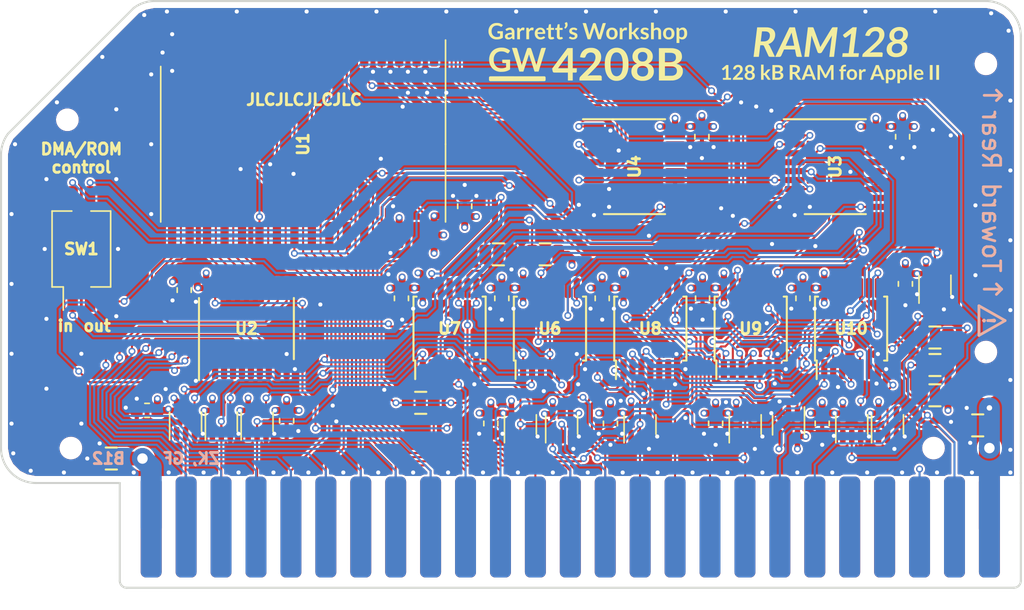
<source format=kicad_pcb>
(kicad_pcb (version 20221018) (generator pcbnew)
  (title_block (title "RAM128 (GW4208B)") (date "2023-12-07") (rev "1.2") (company "Garrett's Workshop"))
  (layers (0 "F.Cu" signal) (1 "In1.Cu" power) (2 "In2.Cu" power) (31 "B.Cu" signal) (34 "B.Paste" user) (35 "F.Paste" user) (36 "B.SilkS" user "B.Silkscreen") (37 "F.SilkS" user "F.Silkscreen") (38 "B.Mask" user) (39 "F.Mask" user) (44 "Edge.Cuts" user))
  (net 0 "")
  (net 1 "+5V")
  (net 2 "GND")
  (net 3 "/A4")
  (net 4 "/D7")
  (net 5 "/D6")
  (net 6 "/A8")
  (net 7 "/A7")
  (net 8 "/A6")
  (net 9 "/A5")
  (net 10 "/A3")
  (net 11 "/A2")
  (net 12 "/A1")
  (net 13 "/A0")
  (net 14 "/A9")
  (net 15 "/D1")
  (net 16 "/D5")
  (net 17 "/D0")
  (net 18 "/D2")
  (net 19 "/D3")
  (net 20 "/D4")
  (net 21 "/A10")
  (net 22 "+12V")
  (net 23 "-12V")
  (net 24 "-5V")
  (net 25 "/~{IOSEL}")
  (net 26 "/A11")
  (net 27 "/A12")
  (net 28 "/A13")
  (net 29 "/A14")
  (net 30 "/A15")
  (net 31 "/~{IOSTRB}")
  (net 32 "/RDY")
  (net 33 "/DMA")
  (net 34 "/~{NMI}")
  (net 35 "/~{IRQ}")
  (net 36 "/~{RES}")
  (net 37 "/~{INH}")
  (net 38 "/COLORREF")
  (net 39 "/7M")
  (net 40 "/Q3")
  (net 41 "/PHI1")
  (net 42 "/USER1")
  (net 43 "/PHI0")
  (net 44 "/~{DEVSEL}")
  (net 45 "/INTin")
  (net 46 "/DMAin")
  (net 47 "/VIDSYNC")
  (net 48 "/R~{CS}")
  (net 49 "/RA15")
  (net 50 "/RA16")
  (net 51 "/RA14")
  (net 52 "/RA12")
  (net 53 "/RD7")
  (net 54 "/RD6")
  (net 55 "/RD5")
  (net 56 "/RD4")
  (net 57 "/RD3")
  (net 58 "/RD2")
  (net 59 "/RD1")
  (net 60 "/RD0")
  (net 61 "/BankAB")
  (net 62 "/ENWR1")
  (net 63 "/ENRD")
  (net 64 "/ENWR")
  (net 65 "/ENWR1A0")
  (net 66 "Net-(U11-Y)")
  (net 67 "/~{A0XOR1}")
  (net 68 "Net-(U10-Pad1)")
  (net 69 "Net-(U10-Pad2)")
  (net 70 "Net-(U10-Pad4)")
  (net 71 "Net-(U10-Pad5)")
  (net 72 "Net-(U10-Pad10)")
  (net 73 "Net-(U10-Pad9)")
  (net 74 "Net-(U10-Pad8)")
  (net 75 "/INHOE")
  (net 76 "Net-(U10-Pad11)")
  (net 85 "/~{A2}clk")
  (net 86 "/A2clk")
  (net 87 "/R~{W}")
  (net 90 "Net-(U19-Y)")
  (net 95 "/DMAout")
  (net 96 "Net-(U8-Pad11)")
  (net 97 "Net-(U9-Pad10)")
  (net 99 "Net-(R2-Pad1)")
  (net 100 "Net-(R4-Pad2)")
  (net 101 "Net-(U6-Pad11)")
  (net 102 "/RCS")
  (net 104 "/~{A1}")
  (net 105 "/~{A0}")
  (net 106 "/~{DMAout}")
  (net 107 "/~{A13}")
  (net 108 "/~{R}W")
  (net 110 "/~{A2}")
  (net 112 "/DDIR")
  (net 113 "/R~{WE}")
  (net 114 "/D~{OE}")
  (footprint "stdpads:AppleIIBus_Edge" (layer "F.Cu") (at 106.68 135.382)
    (fp_text reference "J1" hide)
    (fp_text value "AppleIIBus")
  )
  (footprint "stdpads:C_0805" (layer "F.Cu") (at 136.31 127.889 180)
    (fp_text reference "C1")
    (fp_text value "10u")
  )
  (footprint "stdpads:Fiducial" (layer "F.Cu") (at 136.906 103.886 -90)
    (fp_text reference "FID3" hide)
    (fp_text value "Fiducial" hide)
  )
  (footprint "stdpads:PasteHole_1.152mm_NPTH" (layer "F.Cu") (at 70.358 129.54)
    (fp_text reference "H1")
    (fp_text value " " hide)
  )
  (footprint "stdpads:PasteHole_1.152mm_NPTH" (layer "F.Cu") (at 136.906 122.555 -90)
    (fp_text reference "H2")
    (fp_text value " " hide)
  )
  (footprint "stdpads:Fiducial" (layer "F.Cu") (at 136.906 124.841)
    (fp_text reference "FID4" hide)
    (fp_text value "Fiducial" hide)
  )
  (footprint "stdpads:C_0603" (layer "F.Cu") (at 109.6 127.75 -90)
    (fp_text reference "C4")
    (fp_text value "2u2")
  )
  (footprint "stdpads:R_0805" (layer "F.Cu") (at 133.2 123.5 180)
    (fp_text reference "R1")
    (fp_text value "22k")
  )
  (footprint "stdpads:SOT-353" (layer "F.Cu") (at 122.55 127.85 180)
    (fp_text reference "U11")
    (fp_text value "74AHCT1G126GW")
  )
  (footprint "stdpads:TSSOP-20_4.4x6.5mm_P0.65mm" (layer "F.Cu") (at 125.95 109.075 -90)
    (fp_text reference "U3")
    (fp_text value "74HCT273PW")
  )
  (footprint "stdpads:SOT-353" (layer "F.Cu") (at 127.15 127.85)
    (fp_text reference "U19")
    (fp_text value "74AHCT1G04GW")
  )
  (footprint "stdpads:SOT-353" (layer "F.Cu") (at 78.7 127.65)
    (fp_text reference "U13")
    (fp_text value "74AHCT1G04GW")
  )
  (footprint "stdpads:C_0603" (layer "F.Cu") (at 117.25 127.75 -90)
    (fp_text reference "C5")
    (fp_text value "2u2")
  )
  (footprint "stdpads:SOT-353" (layer "F.Cu") (at 111.75 127.85)
    (fp_text reference "U15")
    (fp_text value "74AHCT1G04GW")
  )
  (footprint "stdpads:SOT-353" (layer "F.Cu") (at 119.4 127.85)
    (fp_text reference "U16")
    (fp_text value "74AHCT1G04GW")
  )
  (footprint "stdpads:C_0603" (layer "F.Cu") (at 75.9 126.8 180)
    (fp_text reference "C2")
    (fp_text value "2u2")
  )
  (footprint "stdpads:SOT-353" (layer "F.Cu") (at 129.75 127.85)
    (fp_text reference "U20")
    (fp_text value "74AHCT1G04GW")
  )
  (footprint "stdpads:TSSOP-14_4.4x5mm_P0.65mm" (layer "F.Cu") (at 97.9 120.85)
    (fp_text reference "U7")
    (fp_text value "74AHCT32PW")
  )
  (footprint "stdpads:TSSOP-14_4.4x5mm_P0.65mm" (layer "F.Cu") (at 127.1 120.85)
    (fp_text reference "U10")
    (fp_text value "74AHCT32PW")
  )
  (footprint "stdpads:C_0603" (layer "F.Cu") (at 116.3 118.65 -90)
    (fp_text reference "C11")
    (fp_text value "2u2")
  )
  (footprint "stdpads:TSSOP-14_4.4x5mm_P0.65mm" (layer "F.Cu") (at 119.8 120.85)
    (fp_text reference "U9")
    (fp_text value "74AHCT08PW")
  )
  (footprint "stdpads:C_0603" (layer "F.Cu") (at 94.4 118.65 -90)
    (fp_text reference "C8")
    (fp_text value "2u2")
  )
  (footprint "stdpads:TSSOP-14_4.4x5mm_P0.65mm" (layer "F.Cu") (at 112.5 120.85)
    (fp_text reference "U8")
    (fp_text value "74AHCT08PW")
  )
  (footprint "stdpads:C_0603" (layer "F.Cu") (at 101.7 118.65 -90)
    (fp_text reference "C9")
    (fp_text value "2u2")
  )
  (footprint "stdpads:TSSOP-14_4.4x5mm_P0.65mm" (layer "F.Cu") (at 105.2 120.85)
    (fp_text reference "U6")
    (fp_text value "74AHCT08PW")
  )
  (footprint "stdpads:C_0603" (layer "F.Cu") (at 123.6 118.65 -90)
    (fp_text reference "C12")
    (fp_text value "2u2")
  )
  (footprint "stdpads:C_0603" (layer "F.Cu") (at 109 118.65 -90)
    (fp_text reference "C10")
    (fp_text value "2u2")
  )
  (footprint "stdpads:C_0603" (layer "F.Cu") (at 125 127.75 -90)
    (fp_text reference "C6")
    (fp_text value "2u2")
  )
  (footprint "stdpads:SOP-32_450mil" (layer "F.Cu") (at 87.249 107.442 180)
    (fp_text reference "U1")
    (fp_text value "621024")
  )
  (footprint "stdpads:R_0805" (layer "F.Cu") (at 101.45 115.45)
    (fp_text reference "R2")
    (fp_text value "22k")
  )
  (footprint "stdpads:TSSOP-20_4.4x6.5mm_P0.65mm" (layer "F.Cu") (at 111.35 109.075 -90)
    (fp_text reference "U4")
    (fp_text value "74HCT273PW")
  )
  (footprint "stdpads:C_0603" (layer "F.Cu") (at 116.25 106.9 -90)
    (fp_text reference "C13")
    (fp_text value "2u2")
  )
  (footprint "stdpads:C_0603" (layer "F.Cu") (at 130.85 106.9 -90)
    (fp_text reference "C14")
    (fp_text value "2u2")
  )
  (footprint "stdpads:Fiducial" (layer "F.Cu") (at 67.818 129.54)
    (fp_text reference "FID1" hide)
    (fp_text value "Fiducial" hide)
  )
  (footprint "stdpads:Fiducial" (layer "F.Cu") (at 75.438 100.711 90)
    (fp_text reference "FID2" hide)
    (fp_text value "Fiducial" hide)
  )
  (footprint "stdpads:TSSOP-20_4.4x6.5mm_P0.65mm" (layer "F.Cu") (at 83.125 120.85)
    (fp_text reference "U2")
    (fp_text value "74HCT245PW")
  )
  (footprint "stdpads:C_0805" (layer "F.Cu") (at 73.3 130.3 180)
    (fp_text reference "C16")
    (fp_text value "10u")
  )
  (footprint "stdpads:SOT-353" (layer "F.Cu") (at 81.3 127.65)
    (fp_text reference "U14")
    (fp_text value "74AHCT1G04GW")
  )
  (footprint "stdpads:SOT-353" (layer "F.Cu") (at 83.9 127.65)
    (fp_text reference "U12")
    (fp_text value "74AHCT1G04GW")
  )
  (footprint "stdpads:C_0603" (layer "F.Cu") (at 86.05 127.55 -90)
    (fp_text reference "C3")
    (fp_text value "2u2")
  )
  (footprint "stdpads:C_0603" (layer "F.Cu") (at 78.6 118.05 -90)
    (fp_text reference "C7")
    (fp_text value "2u2")
  )
  (footprint "stdpads:PasteHole_1.152mm_NPTH" (layer "F.Cu") (at 133.096 129.54)
    (fp_text reference "H5")
    (fp_text value " " hide)
  )
  (footprint "stdpads:SOT-353" (layer "F.Cu") (at 133.2 117.7)
    (fp_text reference "U17")
    (fp_text value "74AHCT1G04GW")
  )
  (footprint "stdpads:C_0603" (layer "F.Cu") (at 131.05 117.6 -90)
    (fp_text reference "C15")
    (fp_text value "2u2")
  )
  (footprint "stdpads:R_0805" (layer "F.Cu") (at 133.2 125.7 180)
    (fp_text reference "R3")
    (fp_text value "22k")
  )
  (footprint "stdpads:R_0805" (layer "F.Cu") (at 104.85 115.45 180)
    (fp_text reference "R4")
    (fp_text value "22k")
  )
  (footprint "stdpads:PasteHole_1.152mm_NPTH" (layer "F.Cu") (at 136.906 101.6 -90)
    (fp_text reference "H3")
    (fp_text value " " hide)
  )
  (footprint "stdpads:R_0805" (layer "F.Cu") (at 133.2 121.5)
    (fp_text reference "R5")
    (fp_text value "0")
  )
  (footprint "stdpads:PasteHole_1.152mm_NPTH" (layer "F.Cu") (at 70.104 105.664 -90)
    (fp_text reference "H4")
    (fp_text value " " hide)
  )
  (footprint "stdpads:SW_DIP_SPSTx02_Slide_DSHP02TS_P1.27mm" (layer "F.Cu") (at 71.12 115.062)
    (fp_text reference "SW1")
    (fp_text value "DMA/ROM")
  )
  (footprint "LOGO" (layer "F.Cu") (at 107.95 100.9015)
    (fp_text reference "G***" hide)
    (fp_text value "LOGO" hide)
  )
  (footprint "stdpads:C_0603" (layer "F.Cu") (at 100.9 127.75 -90)
    (fp_text reference "C17")
    (fp_text value "2u2")
  )
  (footprint "stdpads:SOT-353" (layer "F.Cu") (at 106.05 127.85)
    (fp_text reference "U5")
    (fp_text value "74AHCT1G32GW")
  )
  (footprint "stdpads:C_0603" (layer "F.Cu") (at 99 111.95 90)
    (fp_text reference "C18")
    (fp_text value "2u2")
  )
  (footprint "stdpads:SOT-353" (layer "F.Cu") (at 103.05 127.85)
    (fp_text reference "U18")
    (fp_text value "74AHCT1G32GW")
  )
  (footprint "LOGO" (layer "F.Cu") (at 125.603 100.7745)
    (fp_text reference "G***" hide)
    (fp_text value "LOGO" hide)
  )
  (footprint "stdpads:R_0805" (layer "F.Cu") (at 95.8 126.25 180)
    (fp_text reference "R6")
    (fp_text value "DNP")
  )
  (gr_line (start 138.049 103.886) (end 137.668 104.267) (stroke (width 0.2)) (layer "B.SilkS"))
  (gr_line (start 138.049 117.983) (end 137.668 118.364) (stroke (width 0.2)) (layer "B.SilkS"))
  (gr_line (start 136.779 117.983) (end 138.049 117.983) (stroke (width 0.2)) (layer "B.SilkS"))
  (gr_line (start 138.049 103.886) (end 137.668 103.505) (stroke (width 0.2)) (layer "B.SilkS"))
  (gr_line (start 136.779 103.886) (end 138.049 103.886) (stroke (width 0.2)) (layer "B.SilkS"))
  (gr_line (start 138.049 117.983) (end 137.668 117.602) (stroke (width 0.2)) (layer "B.SilkS"))
  (gr_line (start 136.398 119.1895) (end 138.303 120.269) (stroke (width 0.2)) (layer "B.SilkS"))
  (gr_line (start 136.398 121.3485) (end 136.398 119.1895) (stroke (width 0.2)) (layer "B.SilkS"))
  (gr_line (start 138.303 120.269) (end 136.398 121.3485) (stroke (width 0.2)) (layer "B.SilkS"))
  (gr_line (start 138.938 139.7) (end 74.422 139.7) (stroke (width 0.15)) (layer "Edge.Cuts"))
  (gr_arc (start 74.422 139.7) (mid 74.06279 139.55121) (end 73.914 139.192) (stroke (width 0.15)) (layer "Edge.Cuts"))
  (gr_arc (start 139.446 139.192) (mid 139.29721 139.55121) (end 138.938 139.7) (stroke (width 0.15)) (layer "Edge.Cuts"))
  (gr_line (start 73.914 132.08) (end 73.914 139.192) (stroke (width 0.15)) (layer "Edge.Cuts"))
  (gr_line (start 139.446 132.08) (end 139.446 139.192) (stroke (width 0.15)) (layer "Edge.Cuts"))
  (gr_line (start 76.454 97.028) (end 136.906 97.028) (stroke (width 0.15)) (layer "Edge.Cuts"))
  (gr_arc (start 136.906 97.028) (mid 138.702051 97.771949) (end 139.446 99.568) (stroke (width 0.15)) (layer "Edge.Cuts"))
  (gr_line (start 139.446 99.568) (end 139.446 132.08) (stroke (width 0.15)) (layer "Edge.Cuts"))
  (gr_line (start 65.278 108.204) (end 65.278 129.54) (stroke (width 0.15)) (layer "Edge.Cuts"))
  (gr_line (start 67.818 132.08) (end 73.914 132.08) (stroke (width 0.15)) (layer "Edge.Cuts"))
  (gr_arc (start 74.93 97.536) (mid 75.650781 97.158344) (end 76.454 97.028) (stroke (width 0.15)) (layer "Edge.Cuts"))
  (gr_arc (start 67.818 132.08) (mid 66.021949 131.336051) (end 65.278 129.54) (stroke (width 0.15)) (layer "Edge.Cuts"))
  (gr_line (start 65.786001 106.679999) (end 74.93 97.536) (stroke (width 0.15)) (layer "Edge.Cuts"))
  (gr_arc (start 65.278 108.204) (mid 65.408345 107.400781) (end 65.786001 106.679999) (stroke (width 0.15)) (layer "Edge.Cuts"))
  (gr_text "Toward Rear" (at 137.287 110.871 270) (layer "B.SilkS") (effects (font (size 1.27 1.27) (thickness 0.2)) (justify mirror)))
  (gr_text "!" (at 137.0965 120.269 -90) (layer "B.SilkS") (effects (font (size 0.8128 0.8128) (thickness 0.1905)) (justify mirror)))
  (gr_text "ZK, GF" (at 79.121 130.302) (layer "B.SilkS") (effects (font (size 0.8128 0.8128) (thickness 0.2032) bold) (justify mirror)))
  (gr_text "B12" (at 73.0885 130.302) (layer "B.SilkS") (effects (font (size 0.8128 0.8128) (thickness 0.2032) bold) (justify mirror)))
  (gr_text "in" (at 69.977 120.65) (layer "F.SilkS") (effects (font (size 0.8128 0.8128) (thickness 0.2032))))
  (gr_text "out" (at 72.263 120.65) (layer "F.SilkS") (effects (font (size 0.8128 0.8128) (thickness 0.2032))))
  (gr_text "JLCJLCJLCJLC" (at 87.3125 104.2035) (layer "F.SilkS") (effects (font (size 0.8128 0.8128) (thickness 0.2032))))
  (gr_text "DMA/ROM\ncontrol" (at 71.12 108.458) (layer "F.SilkS") (effects (font (size 0.8182 0.8128) (thickness 0.2032))))
  (segment (start 117.25 127) (end 118.15 127) (width 0.5) (layer "F.Cu") (net 1))
  (segment (start 117.25 127) (end 117.25 126.2) (width 0.5) (layer "F.Cu") (net 1))
  (segment (start 117.25 127) (end 116.4 127) (width 0.5) (layer "F.Cu") (net 1))
  (segment (start 103.25 117.9) (end 102.65 117.9) (width 0.45) (layer "F.Cu") (net 1))
  (segment (start 110.55 117.9) (end 110.55 116.8) (width 0.45) (layer "F.Cu") (net 1))
  (segment (start 110.55 117.9) (end 109.95 117.9) (width 0.45) (layer "F.Cu") (net 1))
  (segment (start 103.25 117.9) (end 103.25 119) (width 0.45) (layer "F.Cu") (net 1))
  (segment (start 110.55 117.9) (end 110.55 119) (width 0.45) (layer "F.Cu") (net 1))
  (segment (start 101.7 117.9) (end 102.65 117.9) (width 0.5) (layer "F.Cu") (net 1))
  (segment (start 101.7 117.9) (end 101.7 117.1) (width 0.5) (layer "F.Cu") (net 1))
  (segment (start 103.25 117.9) (end 103.25 116.8) (width 0.45) (layer "F.Cu") (net 1))
  (segment (start 101.7 117.9) (end 100.85 117.9) (width 0.5) (layer "F.Cu") (net 1))
  (segment (start 109 117.9) (end 108.15 117.9) (width 0.5) (layer "F.Cu") (net 1))
  (segment (start 109 117.9) (end 109 117.1) (width 0.5) (layer "F.Cu") (net 1))
  (segment (start 109 117.9) (end 109.95 117.9) (width 0.5) (layer "F.Cu") (net 1))
  (segment (start 95.95 117.9) (end 95.95 119) (width 0.45) (layer "F.Cu") (net 1))
  (segment (start 94.4 117.9) (end 93.55 117.9) (width 0.5) (layer "F.Cu") (net 1))
  (segment (start 94.4 117.9) (end 95.35 117.9) (width 0.5) (layer "F.Cu") (net 1))
  (segment (start 117.85 117.9) (end 117.85 116.8) (width 0.45) (layer "F.Cu") (net 1))
  (segment (start 116.3 117.9) (end 116.3 117.1) (width 0.5) (layer "F.Cu") (net 1))
  (segment (start 123.6 117.9) (end 124.55 117.9) (width 0.5) (layer "F.Cu") (net 1))
  (segment (start 116.3 117.9) (end 115.45 117.9) (width 0.5) (layer "F.Cu") (net 1))
  (segment (start 95.95 117.9) (end 95.35 117.9) (width 0.45) (layer "F.Cu") (net 1))
  (segment (start 116.3 117.9) (end 117.25 117.9) (width 0.5) (layer "F.Cu") (net 1))
  (segment (start 117.85 117.9) (end 117.85 119) (width 0.45) (layer "F.Cu") (net 1))
  (segment (start 125.15 117.9) (end 124.55 117.9) (width 0.45) (layer "F.Cu") (net 1))
  (segment (start 125.15 117.9) (end 125.15 116.8) (width 0.45) (layer "F.Cu") (net 1))
  (segment (start 117.85 117.9) (end 117.25 117.9) (width 0.45) (layer "F.Cu") (net 1))
  (segment (start 123.6 117.9) (end 123.6 117.1) (width 0.5) (layer "F.Cu") (net 1))
  (segment (start 123.6 117.9) (end 122.75 117.9) (width 0.5) (layer "F.Cu") (net 1))
  (segment (start 125.15 117.9) (end 125.15 119) (width 0.45) (layer "F.Cu") (net 1))
  (segment (start 94.234 114.092) (end 94.234 112.776) (width 0.5) (layer "F.Cu") (net 1))
  (segment (start 114.3 106.15) (end 115.4 106.15) (width 0.45) (layer "F.Cu") (net 1))
  (segment (start 116.25 106.15) (end 116.25 105.35) (width 0.5) (layer "F.Cu") (net 1))
  (segment (start 114.3 106.15) (end 113.2 106.15) (width 0.45) (layer "F.Cu") (net 1))
  (segment (start 116.25 106.15) (end 115.4 106.15) (width 0.5) (layer "F.Cu") (net 1))
  (segment (start 114.3 106.15) (end 114.3 105.55) (width 0.45) (layer "F.Cu") (net 1))
  (segment (start 116.25 106.15) (end 117.1 106.15) (width 0.5) (layer "F.Cu") (net 1))
  (segment (start 130.85 106.15) (end 131.7 106.15) (width 0.5) (layer "F.Cu") (net 1))
  (segment (start 128.9 106.15) (end 128.9 105.55) (width 0.45) (layer "F.Cu") (net 1))
  (segment (start 130.85 106.15) (end 130 106.15) (width 0.5) (layer "F.Cu") (net 1))
  (segment (start 128.9 106.15) (end 127.8 106.15) (width 0.45) (layer "F.Cu") (net 1))
  (segment (start 130.85 106.15) (end 130.85 105.35) (width 0.5) (layer "F.Cu") (net 1))
  (segment (start 128.9 106.15) (end 130 106.15) (width 0.45) (layer "F.Cu") (net 1))
  (segment (start 80.2 117.9) (end 79.6 117.9) (width 0.45) (layer "F.Cu") (net 1))
  (segment (start 80.2 117.9) (end 80.2 116.8) (width 0.45) (layer "F.Cu") (net 1))
  (segment (start 86.05 126.8) (end 85.2 126.8) (width 0.5) (layer "F.Cu") (net 1))
  (segment (start 86.05 126.8) (end 86.05 126) (width 0.5) (layer "F.Cu") (net 1))
  (segment (start 86.05 126.8) (end 86.95 126.8) (width 0.5) (layer "F.Cu") (net 1))
  (segment (start 83.25 126.8) (end 82.65 126.8) (width 0.4) (layer "F.Cu") (net 1))
  (segment (start 80.65 126.8) (end 80.05 126.8) (width 0.4) (layer "F.Cu") (net 1))
  (segment (start 80.65 126.8) (end 80.65 125.9) (width 0.4) (layer "F.Cu") (net 1))
  (segment (start 96.774 115.3795) (end 96.774 112.649) (width 0.5) (layer "F.Cu") (net 1))
  (segment (start 78.6 117.3) (end 77.9 117.3) (width 0.5) (layer "F.Cu") (net 1))
  (segment (start 109.6 127) (end 110.5 127) (width 0.5) (layer "F.Cu") (net 1))
  (segment (start 83.25 126.8) (end 83.25 125.9) (width 0.4) (layer "F.Cu") (net 1))
  (segment (start 94.45 117.85) (end 94.45 117.1) (width 0.5) (layer "F.Cu") (net 1))
  (segment (start 78.05 126.8) (end 78.05 126.1) (width 0.4) (layer "F.Cu") (net 1))
  (segment (start 131.05 116.85) (end 131.05 116.05) (width 0.5) (layer "F.Cu") (net 1))
  (segment (start 125 127) (end 124.15 127) (width 0.5) (layer "F.Cu") (net 1))
  (segment (start 105.4 127.05) (end 104.8 127.05) (width 0.4) (layer "F.Cu") (net 1))
  (segment (start 111.1 127) (end 110.5 127) (width 0.4) (layer "F.Cu") (net 1))
  (segment (start 125 127) (end 125 126.2) (width 0.5) (layer "F.Cu") (net 1))
  (segment (start 137.16 135.382) (end 137.16 129.54) (width 1.524) (layer "F.Cu") (net 1))
  (segment (start 78.05 126.1) (end 77.85 125.9) (width 0.4) (layer "F.Cu") (net 1))
  (segment (start 129.1 127) (end 128.5 127) (width 0.4) (layer "F.Cu") (net 1))
  (segment (start 76.65 126.8) (end 76.65 125.95) (width 0.5) (layer "F.Cu") (net 1))
  (segment (start 100.9 127) (end 100.9 126.2) (width 0.5) (layer "F.Cu") (net 1))
  (segment (start 118.75 127) (end 118.75 126.2) (width 0.4) (layer "F.Cu") (net 1))
  (segment (start 125 127) (end 125.9 127) (width 0.5) (layer "F.Cu") (net 1))
  (segment (start 102.4 127) (end 102.4 126.1) (width 0.4) (layer "F.Cu") (net 1))
  (segment (start 109.6 127) (end 109.6 126.2) (width 0.5) (layer "F.Cu") (net 1))
  (segment (start 94.4 117.9) (end 94.45 117.85) (width 0.5) (layer "F.Cu") (net 1))
  (segment (start 78.05 126.8) (end 77.55 126.8) (width 0.4) (layer "F.Cu") (net 1))
  (segment (start 95.6 116.8) (end 95.8 116.8) (width 0.45) (layer "F.Cu") (net 1))
  (segment (start 123.2 128.7) (end 123.2 129.6) (width 0.4) (layer "F.Cu") (net 1))
  (segment (start 77.9 117.3) (end 77.75 117.45) (width 0.5) (layer "F.Cu") (net 1))
  (segment (start 132.55 116.85) (end 131.9 116.85) (width 0.4) (layer "F.Cu") (net 1))
  (segment (start 111.1 127) (end 111.1 126.1) (width 0.4) (layer "F.Cu") (net 1))
  (segment (start 98.949 112.649) (end 99 112.7) (width 0.5) (layer "F.Cu") (net 1))
  (segment (start 102.4 127) (end 101.8 127) (width 0.4) (layer "F.Cu") (net 1))
  (segment (start 137.16 127.889) (end 137.16 126.619) (width 0.762) (layer "F.Cu") (net 1))
  (segment (start 134.15 125.7) (end 134.15 126.8) (width 0.5) (layer "F.Cu") (net 1))
  (segment (start 123.2 128.7) (end 123.8 128.7) (width 0.4) (layer "F.Cu") (net 1))
  (segment (start 77.55 126.8) (end 77.45 126.7) (width 0.4) (layer "F.Cu") (net 1))
  (segment (start 109.6 127) (end 108.75 127) (width 0.5) (layer "F.Cu") (net 1))
  (segment (start 100.9 127) (end 100.05 127) (width 0.5) (layer "F.Cu") (net 1))
  (segment (start 131.05 116.85) (end 131.9 116.85) (width 0.5) (layer "F.Cu") (net 1))
  (segment (start 96.774 114.046) (end 97.4725 114.046) (width 0.5) (layer "F.Cu") (net 1))
  (segment (start 78.6 117.3) (end 79.35 117.3) (width 0.5) (layer "F.Cu") (net 1))
  (segment (start 95.95 116.95) (end 95.95 117.9) (width 0.45) (layer "F.Cu") (net 1))
  (segment (start 100.9 127) (end 101.8 127) (width 0.5) (layer "F.Cu") (net 1))
  (segment (start 132.55 116.85) (end 132.55 115.95) (width 0.4) (layer "F.Cu") (net 1))
  (segment (start 96.774 112.649) (end 98.949 112.649) (width 0.5) (layer "F.Cu") (net 1))
  (segment (start 129.1 127) (end 129.1 126.15) (width 0.4) (layer "F.Cu") (net 1))
  (segment (start 77.35 126.8) (end 77.45 126.7) (width 0.5) (layer "F.Cu") (net 1))
  (segment (start 106.8 116.25) (end 106.8 115.75) (width 0.5) (layer "F.Cu") (net 1))
  (segment (start 137.16 127.889) (end 137.16 129.54) (width 0.762) (layer "F.Cu") (net 1))
  (segment (start 134.15 123.5) (end 134.15 125.7) (width 0.5) (layer "F.Cu") (net 1))
  (segment (start 118.75 127) (end 118.15 127) (width 0.4) (layer "F.Cu") (net 1))
  (segment (start 106.8 115.75) (end 106.5 115.45) (width 0.5) (layer "F.Cu") (net 1))
  (segment (start 79.55 117.55) (end 79.55 117.85) (width 0.5) (layer "F.Cu") (net 1))
  (segment (start 76.65 126.8) (end 77.35 126.8) (width 0.5) (layer "F.Cu") (net 1))
  (segment (start 99 112.7) (end 99 113.5) (width 0.5) (layer "F.Cu") (net 1))
  (segment (start 126.5 127) (end 125.9 127) (width 0.4) (layer "F.Cu") (net 1))
  (segment (start 106.5 115.45) (end 105.8 115.45) (width 0.5) (layer "F.Cu") (net 1))
  (segment (start 95.8 116.8) (end 95.95 116.95) (width 0.45) (layer "F.Cu") (net 1))
  (segment (start 99 112.7) (end 99.85 112.7) (width 0.5) (layer "F.Cu") (net 1))
  (segment (start 105.4 127.05) (end 105.4 126.15) (width 0.4) (layer "F.Cu") (net 1))
  (segment (start 126.5 127) (end 126.5 126.2) (width 0.4) (layer "F.Cu") (net 1))
  (segment (start 79.35 117.3) (end 79.5 117.45) (width 0.5) (layer "F.Cu") (net 1))
  (segment (start 79.55 117.85) (end 79.6 117.9) (width 0.5) (layer "F.Cu") (net 1))
  (via (at 116.4 127) (size 0.5) (drill 0.3) (layers "F.Cu" "B.Cu") (net 1))
  (via (at 117.25 126.2) (size 0.5) (drill 0.3) (layers "F.Cu" "B.Cu") (net 1))
  (via (at 109 117.1) (size 0.5) (drill 0.3) (layers "F.Cu" "B.Cu") (net 1))
  (via (at 108.15 117.9) (size 0.5) (drill 0.3) (layers "F.Cu" "B.Cu") (net 1))
  (via (at 109.95 117.9) (size 0.5) (drill 0.3) (layers "F.Cu" "B.Cu") (net 1))
  (via (at 103.25 119) (size 0.5) (drill 0.3) (layers "F.Cu" "B.Cu") (net 1))
  (via (at 103.25 116.8) (size 0.5) (drill 0.3) (layers "F.Cu" "B.Cu") (net 1))
  (via (at 101.7 117.1) (size 0.5) (drill 0.3) (layers "F.Cu" "B.Cu") (net 1))
  (via (at 110.55 119) (size 0.5) (drill 0.3) (layers "F.Cu" "B.Cu") (net 1))
  (via (at 100.85 117.9) (size 0.5) (drill 0.3) (layers "F.Cu" "B.Cu") (net 1))
  (via (at 110.55 116.8) (size 0.5) (drill 0.3) (layers "F.Cu" "B.Cu") (net 1))
  (via (at 102.65 117.9) (size 0.5) (drill 0.3) (layers "F.Cu" "B.Cu") (net 1))
  (via (at 95.95 119) (size 0.5) (drill 0.3) (layers "F.Cu" "B.Cu") (net 1))
  (via (at 94.45 117.1) (size 0.5) (drill 0.3) (layers "F.Cu" "B.Cu") (net 1))
  (via (at 125.15 116.8) (size 0.5) (drill 0.3) (layers "F.Cu" "B.Cu") (net 1))
  (via (at 115.45 117.9) (size 0.5) (drill 0.3) (layers "F.Cu" "B.Cu") (net 1))
  (via (at 123.6 117.1) (size 0.5) (drill 0.3) (layers "F.Cu" "B.Cu") (net 1))
  (via (at 116.3 117.1) (size 0.5) (drill 0.3) (layers "F.Cu" "B.Cu") (net 1))
  (via (at 93.55 117.9) (size 0.5) (drill 0.3) (layers "F.Cu" "B.Cu") (net 1))
  (via (at 95.35 117.9) (size 0.5) (drill 0.3) (layers "F.Cu" "B.Cu") (net 1))
  (via (at 117.85 119) (size 0.5) (drill 0.3) (layers "F.Cu" "B.Cu") (net 1))
  (via (at 117.85 116.8) (size 0.5) (drill 0.3) (layers "F.Cu" "B.Cu") (net 1))
  (via (at 117.25 117.9) (size 0.5) (drill 0.3) (layers "F.Cu" "B.Cu") (net 1))
  (via (at 125.15 119) (size 0.5) (drill 0.3) (layers "F.Cu" "B.Cu") (net 1))
  (via (at 122.75 117.9) (size 0.5) (drill 0.3) (layers "F.Cu" "B.Cu") (net 1))
  (via (at 124.55 117.9) (size 0.5) (drill 0.3) (layers "F.Cu" "B.Cu") (net 1))
  (via (at 94.234 112.776) (size 0.5) (drill 0.3) (layers "F.Cu" "B.Cu") (net 1))
  (via (at 96.774 112.649) (size 0.5) (drill 0.3) (layers "F.Cu" "B.Cu") (net 1))
  (via (at 115.4 106.15) (size 0.5) (drill 0.3) (layers "F.Cu" "B.Cu") (net 1))
  (via (at 116.25 105.35) (size 0.5) (drill 0.3) (layers "F.Cu" "B.Cu") (net 1))
  (via (at 113.2 106.15) (size 0.5) (drill 0.3) (layers "F.Cu" "B.Cu") (net 1))
  (via (at 117.1 106.15) (size 0.5) (drill 0.3) (layers "F.Cu" "B.Cu") (net 1))
  (via (at 114.3 105.55) (size 0.5) (drill 0.3) (layers "F.Cu" "B.Cu") (net 1))
  (via (at 128.9 105.55) (size 0.5) (drill 0.3) (layers "F.Cu" "B.Cu") (net 1))
  (via (at 131.7 106.15) (size 0.5) (drill 0.3) (layers "F.Cu" "B.Cu") (net 1))
  (via (at 127.8 106.15) (size 0.5) (drill 0.3) (layers "F.Cu" "B.Cu") (net 1))
  (via (at 130.85 105.35) (size 0.5) (drill 0.3) (layers "F.Cu" "B.Cu") (net 1))
  (via (at 130 106.15) (size 0.5) (drill 0.3) (layers "F.Cu" "B.Cu") (net 1))
  (via (at 79.6 117.9) (size 0.5) (drill 0.3) (layers "F.Cu" "B.Cu") (net 1))
  (via (at 80.2 116.8) (size 0.5) (drill 0.3) (layers "F.Cu" "B.Cu") (net 1))
  (via (at 85.2 126.8) (size 0.5) (drill 0.3) (layers "F.Cu" "B.Cu") (net 1))
  (via (at 86.95 126.8) (size 0.5) (drill 0.3) (layers "F.Cu" "B.Cu") (net 1))
  (via (at 86.05 126) (size 0.5) (drill 0.3) (layers "F.Cu" "B.Cu") (net 1))
  (via (at 80.05 126.8) (size 0.5) (drill 0.3) (layers "F.Cu" "B.Cu") (net 1))
  (via (at 80.65 125.9) (size 0.5) (drill 0.3) (layers "F.Cu" "B.Cu") (net 1))
  (via (at 82.65 126.8) (size 0.5) (drill 0.3) (layers "F.Cu" "B.Cu") (net 1))
  (via (at 126.5 126.2) (size 0.5) (drill 0.3) (layers "F.Cu" "B.Cu") (net 1))
  (via (at 76.65 125.95) (size 0.5) (drill 0.3) (layers "F.Cu" "B.Cu") (net 1))
  (via (at 101.8 127) (size 0.5) (drill 0.3) (layers "F.Cu" "B.Cu") (net 1))
  (via (at 123.8 128.7) (size 0.5) (drill 0.3) (layers "F.Cu" "B.Cu") (net 1))
  (via (at 97.4725 114.046) (size 0.5) (drill 0.3) (layers "F.Cu" "B.Cu") (net 1))
  (via (at 137.16 126.619) (size 0.8) (drill 0.4) (layers "F.Cu" "B.Cu") (net 1))
  (via (at 100.9 126.2) (size 0.5) (drill 0.3) (layers "F.Cu" "B.Cu") (net 1))
  (via (at 83.25 125.9) (size 0.5) (drill 0.3) (layers "F.Cu" "B.Cu") (net 1))
  (via (at 77.75 117.45) (size 0.5) (drill 0.3) (layers "F.Cu" "B.Cu") (net 1))
  (via (at 106.8 116.25) (size 0.5) (drill 0.3) (layers "F.Cu" "B.Cu") (net 1))
  (via (at 100.05 127) (size 0.5) (drill 0.3) (layers "F.Cu" "B.Cu") (net 1))
  (via (at 95.6 116.8) (size 0.5) (drill 0.3) (layers "F.Cu" "B.Cu") (net 1))
  (via (at 125 126.2) (size 0.5) (drill 0.3) (layers "F.Cu" "B.Cu") (net 1))
  (via (at 105.4 126.15) (size 0.5) (drill 0.3) (layers "F.Cu" "B.Cu") (net 1))
  (via (at 108.75 127) (size 0.5) (drill 0.3) (layers "F.Cu" "B.Cu") (net 1))
  (via (at 118.75 126.2) (size 0.5) (drill 0.3) (layers "F.Cu" "B.Cu") (net 1))
  (via (at 111.1 126.1) (size 0.5) (drill 0.3) (layers "F.Cu" "B.Cu") (net 1))
  (via (at 134.15 126.8) (size 0.5) (drill 0.3) (layers "F.Cu" "B.Cu") (net 1))
  (via (at 109.6 126.2) (size 0.5) (drill 0.3) (layers "F.Cu" "B.Cu") (net 1))
  (via (at 124.15 127) (size 0.5) (drill 0.3) (layers "F.Cu" "B.Cu") (net 1))
  (via (at 131.9 116.85) (size 0.5) (drill 0.3) (layers "F.Cu" "B.Cu") (net 1))
  (via (at 123.2 129.6) (size 0.5) (drill 0.3) (layers "F.Cu" "B.Cu") (net 1))
  (via (at 128.5 127) (size 0.5) (drill 0.3) (layers "F.Cu" "B.Cu") (net 1))
  (via (at 96.774 115.3795) (size 0.5) (drill 0.3) (layers "F.Cu" "B.Cu") (net 1))
  (via (at 129.1 126.15) (size 0.5) (drill 0.3) (layers "F.Cu" "B.Cu") (net 1))
  (via (at 99.85 112.7) (size 0.5) (drill 0.3) (layers "F.Cu" "B.Cu") (net 1))
  (via (at 110.5 127) (size 0.5) (drill 0.3) (layers "F.Cu" "B.Cu") (net 1))
  (via (at 131.05 116.05) (size 0.5) (drill 0.3) (layers "F.Cu" "B.Cu") (net 1))
  (via (at 118.15 127) (size 0.5) (drill 0.3) (layers "F.Cu" "B.Cu") (net 1))
  (via (at 132.55 115.95) (size 0.5) (drill 0.3) (layers "F.Cu" "B.Cu") (net 1))
  (via (at 99 113.5) (size 0.5) (drill 0.3) (layers "F.Cu" "B.Cu") (net 1))
  (via (at 102.4 126.1) (size 0.5) (drill 0.3) (layers "F.Cu" "B.Cu") (net 1))
  (via (at 137.16 129.54) (size 1.524) (drill 0.762) (layers "F.Cu" "B.Cu") (net 1))
  (via (at 77.45 126.7) (size 0.5) (drill 0.3) (layers "F.Cu" "B.Cu") (net 1))
  (via (at 125.9 127) (size 0.5) (drill 0.3) (layers "F.Cu" "B.Cu") (net 1))
  (via (at 104.8 127.05) (size 0.5) (drill 0.3) (layers "F.Cu" "B.Cu") (net 1))
  (via (at 77.85 125.9) (size 0.5) (drill 0.3) (layers "F.Cu" "B.Cu") (net 1))
  (segment (start 137.16 129.54) (end 137.16 126.619) (width 1.524) (layer "B.Cu") (net 1))
  (segment (start 123 112) (end 121.9 112) (width 0.45) (layer "F.Cu") (net 2))
  (segment (start 123 112) (end 123 112.6) (width 0.45) (layer "F.Cu") (net 2))
  (segment (start 123 112) (end 124.1 112) (width 0.45) (layer "F.Cu") (net 2))
  (segment (start 117.25 128.5) (end 118.1 128.5) (width 0.5) (layer "F.Cu") (net 2))
  (segment (start 117.25 128.5) (end 116.4 128.5) (width 0.5) (layer "F.Cu") (net 2))
  (segment (start 117.25 128.5) (end 117.25 129.3) (width 0.5) (layer "F.Cu") (net 2))
  (segment (start 75.15 126.8) (end 75.15 125.95) (width 0.5) (layer "F.Cu") (net 2))
  (segment (start 107.15 123.8) (end 107.15 122.7) (width 0.45) (layer "F.Cu") (net 2))
  (segment (start 107.15 123.8) (end 107.75 123.8) (width 0.45) (layer "F.Cu") (net 2))
  (segment (start 99.85 123.8) (end 100.45 123.8) (width 0.45) (layer "F.Cu") (net 2))
  (segment (start 94.4 119.4) (end 95.25 119.4) (width 0.5) (layer "F.Cu") (net 2))
  (segment (start 99.85 123.8) (end 99.85 122.7) (width 0.45) (layer "F.Cu") (net 2))
  (segment (start 116.3 119.4) (end 115.45 119.4) (width 0.5) (layer "F.Cu") (net 2))
  (segment (start 129.05 123.8) (end 129.05 122.7) (width 0.45) (layer "F.Cu") (net 2))
  (segment (start 123.6 119.4) (end 124.45 119.4) (width 0.5) (layer "F.Cu") (net 2))
  (segment (start 129.05 123.8) (end 129.65 123.8) (width 0.45) (layer "F.Cu") (net 2))
  (segment (start 123.6 119.4) (end 122.75 119.4) (width 0.5) (layer "F.Cu") (net 2))
  (segment (start 116.3 119.4) (end 116.3 120.2) (width 0.5) (layer "F.Cu") (net 2))
  (segment (start 121.75 123.8) (end 122.35 123.8) (width 0.45) (layer "F.Cu") (net 2))
  (segment (start 116.3 119.4) (end 117.15 119.4) (width 0.5) (layer "F.Cu") (net 2))
  (segment (start 121.75 123.8) (end 121.75 122.7) (width 0.45) (layer "F.Cu") (net 2))
  (segment (start 109 119.4) (end 108.15 119.4) (width 0.5) (layer "F.Cu") (net 2))
  (segment (start 109 119.4) (end 109 120.2) (width 0.5) (layer "F.Cu") (net 2))
  (segment (start 109 119.4) (end 109.85 119.4) (width 0.5) (layer "F.Cu") (net 2))
  (segment (start 101.7 119.4) (end 101.7 120.2) (width 0.5) (layer "F.Cu") (net 2))
  (segment (start 101.7 119.4) (end 102.55 119.4) (width 0.5) (layer "F.Cu") (net 2))
  (segment (start 101.7 119.4) (end 100.85 119.4) (width 0.5) (layer "F.Cu") (net 2))
  (segment (start 77.724 100.792) (end 77.724 102.108) (width 0.5) (layer "F.Cu") (net 2))
  (segment (start 77.724 100.792) (end 77.043 100.792) (width 0.5) (layer "F.Cu") (net 2))
  (segment (start 77.043 100.792) (end 77.0255 100.7745) (width 0.5) (layer "F.Cu") (net 2))
  (segment (start 77.724 100.792) (end 77.724 99.441) (width 0.5) (layer "F.Cu") (net 2))
  (segment (start 108.4 112) (end 109.5 112) (width 0.45) (layer "F.Cu") (net 2))
  (segment (start 108.4 112) (end 108.4 112.6) (width 0.45) (layer "F.Cu") (net 2))
  (segment (start 116.25 107.65) (end 116.25 108.45) (width 0.5) (layer "F.Cu") (net 2))
  (segment (start 116.25 107.65) (end 117.1 107.65) (width 0.5) (layer "F.Cu") (net 2))
  (segment (start 116.25 107.65) (end 115.4 107.65) (width 0.5) (layer "F.Cu") (net 2))
  (segment (start 130.85 107.65) (end 130 107.65) (width 0.5) (layer "F.Cu") (net 2))
  (segment (start 130.85 107.65) (end 131.7 107.65) (width 0.5) (layer "F.Cu") (net 2))
  (segment (start 130.85 107.65) (end 130.85 108.45) (width 0.5) (layer "F.Cu") (net 2))
  (segment (start 86.05 123.8) (end 86.05 122.7) (width 0.45) (layer "F.Cu") (net 2))
  (segment (start 86.05 123.8) (end 86.65 123.8) (width 0.45) (layer "F.Cu") (net 2))
  (segment (start 85.35 128.3) (end 85.15 128.5) (width 0.5) (layer "F.Cu") (net 2))
  (segment (start 86.05 128.3) (end 85.35 128.3) (width 0.5) (layer "F.Cu") (net 2))
  (segment (start 86.05 128.3) (end 86.9 128.3) (width 0.5) (layer "F.Cu") (net 2))
  (segment (start 81.95 128.5) (end 82.55 128.5) (width 0.4) (layer "F.Cu") (net 2))
  (segment (start 84.55 128.5) (end 85.15 128.5) (width 0.4) (layer "F.Cu") (net 2))
  (segment (start 109.6 128.5) (end 108.75 128.5) (width 0.5) (layer "F.Cu") (net 2))
  (segment (start 107.15 123.8) (end 107.15 124.8) (width 0.45) (layer "F.Cu") (net 2))
  (segment (start 107.15 124.8) (end 107.25 124.9) (width 0.45) (layer "F.Cu") (net 2))
  (segment (start 121.75 124.65) (end 121.75 123.8) (width 0.45) (layer "F.Cu") (net 2))
  (segment (start 130.25 129.6) (end 130.4 129.45) (width 0.4) (layer "F.Cu") (net 2))
  (segment (start 79.35 128.5) (end 79.95 128.5) (width 0.4) (layer "F.Cu") (net 2))
  (segment (start 120.05 128.7) (end 120.05 129.55) (width 0.4) (layer "F.Cu") (net 2))
  (segment (start 135.46 126.668) (end 135.509 126.619) (width 0.762) (layer "F.Cu") (net 2))
  (segment (start 78.6 118.8) (end 79.35 118.8) (width 0.5) (layer "F.Cu") (net 2))
  (segment (start 78.6 118.8) (end 77.75 118.8) (width 0.5) (layer "F.Cu") (net 2))
  (segment (start 114.45 122.75) (end 114.4 122.7) (width 0.45) (layer "F.Cu") (net 2))
  (segment (start 94.4 120.15) (end 94.45 120.2) (width 0.5) (layer "F.Cu") (net 2))
  (segment (start 108.4 110.7) (end 109.5 110.7) (width 0.45) (layer "F.Cu") (net 2))
  (segment (start 129.05 124.75) (end 129.05 123.8) (width 0.45) (layer "F.Cu") (net 2))
  (segment (start 106.7 128.7) (end 107.3 128.7) (width 0.4) (layer "F.Cu") (net 2))
  (segment (start 133.85 118.55) (end 133.85 119.45) (width 0.4) (layer "F.Cu") (net 2))
  (segment (start 72.45 130.3) (end 71.55 130.3) (width 0.5) (layer "F.Cu") (net 2))
  (segment (start 109.6 128.5) (end 109.6 129.3) (width 0.5) (layer "F.Cu") (net 2))
  (segment (start 127.8 128.7) (end 128.4 128.7) (width 0.4) (layer "F.Cu") (net 2))
  (segment (start 74.35 126.8) (end 75.15 126.8) (width 0.5) (layer "F.Cu") (net 2))
  (segment (start 131.05 118.35) (end 131.05 119.15) (width 0.5) (layer "F.Cu") (net 2))
  (segment (start 74.35 126.6) (end 74.35 126.8) (width 0.5) (layer "F.Cu") (net 2))
  (segment (start 125 128.5) (end 124.375 128.5) (width 0.4) (layer "F.Cu") (net 2))
  (segment (start 125 128.5) (end 125 129.3) (width 0.5) (layer "F.Cu") (net 2))
  (segment (start 100.9 128.5) (end 101.75 128.5) (width 0.5) (layer "F.Cu") (net 2))
  (segment (start 99 111.2) (end 98.15 111.2) (width 0.5) (layer "F.Cu") (net 2))
  (segment (start 106.7 128.7) (end 106.7 129.4) (width 0.4) (layer "F.Cu") (net 2))
  (segment (start 135.763 129.159) (end 135.46 128.856) (width 0.762) (layer "F.Cu") (net 2))
  (segment (start 125.7 128.5) (end 125.85 128.65) (width 0.5) (layer "F.Cu") (net 2))
  (segment (start 135.46 128.856) (end 135.46 127.889) (width 0.762) (layer "F.Cu") (net 2))
  (segment (start 99.85 123.8) (end 99.85 124.75) (width 0.45) (layer "F.Cu") (net 2))
  (segment (start 100.9 128.5) (end 100.05 128.5) (width 0.5) (layer "F.Cu") (net 2))
  (segment (start 121.9 127) (end 121.9 126.15) (width 0.4) (layer "F.Cu") (net 2))
  (segment (start 125 128.5) (end 125.7 128.5) (width 0.5) (layer "F.Cu") (net 2))
  (segment (start 99 111.2) (end 99.85 111.2) (width 0.5) (layer "F.Cu") (net 2))
  (segment (start 114.45 124.75) (end 114.3 124.9) (width 0.45) (layer "F.Cu") (net 2))
  (segment (start 99.85 124.75) (end 99.7 124.9) (width 0.45) (layer "F.Cu") (net 2))
  (segment (start 107.45 112) (end 107.3 111.85) (width 0.45) (layer "F.Cu") (net 2))
  (segment (start 114.45 123.8) (end 114.45 122.75) (width 0.45) (layer "F.Cu") (net 2))
  (segment (start 130.4 128.7) (end 131 128.7) (width 0.4) (layer "F.Cu") (net 2))
  (segment (start 72.45 130.3) (end 72.45 129.2) (width 0.5) (layer "F.Cu") (net 2))
  (segment (start 120.05 129.55) (end 120.1 129.6) (width 0.4) (layer "F.Cu") (net 2))
  (segment (start 128.95 124.85) (end 129.05 124.75) (width 0.45) (layer "F.Cu") (net 2))
  (segment (start 114.45 123.8) (end 114.45 124.75) (width 0.45) (layer "F.Cu") (net 2))
  (segment (start 121.55 124.85) (end 121.75 124.65) (width 0.45) (layer "F.Cu") (net 2))
  (segment (start 103.7 128.7) (end 104.3 128.7) (width 0.4) (layer "F.Cu") (net 2))
  (segment (start 135.46 127.889) (end 135.46 126.668) (width 0.762) (layer "F.Cu") (net 2))
  (segment (start 102.4 115.45) (end 102.4 116.55) (width 0.5) (layer "F.Cu") (net 2))
  (segment (start 106.7 129.4) (end 106.9 129.6) (width 0.4) (layer "F.Cu") (net 2))
  (segment (start 120.05 128.7) (end 120.65 128.7) (width 0.4) (layer "F.Cu") (net 2))
  (segment (start 131.05 118.35) (end 131.9 118.35) (width 0.5) (layer "F.Cu") (net 2))
  (segment (start 112.4 128.7) (end 113 128.7) (width 0.4) (layer "F.Cu") (net 2))
  (segment (start 79.35 118.8) (end 79.45 118.9) (width 0.5) (layer "F.Cu") (net 2))
  (segment (start 108.4 112) (end 107.45 112) (width 0.45) (layer "F.Cu") (net 2))
  (segment (start 121.9 127) (end 121.3 127) (width 0.4) (layer "F.Cu") (net 2))
  (segment (start 130.4 129.45) (end 130.4 128.7) (width 0.4) (layer "F.Cu") (net 2))
  (segment (start 134.62 127.889) (end 134.366 127.635) (width 0.762) (layer "F.Cu") (net 2))
  (segment (start 112.4 128.7) (end 112.4 129.6) (width 0.4) (layer "F.Cu") (net 2))
  (segment (start 99 111.2) (end 99 110.4) (width 0.5) (layer "F.Cu") (net 2))
  (segment (start 133.85 118.55) (end 134.45 118.55) (width 0.4) (layer "F.Cu") (net 2))
  (segment (start 115.05 123.8) (end 114.45 123.8) (width 0.45) (layer "F.Cu") (net 2))
  (segment (start 109.6 128.5) (end 110.45 128.5) (width 0.5) (layer "F.Cu") (net 2))
  (segment (start 135.46 127.889) (end 134.62 127.889) (width 0.762) (layer "F.Cu") (net 2))
  (segment (start 94.4 119.4) (end 94.4 120.15) (width 0.5) (layer "F.Cu") (net 2))
  (via (at 87.63 131.318) (size 0.5) (drill 0.3) (layers "F.Cu" "B.Cu") (net 2))
  (via (at 97.79 131.318) (size 0.5) (drill 0.3) (layers "F.Cu" "B.Cu") (net 2))
  (via (at 107.95 131.318) (size 0.5) (drill 0.3) (layers "F.Cu" "B.Cu") (net 2))
  (via (at 105.41 131.318) (size 0.5) (drill 0.3) (layers "F.Cu" "B.Cu") (net 2))
  (via (at 110.49 131.318) (size 0.5) (drill 0.3) (layers "F.Cu" "B.Cu") (net 2))
  (via (at 113.03 131.318) (size 0.5) (drill 0.3) (layers "F.Cu" "B.Cu") (net 2))
  (via (at 115.57 131.318) (size 0.5) (drill 0.3) (layers "F.Cu" "B.Cu") (net 2))
  (via (at 118.11 131.318) (size 0.5) (drill 0.3) (layers "F.Cu" "B.Cu") (net 2))
  (via (at 100.33 131.318) (size 0.5) (drill 0.3) (layers "F.Cu" "B.Cu") (net 2))
  (via (at 95.25 131.318) (size 0.5) (drill 0.3) (layers "F.Cu" "B.Cu") (net 2))
  (via (at 92.71 131.318) (size 0.5) (drill 0.3) (layers "F.Cu" "B.Cu") (net 2))
  (via (at 90.17 131.318) (size 0.5) (drill 0.3) (layers "F.Cu" "B.Cu") (net 2))
  (via (at 80.01 131.318) (size 0.5) (drill 0.3) (layers "F.Cu" "B.Cu") (net 2))
  (via (at 82.55 131.318) (size 0.5) (drill 0.3) (layers "F.Cu" "B.Cu") (net 2))
  (via (at 102.87 131.318) (size 0.5) (drill 0.3) (layers "F.Cu" "B.Cu") (net 2))
  (via (at 123.19 131.318) (size 0.5) (drill 0.3) (layers "F.Cu" "B.Cu") (net 2))
  (via (at 135.89 131.318) (size 0.5) (drill 0.3) (layers "F.Cu" "B.Cu") (net 2))
  (via (at 133.35 131.318) (size 0.5) (drill 0.3) (layers "F.Cu" "B.Cu") (net 2))
  (via (at 130.81 131.318) (size 0.5) (drill 0.3) (layers "F.Cu" "B.Cu") (net 2))
  (via (at 128.27 131.318) (size 0.5) (drill 0.3) (layers "F.Cu" "B.Cu") (net 2))
  (via (at 125.73 131.318) (size 0.5) (drill 0.3) (layers "F.Cu" "B.Cu") (net 2))
  (via (at 120.65 131.318) (size 0.5) (drill 0.3) (layers "F.Cu" "B.Cu") (net 2))
  (via (at 138.684 131.318) (size 0.5) (drill 0.3) (layers "F.Cu" "B.Cu") (net 2))
  (via (at 133.223 97.79) (size 0.5) (drill 0.3) (layers "F.Cu" "B.Cu") (net 2))
  (via (at 123.063 97.79) (size 0.5) (drill 0.3) (layers "F.Cu" "B.Cu") (net 2))
  (via (at 128.143 97.79) (size 0.5) (drill 0.3) (layers "F.Cu" "B.Cu") (net 2))
  (via (at 97.663 97.79) (size 0.5) (drill 0.3) (layers "F.Cu" "B.Cu") (net 2))
  (via (at 102.743 97.79) (size 0.5) (drill 0.3) (layers "F.Cu" "B.Cu") (net 2))
  (via (at 107.823 97.79) (size 0.5) (drill 0.3) (layers "F.Cu" "B.Cu") (net 2))
  (via (at 87.503 97.79) (size 0.5) (drill 0.3) (layers "F.Cu" "B.Cu") (net 2))
  (via (at 92.583 97.79) (size 0.5) (drill 0.3) (layers "F.Cu" "B.Cu") (net 2))
  (via (at 117.983 97.79) (size 0.5) (drill 0.3) (layers "F.Cu" "B.Cu") (net 2))
  (via (at 138.557 99.187) (size 0.5) (drill 0.3) (layers "F.Cu" "B.Cu") (net 2))
  (via (at 112.903 97.79) (size 0.5) (drill 0.3) (layers "F.Cu" "B.Cu") (net 2))
  (via (at 75.692 98.044) (size 0.5) (drill 0.3) (layers "F.Cu" "B.Cu") (net 2))
  (via (at 77.47 131.318) (size 0.5) (drill 0.3) (layers "F.Cu" "B.Cu") (net 2))
  (via (at 67.437 131.191) (size 0.5) (drill 0.3) (layers "F.Cu" "B.Cu") (net 2))
  (via (at 66.04 122.682) (size 0.5) (drill 0.3) (layers "F.Cu" "B.Cu") (net 2))
  (via (at 74.93 131.318) (size 0.5) (drill 0.3) (layers "F.Cu" "B.Cu") (net 2))
  (via (at 82.423 97.79) (size 0.5) (drill 0.3) (layers "F.Cu" "B.Cu") (net 2))
  (via (at 69.342 104.394) (size 0.5) (drill 0.3) (layers "F.Cu" "B.Cu") (net 2))
  (via (at 72.644 101.092) (size 0.5) (drill 0.3) (layers "F.Cu" "B.Cu") (net 2))
  (via (at 85.09 131.318) (size 0.5) (drill 0.3) (layers "F.Cu" "B.Cu") (net 2))
  (via (at 137.287 97.917) (size 0.5) (drill 0.3) (layers "F.Cu" "B.Cu") (net 2))
  (via (at 66.294 107.442) (size 0.5) (drill 0.3) (layers "F.Cu" "B.Cu") (net 2))
  (via (at 121.9 112) (size 0.5) (drill 0.3) (layers "F.Cu" "B.Cu") (net 2))
  (via (at 123 112.6) (size 0.5) (drill 0.3) (layers "F.Cu" "B.Cu") (net 2))
  (via (at 124.1 112) (size 0.5) (drill 0.3) (layers "F.Cu" "B.Cu") (net 2))
  (via (at 118.1 128.5) (size 0.5) (drill 0.3) (layers "F.Cu" "B.Cu") (net 2))
  (via (at 116.4 128.5) (size 0.5) (drill 0.3) (layers "F.Cu" "B.Cu") (net 2))
  (via (at 117.25 129.3) (size 0.5) (drill 0.3) (layers "F.Cu" "B.Cu") (net 2))
  (via (at 75.15 125.95) (size 0.5) (drill 0.3) (layers "F.Cu" "B.Cu") (net 2))
  (via (at 100.85 119.4) (size 0.5) (drill 0.3) (layers "F.Cu" "B.Cu") (net 2))
  (via (at 107.25 124.9) (size 0.5) (drill 0.3) (layers "F.Cu" "B.Cu") (net 2))
  (via (at 107.75 123.8) (size 0.5) (drill 0.3) (layers "F.Cu" "B.Cu") (net 2))
  (via (at 107.15 122.7) (size 0.5) (drill 0.3) (layers "F.Cu" "B.Cu") (net 2))
  (via (at 94.45 120.2) (size 0.5) (drill 0.3) (layers "F.Cu" "B.Cu") (net 2))
  (via (at 99.7 124.9) (size 0.5) (drill 0.3) (layers "F.Cu" "B.Cu") (net 2))
  (via (at 100.45 123.8) (size 0.5) (drill 0.3) (layers "F.Cu" "B.Cu") (net 2))
  (via (at 95.25 119.4) (size 0.5) (drill 0.3) (layers "F.Cu" "B.Cu") (net 2))
  (via (at 99.85 122.7) (size 0.5) (drill 0.3) (layers "F.Cu" "B.Cu") (net 2))
  (via (at 115.45 119.4) (size 0.5) (drill 0.3) (layers "F.Cu" "B.Cu") (net 2))
  (via (at 129.65 123.8) (size 0.5) (drill 0.3) (layers "F.Cu" "B.Cu") (net 2))
  (via (at 122.75 119.4) (size 0.5) (drill 0.3) (layers "F.Cu" "B.Cu") (net 2))
  (via (at 129.05 122.7) (size 0.5) (drill 0.3) (layers "F.Cu" "B.Cu") (net 2))
  (via (at 124.45 119.4) (size 0.5) (drill 0.3) (layers "F.Cu" "B.Cu") (net 2))
  (via (at 116.3 120.2) (size 0.5) (drill 0.3) (layers "F.Cu" "B.Cu") (net 2))
  (via (at 122.35 123.8) (size 0.5) (drill 0.3) (layers "F.Cu" "B.Cu") (net 2))
  (via (at 117.15 119.4) (size 0.5) (drill 0.3) (layers "F.Cu" "B.Cu") (net 2))
  (via (at 121.75 122.7) (size 0.5) (drill 0.3) (layers "F.Cu" "B.Cu") (net 2))
  (via (at 108.15 119.4) (size 0.5) (drill 0.3) (layers "F.Cu" "B.Cu") (net 2))
  (via (at 109 120.2) (size 0.5) (drill 0.3) (layers "F.Cu" "B.Cu") (net 2))
  (via (at 109.85 119.4) (size 0.5) (drill 0.3) (layers "F.Cu" "B.Cu") (net 2))
  (via (at 101.7 120.2) (size 0.5) (drill 0.3) (layers "F.Cu" "B.Cu") (net 2))
  (via (at 102.55 119.4) (size 0.5) (drill 0.3) (layers "F.Cu" "B.Cu") (net 2))
  (via (at 110.35 126.1) (size 0.5) (drill 0.3) (layers "F.Cu" "B.Cu") (net 2))
  (via (at 77.724 102.108) (size 0.5) (drill 0.3) (layers "F.Cu" "B.Cu") (net 2))
  (via (at 77.0255 100.7745) (size 0.5) (drill 0.3) (layers "F.Cu" "B.Cu") (net 2))
  (via (at 77.724 99.441) (size 0.5) (drill 0.3) (layers "F.Cu" "B.Cu") (net 2))
  (via (at 112 125.6) (size 0.5) (drill 0.3) (layers "F.Cu" "B.Cu") (net 2))
  (via (at 115.05 127.35) (size 0.5) (drill 0.3) (layers "F.Cu" "B.Cu") (net 2))
  (via (at 118 126.2) (size 0.5) (drill 0.3) (layers "F.Cu" "B.Cu") (net 2))
  (via (at 126.15 125.1) (size 0.5) (drill 0.3) (layers "F.Cu" "B.Cu") (net 2))
  (via (at 77.343 97.79) (size 0.5) (drill 0.3) (layers "F.Cu" "B.Cu") (net 2))
  (via (at 69.85 131.318) (size 0.5) (drill 0.3) (layers "F.Cu" "B.Cu") (net 2))
  (via (at 109.6 106.45) (size 0.5) (drill 0.3) (layers "F.Cu" "B.Cu") (net 2))
  (via (at 115.4 107.65) (size 0.5) (drill 0.3) (layers "F.Cu" "B.Cu") (net 2))
  (via (at 109.5 112) (size 0.5) (drill 0.3) (layers "F.Cu" "B.Cu") (net 2))
  (via (at 117.1 107.65) (size 0.5) (drill 0.3) (layers "F.Cu" "B.Cu") (net 2))
  (via (at 107.3 111.85) (size 0.5) (drill 0.3) (layers "F.Cu" "B.Cu") (net 2))
  (via (at 108.4 112.6) (size 0.5) (drill 0.3) (layers "F.Cu" "B.Cu") (net 2))
  (via (at 116.25 108.45) (size 0.5) (drill 0.3) (layers "F.Cu" "B.Cu") (net 2))
  (via (at 130.85 108.45) (size 0.5) (drill 0.3) (layers "F.Cu" "B.Cu") (net 2))
  (via (at 131.7 107.65) (size 0.5) (drill 0.3) (layers "F.Cu" "B.Cu") (net 2))
  (via (at 130 107.65) (size 0.5) (drill 0.3) (layers "F.Cu" "B.Cu") (net 2))
  (via (at 86.05 122.7) (size 0.5) (drill 0.3) (layers "F.Cu" "B.Cu") (net 2))
  (via (at 86.65 123.8) (size 0.5) (drill 0.3) (layers "F.Cu" "B.Cu") (net 2))
  (via (at 86.9 128.3) (size 0.5) (drill 0.3) (layers "F.Cu" "B.Cu") (net 2))
  (via (at 82.55 128.5) (size 0.5) (drill 0.3) (layers "F.Cu" "B.Cu") (net 2))
  (via (at 79.95 128.5) (size 0.5) (drill 0.3) (layers "F.Cu" "B.Cu") (net 2))
  (via (at 85.15 128.5) (size 0.5) (drill 0.3) (layers "F.Cu" "B.Cu") (net 2))
  (via (at 127.05 109.45) (size 0.5) (drill 0.3) (layers "F.Cu" "B.Cu") (net 2))
  (via (at 76.2 107.442) (size 0.5) (drill 0.3) (layers "F.Cu" "B.Cu") (net 2))
  (via (at 88.5 119.1) (size 0.5) (drill 0.3) (layers "F.Cu" "B.Cu") (net 2))
  (via (at 82.7 109.25) (size 0.5) (drill 0.3) (layers "F.Cu" "B.Cu") (net 2))
  (via (at 84.85 108.9) (size 0.5) (drill 0.3) (layers "F.Cu" "B.Cu") (net 2))
  (via (at 86.55 109.6) (size 0.5) (drill 0.3) (layers "F.Cu" "B.Cu") (net 2))
  (via (at 92.9 108.5) (size 0.5) (drill 0.3) (layers "F.Cu" "B.Cu") (net 2))
  (via (at 124.5 114.85) (size 0.5) (drill 0.3) (layers "F.Cu" "B.Cu") (net 2))
  (via (at 121.35 114.7) (size 0.5) (drill 0.3) (layers "F.Cu" "B.Cu") (net 2))
  (via (at 112.4 114.1) (size 0.5) (drill 0.3) (layers "F.Cu" "B.Cu") (net 2))
  (via (at 124.85 122.4) (size 0.5) (drill 0.3) (layers "F.Cu" "B.Cu") (net 2))
  (via (at 120.2 104.7) (size 0.5) (drill 0.3) (layers "F.Cu" "B.Cu") (net 2))
  (via (at 119.1 104.4) (size 0.5) (drill 0.3) (layers "F.Cu" "B.Cu") (net 2))
  (via (at 121.3 105) (size 0.5) (drill 0.3) (layers "F.Cu" "B.Cu") (net 2))
  (via (at 110.2 107.9) (size 0.5) (drill 0.3) (layers "F.Cu" "B.Cu") (net 2))
  (via (at 66.167 129.921) (size 0.5) (drill 0.3) (layers "F.Cu" "B.Cu") (net 2))
  (via (at 66.04 117.602) (size 0.5) (drill 0.3) (layers "F.Cu" "B.Cu") (net 2))
  (via (at 66.04 112.522) (size 0.5) (drill 0.3) (layers "F.Cu" "B.Cu") (net 2))
  (via (at 66.04 127.762) (size 0.5) (drill 0.3) (layers "F.Cu" "B.Cu") (net 2))
  (via (at 138.684 104.267) (size 0.5) (drill 0.3) (layers "F.Cu" "B.Cu") (net 2))
  (via (at 138.684 109.347) (size 0.5) (drill 0.3) (layers "F.Cu" "B.Cu") (net 2))
  (via (at 138.684 114.427) (size 0.5) (drill 0.3) (layers "F.Cu" "B.Cu") (net 2))
  (via (at 138.684 119.507) (size 0.5) (drill 0.3) (layers "F.Cu" "B.Cu") (net 2))
  (via (at 138.684 124.587) (size 0.5) (drill 0.3) (layers "F.Cu" "B.Cu") (net 2))
  (via (at 138.684 129.667) (size 0.5) (drill 0.3) (layers "F.Cu" "B.Cu") (net 2))
  (via (at 68.58 125.222) (size 0.5) (drill 0.3) (layers "F.Cu" "B.Cu") (net 2))
  (via (at 68.453 115.062) (size 0.5) (drill 0.3) (layers "F.Cu" "B.Cu") (net 2))
  (via (at 68.58 109.982) (size 0.5) (drill 0.3) (layers "F.Cu" "B.Cu") (net 2))
  (via (at 68.58 120.142) (size 0.5) (drill 0.3) (layers "F.Cu" "B.Cu") (net 2))
  (via (at 71.12 122.682) (size 0.5) (drill 0.3) (layers "F.Cu" "B.Cu") (net 2))
  (via (at 71.12 127.762) (size 0.5) (drill 0.3) (layers "F.Cu" "B.Cu") (net 2))
  (via (at 73.66 119.95) (size 0.5) (drill 0.3) (layers "F.Cu" "B.Cu") (net 2))
  (via (at 73.66 109.982) (size 0.5) (drill 0.3) (layers "F.Cu" "B.Cu") (net 2))
  (via (at 73.787 115.062) (size 0.5) (drill 0.3) (layers "F.Cu" "B.Cu") (net 2))
  (via (at 76.2 112.522) (size 0.5) (drill 0.3) (layers "F.Cu" "B.Cu") (net 2))
  (via (at 73.66 104.902) (size 0.5) (drill 0.3) (layers "F.Cu" "B.Cu") (net 2))
  (via (at 76.2 102.362) (size 0.5) (drill 0.3) (layers "F.Cu" "B.Cu") (net 2))
  (via (at 133.05 106.4) (size 0.5) (drill 0.3) (layers "F.Cu" "B.Cu") (net 2))
  (via (at 134.35 106.8) (size 0.5) (drill 0.3) (layers "F.Cu" "B.Cu") (net 2))
  (via (at 118.5 112.65) (size 0.5) (drill 0.3) (layers "F.Cu" "B.Cu") (net 2))
  (via (at 117.65 112.1) (size 0.5) (drill 0.3) (layers "F.Cu" "B.Cu") (net 2))
  (via (at 136.144 111.887) (size 0.5) (drill 0.3) (layers "F.Cu" "B.Cu") (net 2))
  (via (at 136.144 116.967) (size 0.5) (drill 0.3) (layers "F.Cu" "B.Cu") (net 2))
  (via (at 89.662 127.6) (size 0.5) (drill 0.3) (layers "F.Cu" "B.Cu") (net 2))
  (via (at 89.4 126.45) (size 0.5) (drill 0.3) (layers "F.Cu" "B.Cu") (net 2))
  (via (at 77.25 125.25) (size 0.5) (drill 0.3) (layers "F.Cu" "B.Cu") (net 2))
  (via (at 98.15 111.2) (size 0.5) (drill 0.3) (layers "F.Cu" "B.Cu") (net 2))
  (via (at 99 110.4) (size 0.5) (drill 0.3) (layers "F.Cu" "B.Cu") (net 2))
  (via (at 77.75 118.8) (size 0.5) (drill 0.3) (layers "F.Cu" "B.Cu") (net 2))
  (via (at 94.869 102.1715) (size 0.5) (drill 0.3) (layers "F.Cu" "B.Cu") (net 2))
  (via (at 114.3 124.9) (size 0.5) (drill 0.3) (layers "F.Cu" "B.Cu") (net 2))
  (via (at 106.9 129.6) (size 0.5) (drill 0.3) (layers "F.Cu" "B.Cu") (net 2))
  (via (at 96.266 103.6955) (size 0.5) (drill 0.3) (layers "F.Cu" "B.Cu") (net 2))
  (via (at 121.3 127) (size 0.5) (drill 0.3) (layers "F.Cu" "B.Cu") (net 2))
  (via (at 125 129.3) (size 0.5) (drill 0.3) (layers "F.Cu" "B.Cu") (net 2))
  (via (at 130.25 129.6) (size 0.5) (drill 0.3) (layers "F.Cu" "B.Cu") (net 2))
  (via (at 104.3 128.7) (size 0.5) (drill 0.3) (layers "F.Cu" "B.Cu") (net 2))
  (via (at 104.75 125.4) (size 0.5) (drill 0.3) (layers "F.Cu" "B.Cu") (net 2))
  (via (at 133.85 119.45) (size 0.5) (drill 0.3) (layers "F.Cu" "B.Cu") (net 2))
  (via (at 109.5 110.7) (size 0.5) (drill 0.3) (layers "F.Cu" "B.Cu") (net 2))
  (via (at 114.4 122.7) (size 0.5) (drill 0.3) (layers "F.Cu" "B.Cu") (net 2))
  (via (at 120.65 128.7) (size 0.5) (drill 0.3) (layers "F.Cu" "B.Cu") (net 2))
  (via (at 74.35 126.6) (size 0.5) (drill 0.3) (layers "F.Cu" "B.Cu") (net 2))
  (via (at 92.329 102.1715) (size 0.5) (drill 0.3) (layers "F.Cu" "B.Cu") (net 2))
  (via (at 72.45 129.2) (size 0.5) (drill 0.3) (layers "F.Cu" "B.Cu") (net 2))
  (via (at 71.55 130.3) (size 0.5) (drill 0.3) (layers "F.Cu" "B.Cu") (net 2))
  (via (at 102.4 116.55) (size 0.5) (drill 0.3) (layers "F.Cu" "B.Cu") (net 2))
  (via (at 107.3 128.7) (size 0.5) (drill 0.3) (layers "F.Cu" "B.Cu") (net 2))
  (via (at 135.763 129.159) (size 0.6) (drill 0.3) (layers "F.Cu" "B.Cu") (net 2))
  (via (at 125.85 128.65) (size 0.5) (drill 0.3) (layers "F.Cu" "B.Cu") (net 2))
  (via (at 134.366 127.635) (size 0.6) (drill 0.3) (layers "F.Cu" "B.Cu") (net 2))
  (via (at 108.75 128.5) (size 0.5) (drill 0.3) (layers "F.Cu" "B.Cu") (net 2))
  (via (at 128.95 124.85) (size 0.5) (drill 0.3) (layers "F.Cu" "B.Cu") (net 2))
  (via (at 131.05 119.15) (size 0.5) (drill 0.3) (layers "F.Cu" "B.Cu") (net 2))
  (via (at 93.599 102.1715) (size 0.5) (drill 0.3) (layers "F.Cu" "B.Cu") (net 2))
  (via (at 131.9 118.35) (size 0.5) (drill 0.3) (layers "F.Cu" "B.Cu") (net 2))
  (via (at 101.75 128.5) (size 0.5) (drill 0.3) (layers "F.Cu" "B.Cu") (net 2))
  (via (at 120.9675 120.4595) (size 0.5) (drill 0.3) (layers "F.Cu" "B.Cu") (net 2))
  (via (at 128.4 128.7) (size 0.5) (drill 0.3) (layers "F.Cu" "B.Cu") (net 2))
  (via (at 120.1 129.6) (size 0.5) (drill 0.3) (layers "F.Cu" "B.Cu") (net 2))
  (via (at 79.45 124.65) (size 0.5) (drill 0.3) (layers "F.Cu" "B.Cu") (net 2))
  (via (at 99.85 111.2) (size 0.5) (drill 0.3) (layers "F.Cu" "B.Cu") (net 2))
  (via (at 93.599 115.35) (size 0.5) (drill 0.3) (layers "F.Cu" "B.Cu") (net 2))
  (via (at 94.488 104.7115) (size 0.5) (drill 0.3) (layers "F.Cu" "B.Cu") (net 2))
  (via (at 134.45 118.55) (size 0.5) (drill 0.3) (layers "F.Cu" "B.Cu") (net 2))
  (via (at 94.869 103.6955) (size 0.5) (drill 0.3) (layers "F.Cu" "B.Cu") (net 2))
  (via (at 93.45 116.9) (size 0.5) (drill 0.3) (layers "F.Cu" "B.Cu") (net 2))
  (via (at 113 128.7) (size 0.5) (drill 0.3) (layers "F.Cu" "B.Cu") (net 2))
  (via (at 100.05 128.5) (size 0.5) (drill 0.3) (layers "F.Cu" "B.Cu") (net 2))
  (via (at 113.65 116.45) (size 0.5) (drill 0.3) (layers "F.Cu" "B.Cu") (net 2))
  (via (at 121.9 126.15) (size 0.5) (drill 0.3) (layers "F.Cu" "B.Cu") (net 2))
  (via (at 93.15 125.3) (size 0.5) (drill 0.3) (layers "F.Cu" "B.Cu") (net 2))
  (via (at 79.45 118.9) (size 0.5) (drill 0.3) (layers "F.Cu" "B.Cu") (net 2))
  (via (at 115.05 123.8) (size 0.5) (drill 0.3) (layers "F.Cu" "B.Cu") (net 2))
  (via (at 93.7895 111.9505) (size 0.5) (drill 0.3) (layers "F.Cu" "B.Cu") (net 2))
  (via (at 109.6 129.3) (size 0.5) (drill 0.3) (layers "F.Cu" "B.Cu") (net 2))
  (via (at 97.663 103.6955) (size 0.5) (drill 0.3) (layers "F.Cu" "B.Cu") (net 2))
  (via (at 121.55 124.85) (size 0.5) (drill 0.3) (layers "F.Cu" "B.Cu") (net 2))
  (via (at 110.45 128.5) (size 0.5) (drill 0.3) (layers "F.Cu" "B.Cu") (net 2))
  (via (at 112.4 129.6) (size 0.5) (drill 0.3) (layers "F.Cu" "B.Cu") (net 2))
  (via (at 131 128.7) (size 0.5) (drill 0.3) (layers "F.Cu" "B.Cu") (net 2))
  (via (at 135.509 126.619) (size 0.6) (drill 0.3) (layers "F.Cu" "B.Cu") (net 2))
  (via (at 96.139 102.1715) (size 0.5) (drill 0.3) (layers "F.Cu" "B.Cu") (net 2))
  (segment (start 137.16 135.382) (end 137.16 131.445) (width 1.524) (layer "B.Cu") (net 2))
  (segment (start 87.884 114.092) (end 87.884 115.334) (width 0.15) (layer "F.Cu") (net 3))
  (segment (start 88.9 130.85) (end 88.9 135.282) (width 0.15) (layer "F.Cu") (net 3))
  (segment (start 90.2 129.55) (end 88.9 130.85) (width 0.15) (layer "F.Cu") (net 3))
  (segment (start 87.884 115.334) (end 90.2 117.65) (width 0.15) (layer "F.Cu") (net 3))
  (segment (start 90.2 117.65) (end 90.2 129.55) (width 0.15) (layer "F.Cu") (net 3))
  (segment (start 78.85 123.7) (end 79.75 122.8) (width 0.15) (layer "F.Cu") (net 4))
  (segment (start 77.9 123.9) (end 78.1 123.7) (width 0.15) (layer "F.Cu") (net 4))
  (segment (start 79.75 122.8) (end 80.75 122.8) (width 0.15) (layer "F.Cu") (net 4))
  (segment (start 80.75 122.8) (end 80.85 122.9) (width 0.15) (layer "F.Cu") (net 4))
  (segment (start 78.1 123.7) (end 78.85 123.7) (width 0.15) (layer "F.Cu") (net 4))
  (segment (start 80.85 122.9) (end 80.85 123.8) (width 0.15) (layer "F.Cu") (net 4))
  (via (at 77.9 123.9) (size 0.5) (drill 0.3) (layers "F.Cu" "B.Cu") (net 4))
  (segment (start 77.7 123.7) (end 76.1 123.7) (width 0.15) (layer "B.Cu") (net 4))
  (segment (start 74.25 127.2) (end 77.6 127.2) (width 0.15) (layer "B.Cu") (net 4))
  (segment (start 79.4 129) (end 94.329 129) (width 0.15) (layer "B.Cu") (net 4))
  (segment (start 94.329 129) (end 96.52 131.191) (width 0.15) (layer "B.Cu") (net 4))
  (segment (start 96.52 131.191) (end 96.52 135.282) (width 0.15) (layer "B.Cu") (net 4))
  (segment (start 73.85 126.8) (end 74.25 127.2) (width 0.15) (layer "B.Cu") (net 4))
  (segment (start 77.9 123.9) (end 77.7 123.7) (width 0.15) (layer "B.Cu") (net 4))
  (segment (start 73.85 125.95) (end 73.85 126.8) (width 0.15) (layer "B.Cu") (net 4))
  (segment (start 77.6 127.2) (end 79.4 129) (width 0.15) (layer "B.Cu") (net 4))
  (segment (start 76.1 123.7) (end 73.85 125.95) (width 0.15) (layer "B.Cu") (net 4))
  (segment (start 81.1 122.5) (end 81.5 122.9) (width 0.15) (layer "F.Cu") (net 5))
  (segment (start 78.65 123.2) (end 79.35 122.5) (width 0.15) (layer "F.Cu") (net 5))
  (segment (start 81.5 122.9) (end 81.5 123.8) (width 0.15) (layer "F.Cu") (net 5))
  (segment (start 79.35 122.5) (end 81.1 122.5) (width 0.15) (layer "F.Cu") (net 5))
  (via (at 78.65 123.2) (size 0.5) (drill 0.3) (layers "F.Cu" "B.Cu") (net 5))
  (segment (start 73.55 126.95) (end 73.55 125.8) (width 0.15) (layer "B.Cu") (net 5))
  (segment (start 78.45 123.4) (end 75.95 123.4) (width 0.15) (layer "B.Cu") (net 5))
  (segment (start 93.98 131.191) (end 93.98 135.282) (width 0.15) (layer "B.Cu") (net 5))
  (segment (start 92.089 129.3) (end 93.98 131.191) (width 0.15) (layer "B.Cu") (net 5))
  (segment (start 79.275 129.3) (end 92.089 129.3) (width 0.15) (layer "B.Cu") (net 5))
  (segment (start 73.55 126.95) (end 74.1 127.5) (width 0.15) (layer "B.Cu") (net 5))
  (segment (start 75.95 123.4) (end 73.55 125.8) (width 0.15) (layer "B.Cu") (net 5))
  (segment (start 74.1 127.5) (end 77.475 127.5) (width 0.15) (layer "B.Cu") (net 5))
  (segment (start 77.475 127.5) (end 79.275 129.3) (width 0.15) (layer "B.Cu") (net 5))
  (segment (start 78.65 123.2) (end 78.45 123.4) (width 0.15) (layer "B.Cu") (net 5))
  (segment (start 96.253264 130.5) (end 96.553264 130.8) (width 0.15) (layer "F.Cu") (net 6))
  (segment (start 98.669 130.8) (end 99.06 131.191) (width 0.15) (layer "F.Cu") (net 6))
  (segment (start 91.4 116.3) (end 91.4 127.2) (width 0.15) (layer "F.Cu") (net 6))
  (segment (start 90.424 114.092) (end 90.424 115.324) (width 0.15) (layer "F.Cu") (net 6))
  (segment (start 94.7 130.5) (end 96.253264 130.5) (width 0.15) (layer "F.Cu") (net 6))
  (segment (start 90.424 115.324) (end 91.4 116.3) (width 0.15) (layer "F.Cu") (net 6))
  (segment (start 96.553264 130.8) (end 98.669 130.8) (width 0.15) (layer "F.Cu") (net 6))
  (segment (start 91.4 127.2) (end 94.7 130.5) (width 0.15) (layer "F.Cu") (net 6))
  (segment (start 99.06 131.191) (end 99.06 135.282) (width 0.15) (layer "F.Cu") (net 6))
  (segment (start 91.1 116.65) (end 89.789 115.339) (width 0.15) (layer "F.Cu") (net 7))
  (segment (start 89.789 110.363) (end 87.884 108.458) (width 0.15) (layer "F.Cu") (net 7))
  (segment (start 96.129 130.8) (end 94.55 130.8) (width 0.15) (layer "F.Cu") (net 7))
  (segment (start 96.52 135.282) (end 96.52 131.191) (width 0.15) (layer "F.Cu") (net 7))
  (segment (start 87.884 108.458) (end 87.884 100.792) (width 0.15) (layer "F.Cu") (net 7))
  (segment (start 91.1 127.35) (end 91.1 116.65) (width 0.15) (layer "F.Cu") (net 7))
  (segment (start 94.55 130.8) (end 91.1 127.35) (width 0.15) (layer "F.Cu") (net 7))
  (segment (start 96.52 131.191) (end 96.129 130.8) (width 0.15) (layer "F.Cu") (net 7))
  (segment (start 89.789 115.339) (end 89.789 110.363) (width 0.15) (layer "F.Cu") (net 7))
  (segment (start 90.8 127.5) (end 93.98 130.68) (width 0.15) (layer "F.Cu") (net 8))
  (segment (start 93.98 130.68) (end 93.98 135.282) (width 0.15) (layer "F.Cu") (net 8))
  (segment (start 90.8 116.95) (end 90.8 127.5) (width 0.15) (layer "F.Cu") (net 8))
  (segment (start 89.154 115.304) (end 90.8 116.95) (width 0.15) (layer "F.Cu") (net 8))
  (segment (start 89.154 114.092) (end 89.154 115.304) (width 0.15) (layer "F.Cu") (net 8))
  (segment (start 91.44 128.59) (end 90.5 127.65) (width 0.15) (layer "F.Cu") (net 9))
  (segment (start 90.5 127.65) (end 90.5 117.3) (width 0.15) (layer "F.Cu") (net 9))
  (segment (start 88.519 115.319) (end 88.519 110.871) (width 0.15) (layer "F.Cu") (net 9))
  (segment (start 91.44 135.282) (end 91.44 128.59) (width 0.15) (layer "F.Cu") (net 9))
  (segment (start 86.614 108.966) (end 86.614 100.792) (width 0.15) (layer "F.Cu") (net 9))
  (segment (start 90.5 117.3) (end 88.519 115.319) (width 0.15) (layer "F.Cu") (net 9))
  (segment (start 88.519 110.871) (end 86.614 108.966) (width 0.15) (layer "F.Cu") (net 9))
  (segment (start 108.4 107.45) (end 107.3 107.45) (width 0.15) (layer "F.Cu") (net 10))
  (segment (start 89.154 128.397) (end 86.36 131.191) (width 0.15) (layer "F.Cu") (net 10))
  (segment (start 109.3 107.45) (end 110.1 106.65) (width 0.15) (layer "F.Cu") (net 10))
  (segment (start 97.3795 99.2505) (end 85.7885 99.2505) (width 0.15) (layer "F.Cu") (net 10))
  (segment (start 87.249 115.299) (end 89.9 117.95) (width 0.15) (layer "F.Cu") (net 10))
  (segment (start 98.05 102.5) (end 98.05 99.921) (width 0.15) (layer "F.Cu") (net 10))
  (segment (start 86.36 131.191) (end 86.36 135.282) (width 0.15) (layer "F.Cu") (net 10))
  (segment (start 89.154 127.396) (end 89.154 128.397) (width 0.15) (layer "F.Cu") (net 10))
  (segment (start 85.344 109.093) (end 87.249 110.998) (width 0.15) (layer "F.Cu") (net 10))
  (segment (start 108.85 104.6) (end 100.15 104.6) (width 0.15) (layer "F.Cu") (net 10))
  (segment (start 100.15 104.6) (end 98.05 102.5) (width 0.15) (layer "F.Cu") (net 10))
  (segment (start 85.344 99.695) (end 85.344 109.093) (width 0.15) (layer "F.Cu") (net 10))
  (segment (start 89.9 126.65) (end 89.154 127.396) (width 0.15) (layer "F.Cu") (net 10))
  (segment (start 110.1 105.85) (end 108.85 104.6) (width 0.15) (layer "F.Cu") (net 10))
  (segment (start 108.4 107.45) (end 109.3 107.45) (width 0.15) (layer "F.Cu") (net 10))
  (segment (start 89.9 117.95) (end 89.9 126.65) (width 0.15) (layer "F.Cu") (net 10))
  (segment (start 87.249 110.998) (end 87.249 115.299) (width 0.15) (layer "F.Cu") (net 10))
  (segment (start 110.1 106.65) (end 110.1 105.85) (width 0.15) (layer "F.Cu") (net 10))
  (segment (start 85.7885 99.2505) (end 85.344 99.695) (width 0.15) (layer "F.Cu") (net 10))
  (segment (start 121.9 107.45) (end 123 107.45) (width 0.15) (layer "F.Cu") (net 10))
  (segment (start 98.05 99.921) (end 97.3795 99.2505) (width 0.15) (layer "F.Cu") (net 10))
  (via (at 107.3 107.45) (size 0.5) (drill 0.3) (layers "F.Cu" "B.Cu") (net 10))
  (via (at 121.9 107.45) (size 0.5) (drill 0.3) (layers "F.Cu" "B.Cu") (net 10))
  (segment (start 121.9 107.45) (end 120.35 109) (width 0.15) (layer "B.Cu") (net 10))
  (segment (start 108.85 109) (end 107.3 107.45) (width 0.15) (layer "B.Cu") (net 10))
  (segment (start 120.35 109) (end 108.85 109) (width 0.15) (layer "B.Cu") (net 10))
  (segment (start 83.9 128.5) (end 83.9 127.6) (width 0.15) (layer "F.Cu") (net 11))
  (segment (start 83.9 127.9) (end 83.9 135.202) (width 0.15) (layer "F.Cu") (net 11))
  (segment (start 87.3125 115.95) (end 86.486 115.95) (width 0.15) (layer "F.Cu") (net 11))
  (segment (start 85.6615 110.49) (end 83.75 108.5785) (width 0.15) (layer "F.Cu") (net 11))
  (segment (start 85.6615 112.5855) (end 85.6615 110.49) (width 0.15) (layer "F.Cu") (net 11))
  (segment (start 83.9 135.202) (end 83.82 135.282) (width 0.15) (layer "F.Cu") (net 11))
  (segment (start 84.074 102.0445) (end 84.074 100.792) (width 0.15) (layer "F.Cu") (net 11))
  (segment (start 89.6 125.1) (end 89.6 118.2375) (width 0.15) (layer "F.Cu") (net 11))
  (segment (start 83.75 108.5785) (end 83.75 102.3685) (width 0.15) (layer "F.Cu") (net 11))
  (segment (start 89.6 118.2375) (end 87.3125 115.95) (width 0.15) (layer "F.Cu") (net 11))
  (segment (start 85.979 112.903) (end 85.6615 112.5855) (width 0.15) (layer "F.Cu") (net 11))
  (segment (start 89.4 125.3) (end 89.6 125.1) (width 0.15) (layer "F.Cu") (net 11))
  (segment (start 85.979 115.443) (end 85.979 112.903) (width 0.15) (layer "F.Cu") (net 11))
  (segment (start 83.75 102.3685) (end 84.074 102.0445) (width 0.15) (layer "F.Cu") (net 11))
  (segment (start 97.9 123.8) (end 97.9 122.7) (width 0.15) (layer "F.Cu") (net 11))
  (segment (start 86.486 115.95) (end 85.979 115.443) (width 0.15) (layer "F.Cu") (net 11))
  (via (at 83.9 127.6) (size 0.5) (drill 0.3) (layers "F.Cu" "B.Cu") (net 11))
  (via (at 97.9 122.7) (size 0.5) (drill 0.3) (layers "F.Cu" "B.Cu") (net 11))
  (via (at 89.4 125.3) (size 0.5) (drill 0.3) (layers "F.Cu" "B.Cu") (net 11))
  (segment (start 89.4 125.3) (end 89.4 125.025) (width 0.15) (layer "B.Cu") (net 11))
  (segment (start 89.625 124.8) (end 94.05 124.8) (width 0.15) (layer "B.Cu") (net 11))
  (segment (start 89.4 125.65) (end 87.45 127.6) (width 0.15) (layer "B.Cu") (net 11))
  (segment (start 96.85 122.5) (end 97.7 122.5) (width 0.15) (layer "B.Cu") (net 11))
  (segment (start 96.15 123.2) (end 96.85 122.5) (width 0.15) (layer "B.Cu") (net 11))
  (segment (start 89.4 125.025) (end 89.625 124.8) (width 0.15) (layer "B.Cu") (net 11))
  (segment (start 95.65 123.2) (end 96.15 123.2) (width 0.15) (layer "B.Cu") (net 11))
  (segment (start 87.45 127.6) (end 83.9 127.6) (width 0.15) (layer "B.Cu") (net 11))
  (segment (start 94.05 124.8) (end 95.65 123.2) (width 0.15) (layer "B.Cu") (net 11))
  (segment (start 89.4 125.3) (end 89.4 125.65) (width 0.15) (layer "B.Cu") (net 11))
  (segment (start 97.7 122.5) (end 97.9 122.7) (width 0.15) (layer "B.Cu") (net 11))
  (segment (start 81.3 127.9) (end 81.3 135.262) (width 0.15) (layer "F.Cu") (net 12))
  (segment (start 81.3 127.65) (end 81.3 127.6) (width 0.15) (layer "F.Cu") (net 12))
  (segment (start 81.3 128.5) (end 81.3 127.65) (width 0.15) (layer "F.Cu") (net 12))
  (segment (start 86.3415 116.25) (end 85.344 115.2525) (width 0.15) (layer "F.Cu") (net 12))
  (segment (start 110.4 105.7) (end 110.4 107) (width 0.15) (layer "F.Cu") (net 12))
  (segment (start 106.05 124.95) (end 105.85 124.75) (width 0.15) (layer "F.Cu") (net 12))
  (segment (start 98.35 102.35) (end 100.3 104.3) (width 0.15) (layer "F.Cu") (net 12))
  (segment (start 109 104.3) (end 110.4 105.7) (width 0.15) (layer "F.Cu") (net 12))
  (segment (start 110.4 107) (end 109.3 108.1) (width 0.15) (layer "F.Cu") (net 12))
  (segment (start 85.344 110.617) (end 83.439 108.712) (width 0.15) (layer "F.Cu") (net 12))
  (segment (start 89.3 118.55) (end 87 116.25) (width 0.15) (layer "F.Cu") (net 12))
  (segment (start 83.439 99.695) (end 84.201 98.933) (width 0.15) (layer "F.Cu") (net 12))
  (segment (start 98.35 99.771) (end 98.35 102.35) (width 0.15) (layer "F.Cu") (net 12))
  (segment (start 109.3 108.1) (end 108.4 108.1) (width 0.15) (layer "F.Cu") (net 12))
  (segment (start 97.512 98.933) (end 98.35 99.771) (width 0.15) (layer "F.Cu") (net 12))
  (segment (start 84.201 98.933) (end 97.512 98.933) (width 0.15) (layer "F.Cu") (net 12))
  (segment (start 83.439 108.712) (end 83.439 99.695) (width 0.15) (layer "F.Cu") (net 12))
  (segment (start 88.7 124.1) (end 89.3 123.5) (width 0.15) (layer "F.Cu") (net 12))
  (segment (start 89.3 123.5) (end 89.3 118.55) (width 0.15) (layer "F.Cu") (net 12))
  (segment (start 87 116.25) (end 86.3415 116.25) (width 0.15) (layer "F.Cu") (net 12))
  (segment (start 85.344 115.2525) (end 85.344 110.617) (width 0.15) (layer "F.Cu") (net 12))
  (segment (start 105.85 124.75) (end 105.85 123.8) (width 0.15) (layer "F.Cu") (net 12))
  (segment (start 100.3 104.3) (end 109 104.3) (width 0.15) (layer "F.Cu") (net 12))
  (segment (start 81.3 135.262) (end 81.28 135.282) (width 0.15) (layer "F.Cu") (net 12))
  (via (at 81.3 127.6) (size 0.5) (drill 0.3) (layers "F.Cu" "B.Cu") (net 12))
  (via (at 106.05 124.95) (size 0.5) (drill 0.3) (layers "F.Cu" "B.Cu") (net 12))
  (via (at 88.7 124.1) (size 0.5) (drill 0.3) (layers "F.Cu" "B.Cu") (net 12))
  (segment (start 85.1 124.9) (end 84.8 124.6) (width 0.15) (layer "B.Cu") (net 12))
  (segment (start 101.4 124.05) (end 100.6 123.25) (width 0.15) (layer "B.Cu") (net 12))
  (segment (start 99.6 123.25) (end 98.25 121.9) (width 0.15) (layer "B.Cu") (net 12))
  (segment (start 87.675 124.9) (end 85.1 124.9) (width 0.15) (layer "B.Cu") (net 12))
  (segment (start 88.475 124.1) (end 87.675 124.9) (width 0.15) (layer "B.Cu") (net 12))
  (segment (start 89 124.1) (end 88.7 124.1) (width 0.15) (layer "B.Cu") (net 12))
  (segment (start 89.2 123.9) (end 89 124.1) (width 0.15) (layer "B.Cu") (net 12))
  (segment (start 84.8 124.6) (end 82.55 124.6) (width 0.15) (layer "B.Cu") (net 12))
  (segment (start 105.15 124.05) (end 101.4 124.05) (width 0.15) (layer "B.Cu") (net 12))
  (segment (start 93.6 123.9) (end 89.2 123.9) (width 0.15) (layer "B.Cu") (net 12))
  (segment (start 82.55 124.6) (end 81.45 125.7) (width 0.15) (layer "B.Cu") (net 12))
  (segment (start 81.45 127.45) (end 81.3 127.6) (width 0.15) (layer "B.Cu") (net 12))
  (segment (start 95.6 121.9) (end 93.6 123.9) (width 0.15) (layer "B.Cu") (net 12))
  (segment (start 100.6 123.25) (end 99.6 123.25) (width 0.15) (layer "B.Cu") (net 12))
  (segment (start 81.45 125.7) (end 81.45 127.45) (width 0.15) (layer "B.Cu") (net 12))
  (segment (start 106.05 124.95) (end 105.15 124.05) (width 0.15) (layer "B.Cu") (net 12))
  (segment (start 98.25 121.9) (end 95.6 121.9) (width 0.15) (layer "B.Cu") (net 12))
  (segment (start 88.7 124.1) (end 88.475 124.1) (width 0.15) (layer "B.Cu") (net 12))
  (segment (start 108.4 110.05) (end 107.3 110.05) (width 0.15) (layer "F.Cu") (net 13))
  (segment (start 78.7 127.9) (end 78.7 135.242) (width 0.15) (layer "F.Cu") (net 13))
  (segment (start 78.6 125.25) (end 78.7 125.35) (width 0.15) (layer "F.Cu") (net 13))
  (segment (start 123 110.05) (end 121.55 110.05) (width 0.15) (layer "F.Cu") (net 13))
  (segment (start 85.0265 110.744) (end 83.1 108.8175) (width 0.15) (layer "F.Cu") (net 13))
  (segment (start 109.3 110.05) (end 108.4 110.05) (width 0.15) (layer "F.Cu") (net 13))
  (segment (start 85.0265 112.5855) (end 85.0265 110.744) (width 0.15) (layer "F.Cu") (net 13))
  (segment (start 105.85 120.55) (end 105.2 121.2) (width 0.15) (layer "F.Cu") (net 13))
  (segment (start 84.709 115.062) (end 84.709 112.903) (width 0.15) (layer "F.Cu") (net 13))
  (segment (start 105.85 117.9) (end 105.85 120.55) (width 0.15) (layer "F.Cu") (net 13))
  (segment (start 105.2 121.2) (end 105.2 122.7) (width 0.15) (layer "F.Cu") (net 13))
  (segment (start 82.804 99.695) (end 83.8835 98.6155) (width 0.15) (layer "F.Cu") (net 13))
  (segment (start 86.197 116.55) (end 84.709 115.062) (width 0.15) (layer "F.Cu") (net 13))
  (segment (start 83.1 108.8175) (end 83.1 102.3405) (width 0.15) (layer "F.Cu") (net 13))
  (segment (start 89 118.85) (end 86.7 116.55) (width 0.15) (layer "F.Cu") (net 13))
  (segment (start 98.65 102.2) (end 100.45 104) (width 0.15) (layer "F.Cu") (net 13))
  (segment (start 82.804 102.0445) (end 82.804 100.838) (width 0.15) (layer "F.Cu") (net 13))
  (segment (start 110.7 105.55) (end 110.7 108.65) (width 0.15) (layer "F.Cu") (net 13))
  (segment (start 97.6655 98.6155) (end 98.65 99.6) (width 0.15) (layer "F.Cu") (net 13))
  (segment (start 86.7 116.55) (end 86.197 116.55) (width 0.15) (layer "F.Cu") (net 13))
  (segment (start 78.7 135.242) (end 78.74 135.282) (width 0.15) (layer "F.Cu") (net 13))
  (segment (start 83.1 102.3405) (end 82.804 102.0445) (width 0.15) (layer "F.Cu") (net 13))
  (segment (start 83.8835 98.6155) (end 97.6655 98.6155) (width 0.15) (layer "F.Cu") (net 13))
  (segment (start 84.709 112.903) (end 85.0265 112.5855) (width 0.15) (layer "F.Cu") (net 13))
  (segment (start 82.804 100.838) (end 82.804 99.695) (width 0.15) (layer "F.Cu") (net 13))
  (segment (start 98.65 99.6) (end 98.65 102.2) (width 0.15) (layer "F.Cu") (net 13))
  (segment (start 110.7 108.65) (end 109.3 110.05) (width 0.15) (layer "F.Cu") (net 13))
  (segment (start 78.7 125.35) (end 78.7 128.5) (width 0.15) (layer "F.Cu") (net 13))
  (segment (start 105.2 122.7) (end 105.2 123.8) (width 0.15) (layer "F.Cu") (net 13))
  (segment (start 100.45 104) (end 109.15 104) (width 0.15) (layer "F.Cu") (net 13))
  (segment (start 88.8 123.1) (end 89 122.9) (width 0.15) (layer "F.Cu") (net 13))
  (segment (start 109.15 104) (end 110.7 105.55) (width 0.15) (layer "F.Cu") (net 13))
  (segment (start 89 122.9) (end 89 118.85) (width 0.15) (layer "F.Cu") (net 13))
  (via (at 107.3 110.05) (size 0.5) (drill 0.3) (layers "F.Cu" "B.Cu") (net 13))
  (via (at 121.55 110.05) (size 0.5) (drill 0.3) (layers "F.Cu" "B.Cu") (net 13))
  (via (at 105.2 122.7) (size 0.5) (drill 0.3) (layers "F.Cu" "B.Cu") (net 13))
  (via (at 78.6 125.25) (size 0.5) (drill 0.3) (layers "F.Cu" "B.Cu") (net 13))
  (via (at 88.8 123.1) (size 0.5) (drill 0.3) (layers "F.Cu" "B.Cu") (net 13))
  (segment (start 85.4 124.3) (end 87.4 124.3) (width 0.15) (layer "B.Cu") (net 13))
  (segment (start 88.8 123.1) (end 89 123.3) (width 0.15) (layer "B.Cu") (net 13))
  (segment (start 103.4375 121.6) (end 104.5375 122.7) (width 0.15) (layer "B.Cu") (net 13))
  (segment (start 89 123.3) (end 93.3 123.3) (width 0.15) (layer "B.Cu") (net 13))
  (segment (start 93.3 123.3) (end 95.3 121.3) (width 0.15) (layer "B.Cu") (net 13))
  (segment (start 98.85 121.6) (end 103.4375 121.6) (width 0.15) (layer "B.Cu") (net 13))
  (segment (start 85.1 124) (end 85.4 124.3) (width 0.15) (layer "B.Cu") (net 13))
  (segment (start 121.55 110.05) (end 107.3 110.05) (width 0.15) (layer "B.Cu") (net 13))
  (segment (start 79.55 125.25) (end 80.8 124) (width 0.15) (layer "B.Cu") (net 13))
  (segment (start 95.3 121.3) (end 98.55 121.3) (width 0.15) (layer "B.Cu") (net 13))
  (segment (start 80.8 124) (end 85.1 124) (width 0.15) (layer "B.Cu") (net 13))
  (segment (start 78.6 125.25) (end 79.55 125.25) (width 0.15) (layer "B.Cu") (net 13))
  (segment (start 98.55 121.3) (end 98.85 121.6) (width 0.15) (layer "B.Cu") (net 13))
  (segment (start 87.4 124.3) (end 88.6 123.1) (width 0.15) (layer "B.Cu") (net 13))
  (segment (start 104.5375 122.7) (end 105.2 122.7) (width 0.15) (layer "B.Cu") (net 13))
  (segment (start 88.6 123.1) (end 88.8 123.1) (width 0.15) (layer "B.Cu") (net 13))
  (segment (start 98.793264 130.5) (end 99.093264 130.8) (width 0.15) (layer "F.Cu") (net 14))
  (segment (start 101.6 131.191) (end 101.6 135.282) (width 0.15) (layer "F.Cu") (net 14))
  (segment (start 91.7 127.05) (end 94.85 130.2) (width 0.15) (layer "F.Cu") (net 14))
  (segment (start 89.154 100.792) (end 89.154 108.839) (width 0.15) (layer "F.Cu") (net 14))
  (segment (start 91.7 115.95) (end 91.7 127.05) (width 0.15) (layer "F.Cu") (net 14))
  (segment (start 91.059 110.744) (end 91.059 115.309) (width 0.15) (layer "F.Cu") (net 14))
  (segment (start 96.7 130.5) (end 98.793264 130.5) (width 0.15) (layer "F.Cu") (net 14))
  (segment (start 89.154 108.839) (end 91.059 110.744) (width 0.15) (layer "F.Cu") (net 14))
  (segment (start 96.4 130.2) (end 96.7 130.5) (width 0.15) (layer "F.Cu") (net 14))
  (segment (start 91.059 115.309) (end 91.7 115.95) (width 0.15) (layer "F.Cu") (net 14))
  (segment (start 99.093264 130.8) (end 101.209 130.8) (width 0.15) (layer "F.Cu") (net 14))
  (segment (start 94.85 130.2) (end 96.4 130.2) (width 0.15) (layer "F.Cu") (net 14))
  (segment (start 101.209 130.8) (end 101.6 131.191) (width 0.15) (layer "F.Cu") (net 14))
  (segment (start 73.9 122.95) (end 73.9 122.55) (width 0.15) (layer "F.Cu") (net 15))
  (segment (start 84.75 122.9) (end 84.75 123.8) (width 0.15) (layer "F.Cu") (net 15))
  (segment (start 75.45 121) (end 82.85 121) (width 0.15) (layer "F.Cu") (net 15))
  (segment (start 82.85 121) (end 84.75 122.9) (width 0.15) (layer "F.Cu") (net 15))
  (segment (start 73.9 122.55) (end 75.45 121) (width 0.15) (layer "F.Cu") (net 15))
  (via (at 73.9 122.95) (size 0.5) (drill 0.3) (layers "F.Cu" "B.Cu") (net 15))
  (segment (start 76.75 129) (end 73.4 129) (width 0.15) (layer "B.Cu") (net 15))
  (segment (start 73.4 129) (end 72.05 127.65) (width 0.15) (layer "B.Cu") (net 15))
  (segment (start 78.55 130.8) (end 76.75 129) (width 0.15) (layer "B.Cu") (net 15))
  (segment (start 73.9 123.2) (end 73.9 122.95) (width 0.15) (layer "B.Cu") (net 15))
  (segment (start 81.28 135.282) (end 81.28 131.191) (width 0.15) (layer "B.Cu") (net 15))
  (segment (start 81.28 131.191) (end 80.889 130.8) (width 0.15) (layer "B.Cu") (net 15))
  (segment (start 72.05 125.05) (end 73.9 123.2) (width 0.15) (layer "B.Cu") (net 15))
  (segment (start 80.889 130.8) (end 78.55 130.8) (width 0.15) (layer "B.Cu") (net 15))
  (segment (start 72.05 125.05) (end 72.05 127.65) (width 0.15) (layer "B.Cu") (net 15))
  (segment (start 82.15 122.9) (end 82.15 123.8) (width 0.15) (layer "F.Cu") (net 16))
  (segment (start 81.45 122.2) (end 82.15 122.9) (width 0.15) (layer "F.Cu") (net 16))
  (segment (start 78.4 122.2) (end 81.45 122.2) (width 0.15) (layer "F.Cu") (net 16))
  (segment (start 77.7 122.9) (end 78.4 122.2) (width 0.15) (layer "F.Cu") (net 16))
  (via (at 77.7 122.9) (size 0.5) (drill 0.3) (layers "F.Cu" "B.Cu") (net 16))
  (segment (start 77.5 123.1) (end 75.8 123.1) (width 0.15) (layer "B.Cu") (net 16))
  (segment (start 77.7 122.9) (end 77.5 123.1) (width 0.15) (layer "B.Cu") (net 16))
  (segment (start 77.3375 127.8) (end 79.1375 129.6) (width 0.15) (layer "B.Cu") (net 16))
  (segment (start 73.25 127.1) (end 73.95 127.8) (width 0.15) (layer "B.Cu") (net 16))
  (segment (start 75.8 123.1) (end 73.25 125.65) (width 0.15) (layer "B.Cu") (net 16))
  (segment (start 73.25 125.65) (end 73.25 127.1) (width 0.15) (layer "B.Cu") (net 16))
  (segment (start 91.44 131.191) (end 91.44 135.282) (width 0.15) (layer "B.Cu") (net 16))
  (segment (start 79.1375 129.6) (end 89.849 129.6) (width 0.15) (layer "B.Cu") (net 16))
  (segment (start 73.95 127.8) (end 77.3375 127.8) (width 0.15) (layer "B.Cu") (net 16))
  (segment (start 89.849 129.6) (end 91.44 131.191) (width 0.15) (layer "B.Cu") (net 16))
  (segment (start 83.2 120.7) (end 75.3 120.7) (width 0.15) (layer "F.Cu") (net 17))
  (segment (start 85.4 122.9) (end 83.2 120.7) (width 0.15) (layer "F.Cu") (net 17))
  (segment (start 75.3 120.7) (end 72.9 123.1) (width 0.15) (layer "F.Cu") (net 17))
  (segment (start 72.9 123.1) (end 72.9 123.5) (width 0.15) (layer "F.Cu") (net 17))
  (segment (start 85.4 123.8) (end 85.4 122.9) (width 0.15) (layer "F.Cu") (net 17))
  (via (at 72.9 123.5) (size 0.5) (drill 0.3) (layers "F.Cu" "B.Cu") (net 17))
  (segment (start 72.9 123.5) (end 72.9 123.75) (width 0.15) (layer "B.Cu") (net 17))
  (segment (start 78.74 131.44) (end 78.74 135.282) (width 0.15) (layer "B.Cu") (net 17))
  (segment (start 72.9 123.75) (end 71.75 124.9) (width 0.15) (layer "B.Cu") (net 17))
  (segment (start 71.75 124.9) (end 71.75 127.8) (width 0.15) (layer "B.Cu") (net 17))
  (segment (start 73.25 129.3) (end 76.6 129.3) (width 0.15) (layer "B.Cu") (net 17))
  (segment (start 76.6 129.3) (end 78.74 131.44) (width 0.15) (layer "B.Cu") (net 17))
  (segment (start 71.75 127.8) (end 73.25 129.3) (width 0.15) (layer "B.Cu") (net 17))
  (segment (start 74.8 122.1) (end 74.8 122.5) (width 0.15) (layer "F.Cu") (net 18))
  (segment (start 82.5 121.3) (end 75.6 121.3) (width 0.15) (layer "F.Cu") (net 18))
  (segment (start 84.1 123.8) (end 84.1 122.9) (width 0.15) (layer "F.Cu") (net 18))
  (segment (start 84.1 122.9) (end 82.5 121.3) (width 0.15) (layer "F.Cu") (net 18))
  (segment (start 75.6 121.3) (end 74.8 122.1) (width 0.15) (layer "F.Cu") (net 18))
  (via (at 74.8 122.5) (size 0.5) (drill 0.3) (layers "F.Cu" "B.Cu") (net 18))
  (segment (start 72.35 127.5) (end 72.35 125.2) (width 0.15) (layer "B.Cu") (net 18))
  (segment (start 78.7 130.5) (end 83.129 130.5) (width 0.15) (layer "B.Cu") (net 18))
  (segment (start 72.35 127.5) (end 73.55 128.7) (width 0.15) (layer "B.Cu") (net 18))
  (segment (start 74.8 122.75) (end 72.35 125.2) (width 0.15) (layer "B.Cu") (net 18))
  (segment (start 76.9 128.7) (end 78.7 130.5) (width 0.15) (layer "B.Cu") (net 18))
  (segment (start 74.8 122.5) (end 74.8 122.75) (width 0.15) (layer "B.Cu") (net 18))
  (segment (start 73.55 128.7) (end 76.9 128.7) (width 0.15) (layer "B.Cu") (net 18))
  (segment (start 83.129 130.5) (end 83.82 131.191) (width 0.15) (layer "B.Cu") (net 18))
  (segment (start 83.82 131.191) (end 83.82 135.282) (width 0.15) (layer "B.Cu") (net 18))
  (segment (start 76.5 121.6) (end 82.15 121.6) (width 0.15) (layer "F.Cu") (net 19))
  (segment (start 75.8 122.3) (end 76.5 121.6) (width 0.15) (layer "F.Cu") (net 19))
  (segment (start 83.45 122.9) (end 83.45 123.8) (width 0.15) (layer "F.Cu") (net 19))
  (segment (start 82.15 121.6) (end 83.45 122.9) (width 0.15) (layer "F.Cu") (net 19))
  (via (at 75.8 122.3) (size 0.5) (drill 0.3) (layers "F.Cu" "B.Cu") (net 19))
  (segment (start 73.675 128.4) (end 77.05 128.4) (width 0.15) (layer "B.Cu") (net 19))
  (segment (start 75.7 122.3) (end 72.65 125.35) (width 0.15) (layer "B.Cu") (net 19))
  (segment (start 72.65 127.375) (end 73.675 128.4) (width 0.15) (layer "B.Cu") (net 19))
  (segment (start 86.36 131.191) (end 86.36 135.282) (width 0.15) (layer "B.Cu") (net 19))
  (segment (start 78.85 130.2) (end 85.369 130.2) (width 0.15) (layer "B.Cu") (net 19))
  (segment (start 75.8 122.3) (end 75.7 122.3) (width 0.15) (layer "B.Cu") (net 19))
  (segment (start 85.369 130.2) (end 86.36 131.191) (width 0.15) (layer "B.Cu") (net 19))
  (segment (start 77.05 128.4) (end 78.85 130.2) (width 0.15) (layer "B.Cu") (net 19))
  (segment (start 72.65 125.35) (end 72.65 127.375) (width 0.15) (layer "B.Cu") (net 19))
  (segment (start 81.8 121.9) (end 82.8 122.9) (width 0.15) (layer "F.Cu") (net 20))
  (segment (start 76.75 122.6) (end 77.45 121.9) (width 0.15) (layer "F.Cu") (net 20))
  (segment (start 82.8 122.9) (end 82.8 123.8) (width 0.15) (layer "F.Cu") (net 20))
  (segment (start 77.45 121.9) (end 81.8 121.9) (width 0.15) (layer "F.Cu") (net 20))
  (via (at 76.75 122.6) (size 0.5) (drill 0.3) (layers "F.Cu" "B.Cu") (net 20))
  (segment (start 88.9 131.191) (end 88.9 135.282) (width 0.15) (layer "B.Cu") (net 20))
  (segment (start 87.609 129.9) (end 88.9 131.191) (width 0.15) (layer "B.Cu") (net 20))
  (segment (start 72.95 125.5) (end 72.95 127.25) (width 0.15) (layer "B.Cu") (net 20))
  (segment (start 79 129.9) (end 87.609 129.9) (width 0.15) (layer "B.Cu") (net 20))
  (segment (start 72.95 127.25) (end 73.8 128.1) (width 0.15) (layer "B.Cu") (net 20))
  (segment (start 73.8 128.1) (end 77.2 128.1) (width 0.15) (layer "B.Cu") (net 20))
  (segment (start 75.65 122.8) (end 72.95 125.5) (width 0.15) (layer "B.Cu") (net 20))
  (segment (start 76.75 122.6) (end 76.55 122.8) (width 0.15) (layer "B.Cu") (net 20))
  (segment (start 77.2 128.1) (end 79 129.9) (width 0.15) (layer "B.Cu") (net 20))
  (segment (start 76.55 122.8) (end 75.65 122.8) (width 0.15) (layer "B.Cu") (net 20))
  (segment (start 104.14 131.191) (end 104.14 135.282) (width 0.15) (layer "F.Cu") (net 21))
  (segment (start 96.55 129.9) (end 96.85 130.2) (width 0.15) (layer "F.Cu") (net 21))
  (segment (start 96.85 130.2) (end 98.95 130.2) (width 0.15) (layer "F.Cu") (net 21))
  (segment (start 92 126.9) (end 95 129.9) (width 0.15) (layer "F.Cu") (net 21))
  (segment (start 91.694 114.092) (end 91.694 115.294) (width 0.15) (layer "F.Cu") (net 21))
  (segment (start 95 129.9) (end 96.55 129.9) (width 0.15) (layer "F.Cu") (net 21))
  (segment (start 101.333264 130.5) (end 101.633264 130.8) (width 0.15) (layer "F.Cu") (net 21))
  (segment (start 103.749 130.8) (end 104.14 131.191) (width 0.15) (layer "F.Cu") (net 21))
  (segment (start 92 115.6) (end 92 126.9) (width 0.15) (layer "F.Cu") (net 21))
  (segment (start 91.694 115.294) (end 92 115.6) (width 0.15) (layer "F.Cu") (net 21))
  (segment (start 99.25 130.5) (end 101.333264 130.5) (width 0.15) (layer "F.Cu") (net 21))
  (segment (start 101.633264 130.8) (end 103.749 130.8) (width 0.15) (layer "F.Cu") (net 21))
  (segment (start 98.95 130.2) (end 99.25 130.5) (width 0.15) (layer "F.Cu") (net 21))
  (segment (start 74.15 130.3) (end 75.563 130.3) (width 1) (layer "F.Cu") (net 22))
  (segment (start 75.563 130.3) (end 75.565 130.302) (width 1) (layer "F.Cu") (net 22))
  (via (at 75.565 130.302) (size 1.524) (drill 0.762) (layers "F.Cu" "B.Cu") (net 22))
  (segment (start 75.565 130.302) (end 76.2 130.937) (width 1.524) (layer "B.Cu") (net 22))
  (segment (start 76.2 130.937) (end 76.2 135.282) (width 1.524) (layer "B.Cu") (net 22))
  (segment (start 92.329 126.779) (end 95.15 129.6) (width 0.15) (layer "F.Cu") (net 26))
  (segment (start 103.873264 130.5) (end 104.173264 130.8) (width 0.15) (layer "F.Cu") (net 26))
  (segment (start 96.974264 129.9) (end 99.074264 129.9) (width 0.15) (layer "F.Cu") (net 26))
  (segment (start 96.674264 129.6) (end 96.974264 129.9) (width 0.15) (layer "F.Cu") (net 26))
  (segment (start 106.68 131.191) (end 106.68 135.282) (width 0.15) (layer "F.Cu") (net 26))
  (segment (start 101.8 130.5) (end 103.873264 130.5) (width 0.15) (layer "F.Cu") (net 26))
  (segment (start 90.424 108.585) (end 92.329 110.49) (width 0.15) (layer "F.Cu") (net 26))
  (segment (start 90.424 100.792) (end 90.424 108.585) (width 0.15) (layer "F.Cu") (net 26))
  (segment (start 95.15 129.6) (end 96.674264 129.6) (width 0.15) (layer "F.Cu") (net 26))
  (segment (start 92.329 110.49) (end 92.329 126.779) (width 0.15) (layer "F.Cu") (net 26))
  (segment (start 99.074264 129.9) (end 99.374264 130.2) (width 0.15) (layer "F.Cu") (net 26))
  (segment (start 99.374264 130.2) (end 101.5 130.2) (width 0.15) (layer "F.Cu") (net 26))
  (segment (start 101.5 130.2) (end 101.8 130.5) (width 0.15) (layer "F.Cu") (net 26))
  (segment (start 104.173264 130.8) (end 106.289 130.8) (width 0.15) (layer "F.Cu") (net 26))
  (segment (start 106.289 130.8) (end 106.68 131.191) (width 0.15) (layer "F.Cu") (net 26))
  (segment (start 125.8 117.9) (end 125.8 119.05) (width 0.15) (layer "F.Cu") (net 27))
  (segment (start 109.3 125.25) (end 108.25 126.3) (width 0.15) (layer "F.Cu") (net 27))
  (segment (start 123.35 122.1) (end 123.35 122.6) (width 0.15) (layer "F.Cu") (net 27))
  (segment (start 108.25 128.85) (end 109.22 129.82) (width 0.15) (layer "F.Cu") (net 27))
  (segment (start 110 125.25) (end 109.3 125.25) (width 0.15) (layer "F.Cu") (net 27))
  (segment (start 110.55 124.7) (end 110 125.25) (width 0.15) (layer "F.Cu") (net 27))
  (segment (start 125.8 119.05) (end 123.75 121.1) (width 0.15) (layer "F.Cu") (net 27))
  (segment (start 108.25 126.3) (end 108.25 128.85) (width 0.15) (layer "F.Cu") (net 27))
  (segment (start 110.55 123.8) (end 110 123.8) (width 0.15) (layer "F.Cu") (net 27))
  (segment (start 110 123.8) (end 109.9 123.9) (width 0.15) (layer "F.Cu") (net 27))
  (segment (start 123.75 121.1) (end 123.75 121.7) (width 0.15) (layer "F.Cu") (net 27))
  (segment (start 123.85 123.1) (end 123.85 123.4) (width 0.15) (layer "F.Cu") (net 27))
  (segment (start 123.75 121.7) (end 123.35 122.1) (width 0.15) (layer "F.Cu") (net 27))
  (segment (start 123.35 122.6) (end 123.85 123.1) (width 0.15) (layer "F.Cu") (net 27))
  (segment (start 109.22 129.82) (end 109.22 135.282) (width 0.15) (layer "F.Cu") (net 27))
  (segment (start 110.55 123.8) (end 110.55 124.7) (width 0.15) (layer "F.Cu") (net 27))
  (via (at 109.9 123.9) (size 0.5) (drill 0.3) (layers "F.Cu" "B.Cu") (net 27))
  (via (at 123.85 123.4) (size 0.5) (drill 0.3) (layers "F.Cu" "B.Cu") (net 27))
  (segment (start 120.625 125.5) (end 120.25 125.5) (width 0.15) (layer "B.Cu") (net 27))
  (segment (start 121.05 125.075) (end 120.625 125.5) (width 0.15) (layer "B.Cu") (net 27))
  (segment (start 122.05 124.65) (end 121.75 124.35) (width 0.15) (layer "B.Cu") (net 27))
  (segment (start 112.65 125.55) (end 112 124.9) (width 0.15) (layer "B.Cu") (net 27))
  (segment (start 121.35 124.35) (end 121.05 124.65) (width 0.15) (layer "B.Cu") (net 27))
  (segment (start 123.85 123.4) (end 123.85 123.6) (width 0.15) (layer "B.Cu") (net 27))
  (segment (start 121.75 124.35) (end 121.35 124.35) (width 0.15) (layer "B.Cu") (net 27))
  (segment (start 115.6 125.1) (end 115.15 125.55) (width 0.15) (layer "B.Cu") (net 27))
  (segment (start 119.85 125.1) (end 115.6 125.1) (width 0.15) (layer "B.Cu") (net 27))
  (segment (start 122.8 124.65) (end 122.05 124.65) (width 0.15) (layer "B.Cu") (net 27))
  (segment (start 110.1 123.9) (end 109.9 123.9) (width 0.15) (layer "B.Cu") (net 27))
  (segment (start 115.15 125.55) (end 112.65 125.55) (width 0.15) (layer "B.Cu") (net 27))
  (segment (start 111.1 124.9) (end 110.1 123.9) (width 0.15) (layer "B.Cu") (net 27))
  (segment (start 120.25 125.5) (end 119.85 125.1) (width 0.15) (layer "B.Cu") (net 27))
  (segment (start 112 124.9) (end 111.1 124.9) (width 0.15) (layer "B.Cu") (net 27))
  (segment (start 123.85 123.6) (end 122.8 124.65) (width 0.15) (layer "B.Cu") (net 27))
  (segment (start 121.05 124.65) (end 121.05 125.075) (width 0.15) (layer "B.Cu") (net 27))
  (segment (start 95.504 115.189) (end 95.504 114.092) (width 0.15) (layer "F.Cu") (net 28))
  (segment (start 111.75 128.7) (end 111.75 127.8) (width 0.15) (layer "F.Cu") (net 28))
  (segment (start 126.45 118.85) (end 126.45 117.9) (width 0.15) (layer "F.Cu") (net 28))
  (segment (start 99.5 129.9) (end 99.2 129.6) (width 0.15) (layer "F.Cu") (net 28))
  (segment (start 107.65 130.3) (end 107.45 130.5) (width 0.15) (layer "F.Cu") (net 28))
  (segment (start 111.2 125.5) (end 111.2 123.8) (width 0.15) (layer "F.Cu") (net 28))
  (segment (start 111.75 135.272) (end 111.76 135.282) (width 0.15) (layer "F.Cu") (net 28))
  (segment (start 97.1 129.6) (end 96.8 129.3) (width 0.15) (layer "F.Cu") (net 28))
  (segment (start 111.75 128.7) (end 111.75 135.272) (width 0.15) (layer "F.Cu") (net 28))
  (segment (start 123.85 122.4) (end 124.05 122.2) (width 0.15) (layer "F.Cu") (net 28))
  (segment (start 104.3 130.5) (end 104 130.2) (width 0.15) (layer "F.Cu") (net 28))
  (segment (start 111.2 125.5) (end 111.75 126.05) (width 0.15) (layer "F.Cu") (net 28))
  (segment (start 124.05 122.2) (end 124.05 121.25) (width 0.15) (layer "F.Cu") (net 28))
  (segment (start 95.3 129.3) (end 92.65 126.65) (width 0.15) (layer "F.Cu") (net 28))
  (segment (start 107.45 130.5) (end 104.3 130.5) (width 0.15) (layer "F.Cu") (net 28))
  (segment (start 101.924264 130.2) (end 101.624264 129.9) (width 0.15) (layer "F.Cu") (net 28))
  (segment (start 111.75 126.05) (end 111.75 127.8) (width 0.15) (layer "F.Cu") (net 28))
  (segment (start 104 130.2) (end 101.924264 130.2) (width 0.15) (layer "F.Cu") (net 28))
  (segment (start 96.8 129.3) (end 95.3 129.3) (width 0.15) (layer "F.Cu") (net 28))
  (segment (start 94.743 115.95) (end 95.504 115.189) (width 0.15) (layer "F.Cu") (net 28))
  (segment (start 101.624264 129.9) (end 99.5 129.9) (width 0.15) (layer "F.Cu") (net 28))
  (segment (start 92.65 116.4) (end 93.1 115.95) (width 0.15) (layer "F.Cu") (net 28))
  (segment (start 111.2 123.8) (end 111.2 122.7) (width 0.15) (layer "F.Cu") (net 28))
  (segment (start 93.1 115.95) (end 94.743 115.95) (width 0.15) (layer "F.Cu") (net 28))
  (segment (start 99.2 129.6) (end 97.1 129.6) (width 0.15) (layer "F.Cu") (net 28))
  (segment (start 92.65 126.65) (end 92.65 116.4) (width 0.15) (layer "F.Cu") (net 28))
  (segment (start 124.05 121.25) (end 126.45 118.85) (width 0.15) (layer "F.Cu") (net 28))
  (via (at 107.65 130.3) (size 0.5) (drill 0.3) (layers "F.Cu" "B.Cu") (net 28))
  (via (at 123.85 122.4) (size 0.5) (drill 0.3) (layers "F.Cu" "B.Cu") (net 28))
  (via (at 111.2 122.7) (size 0.5) (drill 0.3) (layers "F.Cu" "B.Cu") (net 28))
  (via (at 111.75 127.8) (size 0.5) (drill 0.3) (layers "F.Cu" "B.Cu") (net 28))
  (segment (start 123.35 123.65) (end 122.65 124.35) (width 0.15) (layer "B.Cu") (net 28))
  (segment (start 107.65 130.3) (end 109.15 128.8) (width 0.15) (layer "B.Cu") (net 28))
  (segment (start 121.9 124.05) (end 121.2 124.05) (width 0.15) (layer "B.Cu") (net 28))
  (segment (start 123.35 123.2) (end 123.35 123.65) (width 0.15) (layer "B.Cu") (net 28))
  (segment (start 121.2 124.05) (end 120.75 124.5) (width 0.15) (layer "B.Cu") (net 28))
  (segment (start 112.45 123.95) (end 111.2 122.7) (width 0.15) (layer "B.Cu") (net 28))
  (segment (start 122.2 124.35) (end 121.9 124.05) (width 0.15) (layer "B.Cu") (net 28))
  (segment (start 115.05 124.5) (end 114.5 123.95) (width 0.15) (layer "B.Cu") (net 28))
  (segment (start 110.15 129) (end 110.65 129) (width 0.15) (layer "B.Cu") (net 28))
  (segment (start 110.65 129) (end 111.75 127.9) (width 0.15) (layer "B.Cu") (net 28))
  (segment (start 109.95 128.8) (end 110.15 129) (width 0.15) (layer "B.Cu") (net 28))
  (segment (start 123.85 122.4) (end 123.85 122.7) (width 0.15) (layer "B.Cu") (net 28))
  (segment (start 123.85 122.7) (end 123.35 123.2) (width 0.15) (layer "B.Cu") (net 28))
  (segment (start 114.5 123.95) (end 112.45 123.95) (width 0.15) (layer "B.Cu") (net 28))
  (segment (start 111.75 127.9) (end 111.75 127.8) (width 0.15) (layer "B.Cu") (net 28))
  (segment (start 122.65 124.35) (end 122.2 124.35) (width 0.15) (layer "B.Cu") (net 28))
  (segment (start 109.15 128.8) (end 109.95 128.8) (width 0.15) (layer "B.Cu") (net 28))
  (segment (start 120.75 124.5) (end 115.05 124.5) (width 0.15) (layer "B.Cu") (net 28))
  (segment (start 115.55 126.15) (end 115.55 123.15) (width 0.15) (layer "F.Cu") (net 29))
  (segment (start 111.2 118.8) (end 111.2 117.9) (width 0.15) (layer "F.Cu") (net 29))
  (segment (start 115.55 123.15) (end 111.2 118.8) (width 0.15) (layer "F.Cu") (net 29))
  (segment (start 114.3 127.4) (end 115.55 126.15) (width 0.15) (layer "F.Cu") (net 29))
  (segment (start 114.3 135.282) (end 114.3 127.4) (width 0.15) (layer "F.Cu") (net 29))
  (segment (start 115.55 126.6) (end 115.85 126.3) (width 0.15) (layer "F.Cu") (net 30))
  (segment (start 111.85 119) (end 111.85 117.9) (width 0.15) (layer "F.Cu") (net 30))
  (segment (start 115.85 126.3) (end 115.85 123) (width 0.15) (layer "F.Cu") (net 30))
  (segment (start 115.55 128.9) (end 115.55 126.6) (width 0.15) (layer "F.Cu") (net 30))
  (segment (start 116.84 130.19) (end 115.55 128.9) (width 0.15) (layer "F.Cu") (net 30))
  (segment (start 115.85 123) (end 111.85 119) (width 0.15) (layer "F.Cu") (net 30))
  (segment (start 116.84 135.282) (end 116.84 130.19) (width 0.15) (layer "F.Cu") (net 30))
  (segment (start 108.4 106.15) (end 107.3 106.15) (width 0.15) (layer "F.Cu") (net 36))
  (segment (start 121.9 106.15) (end 123 106.15) (width 0.15) (layer "F.Cu") (net 36))
  (via (at 107.3 106.15) (size 0.5) (drill 0.3) (layers "F.Cu" "B.Cu") (net 36))
  (via (at 121.9 106.15) (size 0.5) (drill 0.3) (layers "F.Cu" "B.Cu") (net 36))
  (segment (start 124.46 135.282) (end 124.46 130.74) (width 0.15) (layer "B.Cu") (net 36))
  (segment (start 135.1 118.9) (end 135.1 106.85) (width 0.15) (layer "B.Cu") (net 36))
  (segment (start 135.55 122) (end 136.45 121.1) (width 0.15) (layer "B.Cu") (net 36))
  (segment (start 110.875 107.025) (end 121.025 107.025) (width 0.15) (layer "B.Cu") (net 36))
  (segment (start 121.025 107.025) (end 121.9 106.15) (width 0.15) (layer "B.Cu") (net 36))
  (segment (start 123.7 104.35) (end 121.9 106.15) (width 0.15) (layer "B.Cu") (net 36))
  (segment (start 107.5 105.95) (end 109.8 105.95) (width 0.15) (layer "B.Cu") (net 36))
  (segment (start 135.1 106.85) (end 132.6 104.35) (width 0.15) (layer "B.Cu") (net 36))
  (segment (start 129.35 129.2) (end 135.55 123) (width 0.15) (layer "B.Cu") (net 36))
  (segment (start 109.8 105.95) (end 110.875 107.025) (width 0.15) (layer "B.Cu") (net 36))
  (segment (start 124.46 130.74) (end 126 129.2) (width 0.15) (layer "B.Cu") (net 36))
  (segment (start 132.6 104.35) (end 123.7 104.35) (width 0.15) (layer "B.Cu") (net 36))
  (segment (start 135.55 123) (end 135.55 122) (width 0.15) (layer "B.Cu") (net 36))
  (segment (start 136.45 121.1) (end 136.45 120.25) (width 0.15) (layer "B.Cu") (net 36))
  (segment (start 126 129.2) (end 129.35 129.2) (width 0.15) (layer "B.Cu") (net 36))
  (segment (start 136.45 120.25) (end 135.1 118.9) (width 0.15) (layer "B.Cu") (net 36))
  (segment (start 107.3 106.15) (end 107.5 105.95) (width 0.15) (layer "B.Cu") (net 36))
  (segment (start 132.25 123.5) (end 131.45 123.5) (width 0.15) (layer "F.Cu") (net 37))
  (segment (start 132.25 121.5) (end 132.25 123.5) (width 0.15) (layer "F.Cu") (net 37))
  (via (at 131.45 123.5) (size 0.5) (drill 0.3) (layers "F.Cu" "B.Cu") (net 37))
  (segment (start 122.8 128.15) (end 129.05 128.15) (width 0.15) (layer "B.Cu") (net 37))
  (segment (start 131.25 125.95) (end 131.25 123.7) (width 0.15) (layer "B.Cu") (net 37))
  (segment (start 122.35 129.85) (end 122.35 128.6) (width 0.15) (layer "B.Cu") (net 37))
  (segment (start 129.05 128.15) (end 131.25 125.95) (width 0.15) (layer "B.Cu") (net 37))
  (segment (start 121.92 130.28) (end 122.35 129.85) (width 0.15) (layer "B.Cu") (net 37))
  (segment (start 121.92 135.282) (end 121.92 130.28) (width 0.15) (layer "B.Cu") (net 37))
  (segment (start 122.35 128.6) (end 122.8 128.15) (width 0.15) (layer "B.Cu") (net 37))
  (segment (start 131.25 123.7) (end 131.45 123.5) (width 0.15) (layer "B.Cu") (net 37))
  (segment (start 106.05 128.7) (end 106.05 127.8) (width 0.15) (layer "F.Cu") (net 40))
  (via (at 106.05 127.8) (size 0.5) (drill 0.3) (layers "F.Cu" "B.Cu") (net 40))
  (segment (start 107.4 130.8) (end 108.85 130.8) (width 0.15) (layer "B.Cu") (net 40))
  (segment (start 108.85 130.8) (end 109.22 131.17) (width 0.15) (layer "B.Cu") (net 40))
  (segment (start 106.3 129.7) (end 107.4 130.8) (width 0.15) (layer "B.Cu") (net 40))
  (segment (start 109.22 131.17) (end 109.22 135.282) (width 0.15) (layer "B.Cu") (net 40))
  (segment (start 106.05 127.8) (end 106.3 128.05) (width 0.15) (layer "B.Cu") (net 40))
  (segment (start 106.3 128.05) (end 106.3 129.7) (width 0.15) (layer "B.Cu") (net 40))
  (segment (start 105.4 128.7) (end 105.4 129.6) (width 0.15) (layer "F.Cu") (net 41))
  (via (at 105.4 129.6) (size 0.5) (drill 0.3) (layers "F.Cu" "B.Cu") (net 41))
  (segment (start 106.68 131.03) (end 105.4 129.75) (width 0.15) (layer "B.Cu") (net 41))
  (segment (start 105.4 129.75) (end 105.4 129.6) (width 0.15) (layer "B.Cu") (net 41))
  (segment (start 106.68 135.282) (end 106.68 131.03) (width 0.15) (layer "B.Cu") (net 41))
  (segment (start 120.45 123.8) (end 120.45 125) (width 0.15) (layer "F.Cu") (net 43))
  (via (at 120.45 125) (size 0.5) (drill 0.3) (layers "F.Cu" "B.Cu") (net 43))
  (segment (start 112 123.95) (end 112.3 124.25) (width 0.15) (layer "B.Cu") (net 43))
  (segment (start 114.35 124.25) (end 114.9 124.8) (width 0.15) (layer "B.Cu") (net 43))
  (segment (start 101.6 129.25) (end 101.25 128.9) (width 0.15) (layer "B.Cu") (net 43))
  (segment (start 112.3 124.25) (end 114.35 124.25) (width 0.15) (layer "B.Cu") (net 43))
  (segment (start 107.15 124.3) (end 107.15 123.55) (width 0.15) (layer "B.Cu") (net 43))
  (segment (start 120.25 124.8) (end 120.45 125) (width 0.15) (layer "B.Cu") (net 43))
  (segment (start 106.75 125.3) (end 106.75 124.7) (width 0.15) (layer "B.Cu") (net 43))
  (segment (start 102.05 126.5) (end 102.25 126.7) (width 0.15) (layer "B.Cu") (net 43))
  (segment (start 102.65 126.7) (end 103.2 126.15) (width 0.15) (layer "B.Cu") (net 43))
  (segment (start 114.9 124.8) (end 120.25 124.8) (width 0.15) (layer "B.Cu") (net 43))
  (segment (start 111.25 123.95) (end 112 123.95) (width 0.15) (layer "B.Cu") (net 43))
  (segment (start 103.2 126.15) (end 104.7 126.15) (width 0.15) (layer "B.Cu") (net 43))
  (segment (start 102.25 126.7) (end 102.65 126.7) (width 0.15) (layer "B.Cu") (net 43))
  (segment (start 101.25 126.85) (end 101.6 126.5) (width 0.15) (layer "B.Cu") (net 43))
  (segment (start 101.25 128.9) (end 101.25 126.85) (width 0.15) (layer "B.Cu") (net 43))
  (segment (start 106.75 124.7) (end 107.15 124.3) (width 0.15) (layer "B.Cu") (net 43))
  (segment (start 107.15 123.55) (end 107.75 122.95) (width 0.15) (layer "B.Cu") (net 43))
  (segment (start 101.6 126.5) (end 102.05 126.5) (width 0.15) (layer "B.Cu") (net 43))
  (segment (start 104.7 126.15) (end 105.2 125.65) (width 0.15) (layer "B.Cu") (net 43))
  (segment (start 107.75 122.95) (end 110.25 122.95) (width 0.15) (layer "B.Cu") (net 43))
  (segment (start 105.2 125.65) (end 106.4 125.65) (width 0.15) (layer "B.Cu") (net 43))
  (segment (start 106.4 125.65) (end 106.75 125.3) (width 0.15) (layer "B.Cu") (net 43))
  (segment (start 101.6 135.282) (end 101.6 129.25) (width 0.15) (layer "B.Cu") (net 43))
  (segment (start 110.25 122.95) (end 111.25 123.95) (width 0.15) (layer "B.Cu") (net 43))
  (segment (start 96.8 124.9) (end 98.55 124.9) (width 0.15) (layer "F.Cu") (net 44))
  (segment (start 98.55 124.9) (end 98.55 123.8) (width 0.15) (layer "F.Cu") (net 44))
  (segment (start 96.6 124.7) (end 96.8 124.9) (width 0.15) (layer "F.Cu") (net 44))
  (segment (start 96.6 123.8) (end 96.6 124.7) (width 0.15) (layer "F.Cu") (net 44))
  (via (at 98.55 124.9) (size 0.5) (drill 0.3) (layers "F.Cu" "B.Cu") (net 44))
  (segment (start 99.06 125.41) (end 98.55 124.9) (width 0.15) (layer "B.Cu") (net 44))
  (segment (start 99.06 135.282) (end 99.06 125.41) (width 0.15) (layer "B.Cu") (net 44))
  (segment (start 132.08 131.064) (end 132.08 135.382) (width 0.15) (layer "F.Cu") (net 45))
  (via (at 132.08 131.064) (size 0.5) (drill 0.3) (layers "F.Cu" "B.Cu") (net 45))
  (segment (start 132.08 135.382) (end 132.08 131.064) (width 0.15) (layer "B.Cu") (net 45))
  (segment (start 108.15 114.7) (end 115.75 114.7) (width 0.15) (layer "F.Cu") (net 46))
  (segment (start 119.25 111.2) (end 119.25 106.35) (width 0.15) (layer "F.Cu") (net 46))
  (segment (start 130.5 123.9) (end 131.15 124.55) (width 0.15) (layer "F.Cu") (net 46))
  (segment (start 127.15 128.7) (end 127.15 130.25) (width 0.15) (layer "F.Cu") (net 46))
  (segment (start 132.55 113.1315) (end 129.9 115.7815) (width 0.15) (layer "F.Cu") (net 46))
  (segment (start 115.75 114.7) (end 119.25 111.2) (width 0.15) (layer "F.Cu") (net 46))
  (segment (start 132.65 127.15) (end 132.25 126.75) (width 0.15) (layer "F.Cu") (net 46))
  (segment (start 119.25 106.35) (end 121.1 104.5) (width 0.15) (layer "F.Cu") (net 46))
  (segment (start 131.15 125.4) (end 131.45 125.7) (width 0.15) (layer "F.Cu") (net 46))
  (segment (start 131.05 122.05) (end 131.05 122.65) (width 0.15) (layer "F.Cu") (net 46))
  (segment (start 129.9 115.7815) (end 129.9 120.9) (width 0.15) (layer "F.Cu") (net 46))
  (segment (start 105.2 111.75) (end 108.15 114.7) (width 0.15) (layer "F.Cu") (net 46))
  (segment (start 129.9 120.9) (end 131.05 122.05) (width 0.15) (layer "F.Cu") (net 46))
  (segment (start 131.15 124.55) (end 131.15 125.4) (width 0.15) (layer "F.Cu") (net 46))
  (segment (start 131.45 125.7) (end 132.25 125.7) (width 0.15) (layer "F.Cu") (net 46))
  (segment (start 132.55 105.65) (end 132.55 113.1315) (width 0.15) (layer "F.Cu") (net 46))
  (segment (start 131.05 122.65) (end 130.5 123.2) (width 0.15) (layer "F.Cu") (net 46))
  (segment (start 121.1 104.5) (end 131.4 104.5) (width 0.15) (layer "F.Cu") (net 46))
  (segment (start 70.485 111.252) (end 70.485 110.236) (width 0.15) (layer "F.Cu") (net 46))
  (segment (start 131.4 104.5) (end 132.55 105.65) (width 0.15) (layer "F.Cu") (net 46))
  (segment (start 130.5 123.2) (end 130.5 123.9) (width 0.15) (layer "F.Cu") (net 46))
  (segment (start 132.25 126.75) (end 132.25 125.7) (width 0.15) (layer "F.Cu") (net 46))
  (via (at 132.65 127.15) (size 0.5) (drill 0.3) (layers "F.Cu" "B.Cu") (net 46))
  (via (at 127.15 130.25) (size 0.5) (drill 0.3) (layers "F.Cu" "B.Cu") (net 46))
  (via (at 70.485 110.236) (size 0.5) (drill 0.3) (layers "F.Cu" "B.Cu") (net 46))
  (via (at 105.2 111.75) (size 0.5) (drill 0.3) (layers "F.Cu" "B.Cu") (net 46))
  (segment (start 94.65 109.2) (end 89.4 114.45) (width 0.15) (layer "B.Cu") (net 46))
  (segment (start 132.65 127.15) (end 132.05 127.75) (width 0.15) (layer "B.Cu") (net 46))
  (segment (start 102.65 109.2) (end 94.65 109.2) (width 0.15) (layer "B.Cu") (net 46))
  (segment (start 132.65 127.15) (end 134.62 129.12) (width 0.15) (layer "B.Cu") (net 46))
  (segment (start 134.62 129.12) (end 134.62 135.282) (width 0.15) (layer "B.Cu") (net 46))
  (segment (start 130.45 130.25) (end 127.15 130.25) (width 0.15) (layer "B.Cu") (net 46))
  (segment (start 76.05 114.45) (end 73 111.4) (width 0.15) (layer "B.Cu") (net 46))
  (segment (start 73 111.4) (end 71.649 111.4) (width 0.15) (layer "B.Cu") (net 46))
  (segment (start 132.05 127.75) (end 132.05 128.65) (width 0.15) (layer "B.Cu") (net 46))
  (segment (start 132.05 128.65) (end 130.45 130.25) (width 0.15) (layer "B.Cu") (net 46))
  (segment (start 105.2 111.75) (end 102.65 109.2) (width 0.15) (layer "B.Cu") (net 46))
  (segment (start 71.649 111.4) (end 70.485 110.236) (width 0.15) (layer "B.Cu") (net 46))
  (segment (start 89.4 114.45) (end 76.05 114.45) (width 0.15) (layer "B.Cu") (net 46))
  (segment (start 118.9 103.9) (end 131.7 103.9) (width 0.15) (layer "F.Cu") (net 48))
  (segment (start 133.85 106.05) (end 133.85 116.85) (width 0.15) (layer "F.Cu") (net 48))
  (segment (start 117.9 104.5) (end 118.3 104.5) (width 0.15) (layer "F.Cu") (net 48))
  (segment (start 131.7 103.9) (end 133.85 106.05) (width 0.15) (layer "F.Cu") (net 48))
  (segment (start 84.074 114.092) (end 84.074 112.7125) (width 0.15) (layer "F.Cu") (net 48))
  (segment (start 96.6 116.85) (end 96.6 117.9) (width 0.15) (layer "F.Cu") (net 48))
  (segment (start 118.3 104.5) (end 118.9 103.9) (width 0.15) (layer "F.Cu") (net 48))
  (segment (start 116.95 103.55) (end 117.9 104.5) (width 0.15) (layer "F.Cu") (net 48))
  (via (at 84.074 112.7125) (size 0.5) (drill 0.3) (layers "F.Cu" "B.Cu") (net 48))
  (via (at 96.6 116.85) (size 0.5) (drill 0.3) (layers "F.Cu" "B.Cu") (net 48))
  (via (at 116.95 103.55) (size 0.5) (drill 0.3) (layers "F.Cu" "B.Cu") (net 48))
  (segment (start 104.7625 112.7125) (end 104.1 112.05) (width 0.15) (layer "B.Cu") (net 48))
  (segment (start 93.472 104.2035) (end 100.0535 104.2035) (width 0.15) (layer "B.Cu") (net 48))
  (segment (start 91.4 101.65) (end 90.4 102.65) (width 0.15) (layer "B.Cu") (net 48))
  (segment (start 106.1125 112.7125) (end 104.7625 112.7125) (width 0.15) (layer "B.Cu") (net 48))
  (segment (start 102.1 112.05) (end 97.3 116.85) (width 0.15) (layer "B.Cu") (net 48))
  (segment (start 84.074 108.976) (end 90.1 102.95) (width 0.15) (layer "B.Cu") (net 48))
  (segment (start 115.05 101.65) (end 91.4 101.65) (width 0.15) (layer "B.Cu") (net 48))
  (segment (start 116.95 103.55) (end 115.05 101.65) (width 0.15) (layer "B.Cu") (net 48))
  (segment (start 84.074 112.7125) (end 84.074 108.976) (width 0.15) (layer "B.Cu") (net 48))
  (segment (start 100.0535 104.2035) (end 106.8 110.95) (width 0.15) (layer "B.Cu") (net 48))
  (segment (start 90.25 102.8) (end 90.4 102.65) (width 0.15) (layer "B.Cu") (net 48))
  (segment (start 106.8 110.95) (end 106.8 112.025) (width 0.15) (layer "B.Cu") (net 48))
  (segment (start 91.65 104.2) (end 93.4685 104.2) (width 0.15) (layer "B.Cu") (net 48))
  (segment (start 90.4 102.95) (end 90.4 102.65) (width 0.15) (layer "B.Cu") (net 48))
  (segment (start 104.1 112.05) (end 102.1 112.05) (width 0.15) (layer "B.Cu") (net 48))
  (segment (start 90.1 102.95) (end 90.25 102.8) (width 0.15) (layer "B.Cu") (net 48))
  (segment (start 106.8 112.025) (end 106.1125 112.7125) (width 0.15) (layer "B.Cu") (net 48))
  (segment (start 93.4685 104.2) (end 93.472 104.2035) (width 0.15) (layer "B.Cu") (net 48))
  (segment (start 90.25 102.8) (end 90.4 102.95) (width 0.15) (layer "B.Cu") (net 48))
  (segment (start 90.4 102.95) (end 91.65 104.2) (width 0.15) (layer "B.Cu") (net 48))
  (segment (start 90.4 102.95) (end 90.1 102.95) (width 0.15) (layer "B.Cu") (net 48))
  (segment (start 97.3 116.85) (end 96.6 116.85) (width 0.15) (layer "B.Cu") (net 48))
  (segment (start 97.072 105.2) (end 105.2 105.2) (width 0.15) (layer "F.Cu") (net 49))
  (segment (start 107.5 108.75) (end 108.4 108.75) (width 0.15) (layer "F.Cu") (net 49))
  (segment (start 94.234 102.362) (end 97.072 105.2) (width 0.15) (layer "F.Cu") (net 49))
  (segment (start 106.8 108.05) (end 107.5 108.75) (width 0.15) (layer "F.Cu") (net 49))
  (segment (start 94.234 100.792) (end 94.234 102.362) (width 0.15) (layer "F.Cu") (net 49))
  (segment (start 105.2 105.2) (end 106.8 106.8) (width 0.15) (layer "F.Cu") (net 49))
  (segment (start 106.8 106.8) (end 106.8 108.05) (width 0.15) (layer "F.Cu") (net 49))
  (segment (start 98.169 104.9) (end 95.504 102.235) (width 0.15) (layer "F.Cu") (net 50))
  (segment (start 107.25 106.8) (end 105.35 104.9) (width 0.15) (layer "F.Cu") (net 50))
  (segment (start 108.4 106.8) (end 107.25 106.8) (width 0.15) (layer "F.Cu") (net 50))
  (segment (start 95.504 102.235) (end 95.504 100.792) (width 0.15) (layer "F.Cu") (net 50))
  (segment (start 105.35 104.9) (end 98.169 104.9) (width 0.15) (layer "F.Cu") (net 50))
  (segment (start 106.5 106.95) (end 105.05 105.5) (width 0.15) (layer "F.Cu") (net 51))
  (segment (start 105.05 105.5) (end 95.975 105.5) (width 0.15) (layer "F.Cu") (net 51))
  (segment (start 108.4 109.4) (end 107.5 109.4) (width 0.15) (layer "F.Cu") (net 51))
  (segment (start 107.5 109.4) (end 106.5 108.4) (width 0.15) (layer "F.Cu") (net 51))
  (segment (start 92.964 102.489) (end 92.964 100.792) (width 0.15) (layer "F.Cu") (net 51))
  (segment (start 95.975 105.5) (end 92.964 102.489) (width 0.15) (layer "F.Cu") (net 51))
  (segment (start 106.5 108.4) (end 106.5 106.95) (width 0.15) (layer "F.Cu") (net 51))
  (segment (start 118.75 103.6) (end 118.35 104) (width 0.15) (layer "F.Cu") (net 52))
  (segment (start 130 122.2) (end 130.1 122.3) (width 0.15) (layer "F.Cu") (net 52))
  (segment (start 134.95 106.7) (end 131.85 103.6) (width 0.15) (layer "F.Cu") (net 52))
  (segment (start 91.694 102.616) (end 91.694 100.792) (width 0.15) (layer "F.Cu") (net 52))
  (segment (start 92.2655 103.1875) (end 91.694 102.616) (width 0.15) (layer "F.Cu") (net 52))
  (segment (start 128.4 122.4) (end 128.6 122.2) (width 0.15) (layer "F.Cu") (net 52))
  (segment (start 131.85 103.6) (end 118.75 103.6) (width 0.15) (layer "F.Cu") (net 52))
  (segment (start 131.95 119.95) (end 134.2 119.95) (width 0.15) (layer "F.Cu") (net 52))
  (segment (start 118.35 104) (end 118.1 104) (width 0.15) (layer "F.Cu") (net 52))
  (segment (start 134.95 119.2) (end 134.95 106.7) (width 0.15) (layer "F.Cu") (net 52))
  (segment (start 134.2 119.95) (end 134.95 119.2) (width 0.15) (layer "F.Cu") (net 52))
  (segment (start 128.4 123.8) (end 128.4 122.4) (width 0.15) (layer "F.Cu") (net 52))
  (segment (start 128.6 122.2) (end 130 122.2) (width 0.15) (layer "F.Cu") (net 52))
  (via (at 130.1 122.3) (size 0.5) (drill 0.3) (layers "F.Cu" "B.Cu") (net 52))
  (via (at 118.1 104) (size 0.5) (drill 0.3) (layers "F.Cu" "B.Cu") (net 52))
  (via (at 92.2655 103.1875) (size 0.5) (drill 0.3) (layers "F.Cu" "B.Cu") (net 52))
  (via (at 131.95 119.95) (size 0.5) (drill 0.3) (layers "F.Cu" "B.Cu") (net 52))
  (segment (start 117.65 104.45) (end 118.1 104) (width 0.15) (layer "B.Cu") (net 52))
  (segment (start 131.95 119.95) (end 131.95 120.45) (width 0.15) (layer "B.Cu") (net 52))
  (segment (start 107.3375 103.1875) (end 108.6 104.45) (width 0.15) (layer "B.Cu") (net 52))
  (segment (start 131.95 120.45) (end 130.1 122.3) (width 0.15) (layer "B.Cu") (net 52))
  (segment (start 92.2655 103.1875) (end 107.3375 103.1875) (width 0.15) (layer "B.Cu") (net 52))
  (segment (start 108.6 104.45) (end 117.65 104.45) (width 0.15) (layer "B.Cu") (net 52))
  (segment (start 84.1 116.739) (end 82.804 115.443) (width 0.15) (layer "F.Cu") (net 53))
  (segment (start 82.804 115.443) (end 82.804 114.092) (width 0.15) (layer "F.Cu") (net 53))
  (segment (start 84.1 117.9) (end 84.1 116.739) (width 0.15) (layer "F.Cu") (net 53))
  (segment (start 82.8 117.9) (end 82.8 116.709) (width 0.15) (layer "F.Cu") (net 54))
  (segment (start 82.8 116.709) (end 81.534 115.443) (width 0.15) (layer "F.Cu") (net 54))
  (segment (start 81.534 115.443) (end 81.534 114.092) (width 0.15) (layer "F.Cu") (net 54))
  (segment (start 81.5 116.679) (end 80.264 115.443) (width 0.15) (layer "F.Cu") (net 55))
  (segment (start 81.5 117.9) (end 81.5 116.679) (width 0.15) (layer "F.Cu") (net 55))
  (segment (start 80.264 115.443) (end 80.264 114.092) (width 0.15) (layer "F.Cu") (net 55))
  (segment (start 76.85 117.0155) (end 76.85 118.925) (width 0.15) (layer "F.Cu") (net 56))
  (segment (start 83.8 119.8) (end 84.75 118.85) (width 0.15) (layer "F.Cu") (net 56))
  (segment (start 78.0415 115.824) (end 76.85 117.0155) (width 0.15) (layer "F.Cu") (net 56))
  (segment (start 78.994 115.189) (end 78.359 115.824) (width 0.15) (layer "F.Cu") (net 56))
  (segment (start 78.994 114.092) (end 78.994 115.189) (width 0.15) (layer "F.Cu") (net 56))
  (segment (start 76.85 118.925) (end 77.725 119.8) (width 0.15) (layer "F.Cu") (net 56))
  (segment (start 78.359 115.824) (end 78.0415 115.824) (width 0.15) (layer "F.Cu") (net 56))
  (segment (start 84.75 118.85) (end 84.75 117.9) (width 0.15) (layer "F.Cu") (net 56))
  (segment (start 77.725 119.8) (end 83.8 119.8) (width 0.15) (layer "F.Cu") (net 56))
  (segment (start 86.05 118.85) (end 86.05 117.9) (width 0.15) (layer "F.Cu") (net 57))
  (segment (start 84.5 120.4) (end 86.05 118.85) (width 0.15) (layer "F.Cu") (net 57))
  (segment (start 77.45 120.4) (end 84.5 120.4) (width 0.15) (layer "F.Cu") (net 57))
  (segment (start 77.724 114.092) (end 77.724 115.189) (width 0.15) (layer "F.Cu") (net 57))
  (segment (start 76.25 116.663) (end 76.25 119.2) (width 0.15) (layer "F.Cu") (net 57))
  (segment (start 77.724 115.189) (end 76.25 116.663) (width 0.15) (layer "F.Cu") (net 57))
  (segment (start 76.25 119.2) (end 77.45 120.4) (width 0.15) (layer "F.Cu") (net 57))
  (segment (start 78.994 101.981) (end 78.994 100.792) (width 0.15) (layer "F.Cu") (net 58))
  (segment (start 76.55 116.871) (end 78.359 115.062) (width 0.15) (layer "F.Cu") (net 58))
  (segment (start 77.575 120.1) (end 76.55 119.075) (width 0.15) (layer "F.Cu") (net 58))
  (segment (start 85.4 118.85) (end 84.15 120.1) (width 0.15) (layer "F.Cu") (net 58))
  (segment (start 85.4 117.9) (end 85.4 118.85) (width 0.15) (layer "F.Cu") (net 58))
  (segment (start 78.359 115.062) (end 78.359 102.616) (width 0.15) (layer "F.Cu") (net 58))
  (segment (start 84.15 120.1) (end 77.575 120.1) (width 0.15) (layer "F.Cu") (net 58))
  (segment (start 78.359 102.616) (end 78.994 101.981) (width 0.15) (layer "F.Cu") (net 58))
  (segment (start 76.55 119.075) (end 76.55 116.871) (width 0.15) (layer "F.Cu") (net 58))
  (segment (start 82.15 117.9) (end 82.15 116.694) (width 0.15) (layer "F.Cu") (net 59))
  (segment (start 82.15 116.694) (end 80.899 115.443) (width 0.15) (layer "F.Cu") (net 59))
  (segment (start 80.899 115.443) (end 80.899 102.616) (width 0.15) (layer "F.Cu") (net 59))
  (segment (start 80.899 102.616) (end 80.264 101.981) (width 0.15) (layer "F.Cu") (net 59))
  (segment (start 80.264 101.981) (end 80.264 100.792) (width 0.15) (layer "F.Cu") (net 59))
  (segment (start 81.534 101.981) (end 81.534 100.792) (width 0.15) (layer "F.Cu") (net 60))
  (segment (start 83.45 117.9) (end 83.45 116.724) (width 0.15) (layer "F.Cu") (net 60))
  (segment (start 82.169 102.616) (end 81.534 101.981) (width 0.15) (layer "F.Cu") (net 60))
  (segment (start 83.45 116.724) (end 82.169 115.443) (width 0.15) (layer "F.Cu") (net 60))
  (segment (start 82.169 115.443) (end 82.169 102.616) (width 0.15) (layer "F.Cu") (net 60))
  (segment (start 110.75 120.3) (end 113.15 122.7) (width 0.15) (layer "F.Cu") (net 61))
  (segment (start 119.1 113.2) (end 115.7 116.6) (width 0.15) (layer "F.Cu") (net 61))
  (segment (start 115.5 116.6) (end 115.3 116.8) (width 0.15) (layer "F.Cu") (net 61))
  (segment (start 115.7 116.6) (end 115.5 116.6) (width 0.15) (layer "F.Cu") (net 61))
  (segment (start 113.15 123.8) (end 113.15 122.7) (width 0.15) (layer "F.Cu") (net 61))
  (segment (start 119.35 113.2) (end 119.1 113.2) (width 0.15) (layer "F.Cu") (net 61))
  (segment (start 110.75 120.05) (end 110.75 120.3) (width 0.15) (layer "F.Cu") (net 61))
  (segment (start 123 106.8) (end 124.1 106.8) (width 0.15) (layer "F.Cu") (net 61))
  (via (at 119.35 113.2) (size 0.5) (drill 0.3) (layers "F.Cu" "B.Cu") (net 61))
  (via (at 124.1 106.8) (size 0.5) (drill 0.3) (layers "F.Cu" "B.Cu") (net 61))
  (via (at 115.3 116.8) (size 0.5) (drill 0.3) (layers "F.Cu" "B.Cu") (net 61))
  (via (at 110.75 120.05) (size 0.5) (drill 0.3) (layers "F.Cu" "B.Cu") (net 61))
  (segment (start 115.3 116.8) (end 112.05 120.05) (width 0.15) (layer "B.Cu") (net 61))
  (segment (start 112.05 120.05) (end 110.75 120.05) (width 0.15) (layer "B.Cu") (net 61))
  (segment (start 119.85 113.2) (end 122.55 110.5) (width 0.15) (layer "B.Cu") (net 61))
  (segment (start 122.55 110.5) (end 122.55 108.35) (width 0.15) (layer "B.Cu") (net 61))
  (segment (start 122.55 108.35) (end 124.1 106.8) (width 0.15) (layer "B.Cu") (net 61))
  (segment (start 119.35 113.2) (end 119.85 113.2) (width 0.15) (layer "B.Cu") (net 61))
  (segment (start 106.5 117.9) (end 106.5 119.9) (width 0.15) (layer "F.Cu") (net 62))
  (segment (start 124.15 109.4) (end 123 109.4) (width 0.15) (layer "F.Cu") (net 62))
  (segment (start 124.2 109.45) (end 124.15 109.4) (width 0.15) (layer "F.Cu") (net 62))
  (via (at 124.2 109.45) (size 0.5) (drill 0.3) (layers "F.Cu" "B.Cu") (net 62))
  (via (at 106.5 119.9) (size 0.5) (drill 0.3) (layers "F.Cu" "B.Cu") (net 62))
  (segment (start 127.8 109.95) (end 124.7 109.95) (width 0.15) (layer "B.Cu") (net 62))
  (segment (start 127.65 114.35) (end 127.9 114.35) (width 0.15) (layer "B.Cu") (net 62))
  (segment (start 108.6 115.65) (end 118 115.65) (width 0.15) (layer "B.Cu") (net 62))
  (segment (start 118.3 115.35) (end 119.4 115.35) (width 0.15) (layer "B.Cu") (net 62))
  (segment (start 119.7 115.65) (end 126.35 115.65) (width 0.15) (layer "B.Cu") (net 62))
  (segment (start 127.9 114.35) (end 128.95 113.3) (width 0.15) (layer "B.Cu") (net 62))
  (segment (start 124.7 109.95) (end 124.2 109.45) (width 0.15) (layer "B.Cu") (net 62))
  (segment (start 128.95 111.1) (end 127.8 109.95) (width 0.15) (layer "B.Cu") (net 62))
  (segment (start 106.5 119.9) (end 106.5 117.75) (width 0.15) (layer "B.Cu") (net 62))
  (segment (start 118 115.65) (end 118.3 115.35) (width 0.15) (layer "B.Cu") (net 62))
  (segment (start 126.35 115.65) (end 127.65 114.35) (width 0.15) (layer "B.Cu") (net 62))
  (segment (start 128.95 113.3) (end 128.95 111.1) (width 0.15) (layer "B.Cu") (net 62))
  (segment (start 106.5 117.75) (end 108.6 115.65) (width 0.15) (layer "B.Cu") (net 62))
  (segment (start 119.4 115.35) (end 119.7 115.65) (width 0.15) (layer "B.Cu") (net 62))
  (segment (start 125.5 113.15) (end 123 115.65) (width 0.15) (layer "F.Cu") (net 63))
  (segment (start 123 108.75) (end 125.1 108.75) (width 0.15) (layer "F.Cu") (net 63))
  (segment (start 123 115.65) (end 120.5 115.65) (width 0.15) (layer "F.Cu") (net 63))
  (segment (start 119.15 117) (end 119.15 117.9) (width 0.15) (layer "F.Cu") (net 63))
  (segment (start 125.5 109.15) (end 125.5 113.15) (width 0.15) (layer "F.Cu") (net 63))
  (segment (start 125.1 108.75) (end 125.5 109.15) (width 0.15) (layer "F.Cu") (net 63))
  (segment (start 120.5 115.65) (end 119.15 117) (width 0.15) (layer "F.Cu") (net 63))
  (segment (start 120.5 111.35) (end 115.55 116.3) (width 0.15) (layer "F.Cu") (net 64))
  (segment (start 123 111.35) (end 120.5 111.35) (width 0.15) (layer "F.Cu") (net 64))
  (segment (start 115.55 116.3) (end 114.5 116.3) (width 0.15) (layer "F.Cu") (net 64))
  (segment (start 114.5 116.3) (end 113.8 117) (width 0.15) (layer "F.Cu") (net 64))
  (segment (start 113.8 117) (end 113.8 117.9) (width 0.15) (layer "F.Cu") (net 64))
  (segment (start 107.15 117.9) (end 107.15 119) (width 0.15) (layer "F.Cu") (net 65))
  (segment (start 124.1 110.7) (end 123 110.7) (width 0.15) (layer "F.Cu") (net 65))
  (via (at 107.15 119) (size 0.5) (drill 0.3) (layers "F.Cu" "B.Cu") (net 65))
  (via (at 124.1 110.7) (size 0.5) (drill 0.3) (layers "F.Cu" "B.Cu") (net 65))
  (segment (start 119.55 115.95) (end 119.25 115.65) (width 0.15) (layer "B.Cu") (net 65))
  (segment (start 108.8 115.95) (end 106.8 117.95) (width 0.15) (layer "B.Cu") (net 65))
  (segment (start 106.8 118.65) (end 107.15 119) (width 0.15) (layer "B.Cu") (net 65))
  (segment (start 126.5 115.95) (end 119.55 115.95) (width 0.15) (layer "B.Cu") (net 65))
  (segment (start 128.05 114.65) (end 127.8 114.65) (width 0.15) (layer "B.Cu") (net 65))
  (segment (start 127.8 114.65) (end 126.5 115.95) (width 0.15) (layer "B.Cu") (net 65))
  (segment (start 106.8 117.95) (end 106.8 118.65) (width 0.15) (layer "B.Cu") (net 65))
  (segment (start 126.9 108.6) (end 129.25 110.95) (width 0.15) (layer "B.Cu") (net 65))
  (segment (start 119.25 115.65) (end 118.45 115.65) (width 0.15) (layer "B.Cu") (net 65))
  (segment (start 129.25 110.95) (end 129.25 113.45) (width 0.15) (layer "B.Cu") (net 65))
  (segment (start 123.8 108.6) (end 126.9 108.6) (width 0.15) (layer "B.Cu") (net 65))
  (segment (start 129.25 113.45) (end 128.05 114.65) (width 0.15) (layer "B.Cu") (net 65))
  (segment (start 118.45 115.65) (end 118.15 115.95) (width 0.15) (layer "B.Cu") (net 65))
  (segment (start 124.1 110.7) (end 123.3 109.9) (width 0.15) (layer "B.Cu") (net 65))
  (segment (start 123.3 109.9) (end 123.3 109.1) (width 0.15) (layer "B.Cu") (net 65))
  (segment (start 123.3 109.1) (end 123.8 108.6) (width 0.15) (layer "B.Cu") (net 65))
  (segment (start 118.15 115.95) (end 108.8 115.95) (width 0.15) (layer "B.Cu") (net 65))
  (segment (start 135.55 120.8) (end 135.55 121) (width 0.15) (layer "F.Cu") (net 66))
  (segment (start 135.05 121.5) (end 134.15 121.5) (width 0.15) (layer "F.Cu") (net 66))
  (segment (start 121.9 128.7) (end 121.9 129.55) (width 0.15) (layer "F.Cu") (net 66))
  (segment (start 135.55 121) (end 135.05 121.5) (width 0.15) (layer "F.Cu") (net 66))
  (segment (start 121.9 129.55) (end 121.85 129.6) (width 0.15) (layer "F.Cu") (net 66))
  (via (at 121.85 129.6) (size 0.5) (drill 0.3) (layers "F.Cu" "B.Cu") (net 66))
  (via (at 135.55 120.8) (size 0.5) (drill 0.3) (layers "F.Cu" "B.Cu") (net 66))
  (segment (start 130.95 125.8) (end 130.95 123.3) (width 0.15) (layer "B.Cu") (net 66))
  (segment (start 128.9 127.85) (end 130.95 125.8) (width 0.15) (layer "B.Cu") (net 66))
  (segment (start 133.45 120.8) (end 135.55 120.8) (width 0.15) (layer "B.Cu") (net 66))
  (segment (start 121.85 129.6) (end 122.05 129.4) (width 0.15) (layer "B.Cu") (net 66))
  (segment (start 122.05 128.45) (end 122.65 127.85) (width 0.15) (layer "B.Cu") (net 66))
  (segment (start 122.65 127.85) (end 128.9 127.85) (width 0.15) (layer "B.Cu") (net 66))
  (segment (start 130.95 123.3) (end 133.45 120.8) (width 0.15) (layer "B.Cu") (net 66))
  (segment (start 122.05 129.4) (end 122.05 128.45) (width 0.15) (layer "B.Cu") (net 66))
  (segment (start 124.85 107.75) (end 124.5 108.1) (width 0.15) (layer "F.Cu") (net 67))
  (segment (start 126.45 120.15) (end 126.45 123.8) (width 0.15) (layer "F.Cu") (net 67))
  (segment (start 127.05 119.55) (end 126.45 120.15) (width 0.15) (layer "F.Cu") (net 67))
  (segment (start 124.5 108.1) (end 123 108.1) (width 0.15) (layer "F.Cu") (net 67))
  (via (at 127.05 119.55) (size 0.5) (drill 0.3) (layers "F.Cu" "B.Cu") (net 67))
  (via (at 124.85 107.75) (size 0.5) (drill 0.3) (layers "F.Cu" "B.Cu") (net 67))
  (segment (start 130.15 114.55) (end 128.1 116.6) (width 0.15) (layer "B.Cu") (net 67))
  (segment (start 124.85 107.75) (end 127.8 107.75) (width 0.15) (layer "B.Cu") (net 67))
  (segment (start 128.1 116.6) (end 128.1 118.5) (width 0.15) (layer "B.Cu") (net 67))
  (segment (start 128.1 118.5) (end 127.05 119.55) (width 0.15) (layer "B.Cu") (net 67))
  (segment (start 130.15 110.1) (end 130.15 114.55) (width 0.15) (layer "B.Cu") (net 67))
  (segment (start 127.8 107.75) (end 130.15 110.1) (width 0.15) (layer "B.Cu") (net 67))
  (segment (start 104.75 124.9) (end 105.3 124.9) (width 0.15) (layer "F.Cu") (net 68))
  (segment (start 104.55 124.7) (end 104.75 124.9) (width 0.15) (layer "F.Cu") (net 68))
  (segment (start 105.3 124.9) (end 106.25 125.85) (width 0.15) (layer "F.Cu") (net 68))
  (segment (start 104.55 123.8) (end 104.55 124.7) (width 0.15) (layer "F.Cu") (net 68))
  (segment (start 106.25 125.85) (end 107.6 125.85) (width 0.15) (layer "F.Cu") (net 68))
  (segment (start 125.15 123.8) (end 125.15 124.9) (width 0.15) (layer "F.Cu") (net 68))
  (via (at 107.6 125.85) (size 0.5) (drill 0.3) (layers "F.Cu" "B.Cu") (net 68))
  (via (at 125.15 124.9) (size 0.5) (drill 0.3) (layers "F.Cu" "B.Cu") (net 68))
  (segment (start 123.25 126.65) (end 125 124.9) (width 0.15) (layer "B.Cu") (net 68))
  (segment (start 109.7 128) (end 110.2 127.5) (width 0.15) (layer "B.Cu") (net 68))
  (segment (start 115.75 127.85) (end 121.15 127.85) (width 0.15) (layer "B.Cu") (net 68))
  (segment (start 107.6 125.85) (end 108.1 126.35) (width 0.15) (layer "B.Cu") (net 68))
  (segment (start 110.2 127.5) (end 110.7 127.5) (width 0.15) (layer "B.Cu") (net 68))
  (segment (start 114.85 126.85) (end 115.225 126.85) (width 0.15) (layer "B.Cu") (net 68))
  (segment (start 115.55 127.175) (end 115.55 127.65) (width 0.15) (layer "B.Cu") (net 68))
  (segment (start 125 124.9) (end 125.15 124.9) (width 0.15) (layer "B.Cu") (net 68))
  (segment (start 110.7 127.5) (end 111.35 126.85) (width 0.15) (layer "B.Cu") (net 68))
  (segment (start 115.225 126.85) (end 115.55 127.175) (width 0.15) (layer "B.Cu") (net 68))
  (segment (start 114.25 127.45) (end 114.85 126.85) (width 0.15) (layer "B.Cu") (net 68))
  (segment (start 115.55 127.65) (end 115.75 127.85) (width 0.15) (layer "B.Cu") (net 68))
  (segment (start 108.1 126.35) (end 108.1 127.65) (width 0.15) (layer "B.Cu") (net 68))
  (segment (start 108.45 128) (end 109.7 128) (width 0.15) (layer "B.Cu") (net 68))
  (segment (start 112.5 126.85) (end 113.1 127.45) (width 0.15) (layer "B.Cu") (net 68))
  (segment (start 108.1 127.65) (end 108.45 128) (width 0.15) (layer "B.Cu") (net 68))
  (segment (start 122.35 126.65) (end 123.25 126.65) (width 0.15) (layer "B.Cu") (net 68))
  (segment (start 111.35 126.85) (end 112.5 126.85) (width 0.15) (layer "B.Cu") (net 68))
  (segment (start 113.1 127.45) (end 114.25 127.45) (width 0.15) (layer "B.Cu") (net 68))
  (segment (start 121.15 127.85) (end 122.35 126.65) (width 0.15) (layer "B.Cu") (net 68))
  (segment (start 125.95 122.5) (end 125.8 122.65) (width 0.15) (layer "F.Cu") (net 69))
  (segment (start 125.8 122.65) (end 125.8 123.8) (width 0.15) (layer "F.Cu") (net 69))
  (segment (start 106.95 122.2) (end 106.5 122.65) (width 0.15) (layer "F.Cu") (net 69))
  (segment (start 107.55 122.2) (end 106.95 122.2) (width 0.15) (layer "F.Cu") (net 69))
  (segment (start 108.65 123.3) (end 107.55 122.2) (width 0.15) (layer "F.Cu") (net 69))
  (segment (start 108.65 124.4) (end 108.65 123.3) (width 0.15) (layer "F.Cu") (net 69))
  (segment (start 106.5 122.65) (end 106.5 123.8) (width 0.15) (layer "F.Cu") (net 69))
  (via (at 108.65 124.4) (size 0.5) (drill 0.3) (layers "F.Cu" "B.Cu") (net 69))
  (via (at 125.95 122.5) (size 0.5) (drill 0.3) (layers "F.Cu" "B.Cu") (net 69))
  (segment (start 115.3 125.85) (end 115.75 125.4) (width 0.15) (layer "B.Cu") (net 69))
  (segment (start 111.3 125.6) (end 111.8 126.1) (width 0.15) (layer "B.Cu") (net 69))
  (segment (start 115.75 125.4) (end 119.7 125.4) (width 0.15) (layer "B.Cu") (net 69))
  (segment (start 120.1 125.8) (end 120.75 125.8) (width 0.15) (layer "B.Cu") (net 69))
  (segment (start 108.65 124.4) (end 109.55 125.3) (width 0.15) (layer "B.Cu") (net 69))
  (segment (start 119.7 125.4) (end 120.1 125.8) (width 0.15) (layer "B.Cu") (net 69))
  (segment (start 110.475 125.3) (end 110.775 125.6) (width 0.15) (layer "B.Cu") (net 69))
  (segment (start 112.2 126.1) (end 112.45 125.85) (width 0.15) (layer "B.Cu") (net 69))
  (segment (start 122.6 125.35) (end 124.3 123.65) (width 0.15) (layer "B.Cu") (net 69))
  (segment (start 124.8 123.65) (end 125.95 122.5) (width 0.15) (layer "B.Cu") (net 69))
  (segment (start 121.2 125.35) (end 122.6 125.35) (width 0.15) (layer "B.Cu") (net 69))
  (segment (start 110.775 125.6) (end 111.3 125.6) (width 0.15) (layer "B.Cu") (net 69))
  (segment (start 109.55 125.3) (end 110.475 125.3) (width 0.15) (layer "B.Cu") (net 69))
  (segment (start 112.45 125.85) (end 115.3 125.85) (width 0.15) (layer "B.Cu") (net 69))
  (segment (start 111.8 126.1) (end 112.2 126.1) (width 0.15) (layer "B.Cu") (net 69))
  (segment (start 120.75 125.8) (end 121.2 125.35) (width 0.15) (layer "B.Cu") (net 69))
  (segment (start 124.3 123.65) (end 124.8 123.65) (width 0.15) (layer "B.Cu") (net 69))
  (segment (start 127.1 123.8) (end 127.1 124.9) (width 0.15) (layer "F.Cu") (net 70))
  (segment (start 113.65 126.35) (end 113.8 126.2) (width 0.15) (layer "F.Cu") (net 70))
  (segment (start 113.8 126.2) (end 113.8 123.8) (width 0.15) (layer "F.Cu") (net 70))
  (via (at 113.65 126.35) (size 0.5) (drill 0.3) (layers "F.Cu" "B.Cu") (net 70))
  (via (at 127.1 124.9) (size 0.5) (drill 0.3) (layers "F.Cu" "B.Cu") (net 70))
  (segment (start 124.45 123.95) (end 126.15 123.95) (width 0.15) (layer "B.Cu") (net 70))
  (segment (start 119.55 125.7) (end 119.95 126.1) (width 0.15) (layer "B.Cu") (net 70))
  (segment (start 115.45 126.15) (end 115.9 125.7) (width 0.15) (layer "B.Cu") (net 70))
  (segment (start 121.35 125.65) (end 122.75 125.65) (width 0.15) (layer "B.Cu") (net 70))
  (segment (start 119.95 126.1) (end 120.9 126.1) (width 0.15) (layer "B.Cu") (net 70))
  (segment (start 113.85 126.15) (end 115.45 126.15) (width 0.15) (layer "B.Cu") (net 70))
  (segment (start 115.9 125.7) (end 119.55 125.7) (width 0.15) (layer "B.Cu") (net 70))
  (segment (start 120.9 126.1) (end 121.35 125.65) (width 0.15) (layer "B.Cu") (net 70))
  (segment (start 122.75 125.65) (end 124.45 123.95) (width 0.15) (layer "B.Cu") (net 70))
  (segment (start 126.15 123.95) (end 127.1 124.9) (width 0.15) (layer "B.Cu") (net 70))
  (segment (start 113.65 126.35) (end 113.85 126.15) (width 0.15) (layer "B.Cu") (net 70))
  (segment (start 111.85 122.85) (end 111.85 123.8) (width 0.15) (layer "F.Cu") (net 71))
  (segment (start 127.75 123.8) (end 127.75 122.7) (width 0.15) (layer "F.Cu") (net 71))
  (segment (start 112.2 122.5) (end 111.85 122.85) (width 0.15) (layer "F.Cu") (net 71))
  (via (at 127.75 122.7) (size 0.5) (drill 0.3) (layers "F.Cu" "B.Cu") (net 71))
  (via (at 112.2 122.5) (size 0.5) (drill 0.3) (layers "F.Cu" "B.Cu") (net 71))
  (segment (start 121.95 123.2) (end 123.25 121.9) (width 0.15) (layer "B.Cu") (net 71))
  (segment (start 126.75 122.55) (end 127.6 122.55) (width 0.15) (layer "B.Cu") (net 71))
  (segment (start 115.2 122.6) (end 116.25 122.6) (width 0.15) (layer "B.Cu") (net 71))
  (segment (start 116.55 122.9) (end 116.95 122.9) (width 0.15) (layer "B.Cu") (net 71))
  (segment (start 126.1 121.9) (end 126.75 122.55) (width 0.15) (layer "B.Cu") (net 71))
  (segment (start 114.6 123.2) (end 115.2 122.6) (width 0.15) (layer "B.Cu") (net 71))
  (segment (start 116.95 122.9) (end 117.5 123.45) (width 0.15) (layer "B.Cu") (net 71))
  (segment (start 119.7 123.2) (end 121.95 123.2) (width 0.15) (layer "B.Cu") (net 71))
  (segment (start 112.2 122.5) (end 112.9 123.2) (width 0.15) (layer "B.Cu") (net 71))
  (segment (start 117.5 123.45) (end 119.45 123.45) (width 0.15) (layer "B.Cu") (net 71))
  (segment (start 119.45 123.45) (end 119.7 123.2) (width 0.15) (layer "B.Cu") (net 71))
  (segment (start 123.25 121.9) (end 126.1 121.9) (width 0.15) (layer "B.Cu") (net 71))
  (segment (start 116.25 122.6) (end 116.55 122.9) (width 0.15) (layer "B.Cu") (net 71))
  (segment (start 112.9 123.2) (end 114.6 123.2) (width 0.15) (layer "B.Cu") (net 71))
  (segment (start 127.6 122.55) (end 127.75 122.7) (width 0.15) (layer "B.Cu") (net 71))
  (segment (start 118.15 119.95) (end 117.4 120.7) (width 0.15) (layer "F.Cu") (net 72))
  (segment (start 116.05 120.7) (end 114.45 119.1) (width 0.15) (layer "F.Cu") (net 72))
  (segment (start 129 121.25) (end 128.75 121) (width 0.15) (layer "F.Cu") (net 72))
  (segment (start 117.4 120.7) (end 116.05 120.7) (width 0.15) (layer "F.Cu") (net 72))
  (segment (start 114.45 119.1) (end 114.45 117.9) (width 0.15) (layer "F.Cu") (net 72))
  (segment (start 127.75 118.75) (end 127.75 117.9) (width 0.15) (layer "F.Cu") (net 72))
  (segment (start 128.75 121) (end 128.75 119.75) (width 0.15) (layer "F.Cu") (net 72))
  (segment (start 128.75 119.75) (end 127.75 118.75) (width 0.15) (layer "F.Cu") (net 72))
  (via (at 118.15 119.95) (size 0.5) (drill 0.3) (layers "F.Cu" "B.Cu") (net 72))
  (via (at 129 121.25) (size 0.5) (drill 0.3) (layers "F.Cu" "B.Cu") (net 72))
  (segment (start 119.35 121.55) (end 118.15 120.35) (width 0.15) (layer "B.Cu") (net 72))
  (segment (start 120.7 121.55) (end 119.35 121.55) (width 0.15) (layer "B.Cu") (net 72))
  (segment (start 129 121.25) (end 128.45 120.7) (width 0.15) (layer "B.Cu") (net 72))
  (segment (start 121.55 120.7) (end 120.7 121.55) (width 0.15) (layer "B.Cu") (net 72))
  (segment (start 118.15 120.35) (end 118.15 119.95) (width 0.15) (layer "B.Cu") (net 72))
  (segment (start 128.45 120.7) (end 121.55 120.7) (width 0.15) (layer "B.Cu") (net 72))
  (segment (start 119.8 117) (end 119.8 117.9) (width 0.15) (layer "F.Cu") (net 73))
  (segment (start 128.4 116.3) (end 128.05 115.95) (width 0.15) (layer "F.Cu") (net 73))
  (segment (start 120.85 115.95) (end 119.8 117) (width 0.15) (layer "F.Cu") (net 73))
  (segment (start 128.05 115.95) (end 120.85 115.95) (width 0.15) (layer "F.Cu") (net 73))
  (segment (start 128.4 117.9) (end 128.4 116.3) (width 0.15) (layer "F.Cu") (net 73))
  (segment (start 129.05 116.8) (end 129.05 117.9) (width 0.15) (layer "F.Cu") (net 74))
  (segment (start 121.1 119.4) (end 121.1 117.9) (width 0.15) (layer "F.Cu") (net 74))
  (via (at 129.05 116.8) (size 0.5) (drill 0.3) (layers "F.Cu" "B.Cu") (net 74))
  (via (at 121.1 119.4) (size 0.5) (drill 0.3) (layers "F.Cu" "B.Cu") (net 74))
  (segment (start 128.4 120.4) (end 122.1 120.4) (width 0.15) (layer "B.Cu") (net 74))
  (segment (start 122.1 120.4) (end 121.1 119.4) (width 0.15) (layer "B.Cu") (net 74))
  (segment (start 128.7 117.15) (end 128.7 120.1) (width 0.15) (layer "B.Cu") (net 74))
  (segment (start 128.7 120.1) (end 128.4 120.4) (width 0.15) (layer "B.Cu") (net 74))
  (segment (start 129.05 116.8) (end 128.7 117.15) (width 0.15) (layer "B.Cu") (net 74))
  (segment (start 123.2 127) (end 123.2 126.2) (width 0.15) (layer "F.Cu") (net 75))
  (segment (start 127.7 114.85) (end 128 115.15) (width 0.15) (layer "F.Cu") (net 75))
  (segment (start 120.05 125.9) (end 119.25 125.1) (width 0.15) (layer "F.Cu") (net 75))
  (segment (start 119 121.1) (end 121.05 121.1) (width 0.15) (layer "F.Cu") (net 75))
  (segment (start 116.75 124.8) (end 116.75 123.05) (width 0.15) (layer "F.Cu") (net 75))
  (segment (start 121.05 121.1) (end 121.75 120.4) (width 0.15) (layer "F.Cu") (net 75))
  (segment (start 116.75 123.05) (end 117.65 122.15) (width 0.15) (layer "F.Cu") (net 75))
  (segment (start 121.35 125.9) (end 120.05 125.9) (width 0.15) (layer "F.Cu") (net 75))
  (segment (start 104.55 116.8) (end 104.55 117.9) (width 0.15) (layer "F.Cu") (net 75))
  (segment (start 121.75 120.4) (end 121.75 117.9) (width 0.15) (layer "F.Cu") (net 75))
  (segment (start 119.25 125.1) (end 117.05 125.1) (width 0.15) (layer "F.Cu") (net 75))
  (segment (start 117.65 122.15) (end 117.95 122.15) (width 0.15) (layer "F.Cu") (net 75))
  (segment (start 127.7 113.85) (end 127.7 114.85) (width 0.15) (layer "F.Cu") (net 75))
  (segment (start 121.75 117.9) (end 121.75 116.75) (width 0.15) (layer "F.Cu") (net 75))
  (segment (start 117.95 122.15) (end 119 121.1) (width 0.15) (layer "F.Cu") (net 75))
  (segment (start 117.05 125.1) (end 116.75 124.8) (width 0.15) (layer "F.Cu") (net 75))
  (segment (start 121.6 125.65) (end 121.35 125.9) (width 0.15) (layer "F.Cu") (net 75))
  (segment (start 123.2 126.2) (end 122.65 125.65) (width 0.15) (layer "F.Cu") (net 75))
  (segment (start 122.65 125.65) (end 121.6 125.65) (width 0.15) (layer "F.Cu") (net 75))
  (via (at 121.75 116.75) (size 0.5) (drill 0.3) (layers "F.Cu" "B.Cu") (net 75))
  (via (at 104.55 116.8) (size 0.5) (drill 0.3) (layers "F.Cu" "B.Cu") (net 75))
  (via (at 127.7 113.85) (size 0.5) (drill 0.3) (layers "F.Cu" "B.Cu") (net 75))
  (via (at 128 115.15) (size 0.5) (drill 0.3) (layers "F.Cu" "B.Cu") (net 75))
  (segment (start 119.85 115.35) (end 119.55 115.05) (width 0.15) (layer "B.Cu") (net 75))
  (segment (start 122.25 116.25) (end 121.75 116.75) (width 0.15) (layer "B.Cu") (net 75))
  (segment (start 127.7 113.85) (end 126.2 115.35) (width 0.15) (layer "B.Cu") (net 75))
  (segment (start 128 115.15) (end 127.75 115.15) (width 0.15) (layer "B.Cu") (net 75))
  (segment (start 106 115.35) (end 104.55 116.8) (width 0.15) (layer "B.Cu") (net 75))
  (segment (start 119.55 115.05) (end 118.15 115.05) (width 0.15) (layer "B.Cu") (net 75))
  (segment (start 127.75 115.15) (end 126.65 116.25) (width 0.15) (layer "B.Cu") (net 75))
  (segment (start 117.85 115.35) (end 106 115.35) (width 0.15) (layer "B.Cu") (net 75))
  (segment (start 118.15 115.05) (end 117.85 115.35) (width 0.15) (layer "B.Cu") (net 75))
  (segment (start 126.2 115.35) (end 119.85 115.35) (width 0.15) (layer "B.Cu") (net 75))
  (segment (start 126.65 116.25) (end 122.25 116.25) (width 0.15) (layer "B.Cu") (net 75))
  (segment (start 124.35 121.55) (end 127.1 118.8) (width 0.15) (layer "F.Cu") (net 76))
  (segment (start 123.65 123.9) (end 124.05 123.9) (width 0.15) (layer "F.Cu") (net 76))
  (segment (start 127.1 118.8) (end 127.1 117.9) (width 0.15) (layer "F.Cu") (net 76))
  (segment (start 121.75 121.45) (end 123.35 123.05) (width 0.15) (layer "F.Cu") (net 76))
  (segment (start 123.35 123.6) (end 123.65 123.9) (width 0.15) (layer "F.Cu") (net 76))
  (segment (start 124.35 123.6) (end 124.35 121.55) (width 0.15) (layer "F.Cu") (net 76))
  (segment (start 124.05 123.9) (end 124.35 123.6) (width 0.15) (layer "F.Cu") (net 76))
  (segment (start 123.35 123.05) (end 123.35 123.6) (width 0.15) (layer "F.Cu") (net 76))
  (segment (start 118.5 123.8) (end 118.5 122.05) (width 0.15) (layer "F.Cu") (net 76))
  (segment (start 118.5 122.05) (end 119.1 121.45) (width 0.15) (layer "F.Cu") (net 76))
  (segment (start 119.1 121.45) (end 121.75 121.45) (width 0.15) (layer "F.Cu") (net 76))
  (segment (start 127.8 112) (end 128.9 112) (width 0.15) (layer "F.Cu") (net 85))
  (segment (start 99.2 123.8) (end 99.2 120.6) (width 0.15) (layer "F.Cu") (net 85))
  (via (at 99.2 120.6) (size 0.5) (drill 0.3) (layers "F.Cu" "B.Cu") (net 85))
  (via (at 127.8 112) (size 0.5) (drill 0.3) (layers "F.Cu" "B.Cu") (net 85))
  (segment (start 102.85 114.6) (end 99.2 118.25) (width 0.15) (layer "B.Cu") (net 85))
  (segment (start 112.6 114.6) (end 102.85 114.6) (width 0.15) (layer "B.Cu") (net 85))
  (segment (start 127.8 112) (end 126.6 112) (width 0.15) (layer "B.Cu") (net 85))
  (segment (start 99.2 118.25) (end 99.2 120.6) (width 0.15) (layer "B.Cu") (net 85))
  (segment (start 124.5 114.1) (end 113.1 114.1) (width 0.15) (layer "B.Cu") (net 85))
  (segment (start 126.6 112) (end 124.5 114.1) (width 0.15) (layer "B.Cu") (net 85))
  (segment (start 113.1 114.1) (end 112.6 114.6) (width 0.15) (layer "B.Cu") (net 85))
  (segment (start 113.2 112) (end 114.3 112) (width 0.15) (layer "F.Cu") (net 86))
  (segment (start 97.775 121.025) (end 97.25 121.55) (width 0.15) (layer "F.Cu") (net 86))
  (segment (start 97.25 121.55) (end 97.25 123.8) (width 0.15) (layer "F.Cu") (net 86))
  (segment (start 97.775 120.375) (end 97.775 121.025) (width 0.15) (layer "F.Cu") (net 86))
  (via (at 113.2 112) (size 0.5) (drill 0.3) (layers "F.Cu" "B.Cu") (net 86))
  (via (at 97.775 120.375) (size 0.5) (drill 0.3) (layers "F.Cu" "B.Cu") (net 86))
  (segment (start 111.35 113.85) (end 113.2 112) (width 0.15) (layer "B.Cu") (net 86))
  (segment (start 97.65 118.7) (end 102.5 113.85) (width 0.15) (layer "B.Cu") (net 86))
  (segment (start 97.65 120.25) (end 97.65 118.7) (width 0.15) (layer "B.Cu") (net 86))
  (segment (start 102.5 113.85) (end 111.35 113.85) (width 0.15) (layer "B.Cu") (net 86))
  (segment (start 97.775 120.375) (end 97.65 120.25) (width 0.15) (layer "B.Cu") (net 86))
  (segment (start 101.75 129.6) (end 102.05 129.9) (width 0.15) (layer "F.Cu") (net 87))
  (segment (start 102.4 128.7) (end 102.4 129.75) (width 0.15) (layer "F.Cu") (net 87))
  (segment (start 115.85 121.55) (end 114.85 120.55) (width 0.15) (layer "F.Cu") (net 87))
  (segment (start 114.65 120.55) (end 114.85 120.55) (width 0.15) (layer "F.Cu") (net 87))
  (segment (start 119.4 130.35) (end 119.4 135.262) (width 0.15) (layer "F.Cu") (net 87))
  (segment (start 99.65 129.6) (end 101.75 129.6) (width 0.15) (layer "F.Cu") (net 87))
  (segment (start 108.15 129.75) (end 108.65 130.25) (width 0.15) (layer "F.Cu") (net 87))
  (segment (start 107.05 130.2) (end 107.5 129.75) (width 0.15) (layer "F.Cu") (net 87))
  (segment (start 115.85 122.55) (end 116.15 122.85) (width 0.15) (layer "F.Cu") (net 87))
  (segment (start 119.3 130.25) (end 119.4 130.15) (width 0.15) (layer "F.Cu") (net 87))
  (segment (start 104.15 129.9) (end 104.45 130.2) (width 0.15) (layer "F.Cu") (net 87))
  (segment (start 115.85 122.55) (end 115.85 121.55) (width 0.15) (layer "F.Cu") (net 87))
  (segment (start 96.75 128.8) (end 97.25 129.3) (width 0.15) (layer "F.Cu") (net 87))
  (segment (start 96.75 126.25) (end 96.75 128.8) (width 0.15) (layer "F.Cu") (net 87))
  (segment (start 116.75 125.7) (end 118.95 125.7) (width 0.15) (layer "F.Cu") (net 87))
  (segment (start 119.4 130.15) (end 119.4 128.7) (width 0.15) (layer "F.Cu") (net 87))
  (segment (start 102.05 129.9) (end 102.25 129.9) (width 0.15) (layer "F.Cu") (net 87))
  (segment (start 97.25 129.3) (end 99.35 129.3) (width 0.15) (layer "F.Cu") (net 87))
  (segment (start 107.5 129.75) (end 108.15 129.75) (width 0.15) (layer "F.Cu") (net 87))
  (segment (start 99.35 129.3) (end 99.65 129.6) (width 0.15) (layer "F.Cu") (net 87))
  (segment (start 102.4 129.75) (end 102.55 129.9) (width 0.15) (layer "F.Cu") (net 87))
  (segment (start 104.45 130.2) (end 107.05 130.2) (width 0.15) (layer "F.Cu") (net 87))
  (segment (start 119.4 135.262) (end 119.38 135.282) (width 0.15) (layer "F.Cu") (net 87))
  (segment (start 118.85 116.6) (end 118.5 116.95) (width 0.15) (layer "F.Cu") (net 87))
  (segment (start 116.15 122.85) (end 116.15 125.1) (width 0.15) (layer "F.Cu") (net 87))
  (segment (start 119.3 130.25) (end 119.4 130.35) (width 0.15) (layer "F.Cu") (net 87))
  (segment (start 114.3 120.2) (end 114.65 120.55) (width 0.15) (layer "F.Cu") (net 87))
  (segment (start 116.15 125.1) (end 116.75 125.7) (width 0.15) (layer "F.Cu") (net 87))
  (segment (start 118.95 125.7) (end 119.4 126.15) (width 0.15) (layer "F.Cu") (net 87))
  (segment (start 118.5 116.95) (end 118.5 117.9) (width 0.15) (layer "F.Cu") (net 87))
  (segment (start 119.4 126.15) (end 119.4 128.7) (width 0.15) (layer "F.Cu") (net 87))
  (segment (start 102.25 129.9) (end 102.4 129.75) (width 0.15) (layer "F.Cu") (net 87))
  (segment (start 102.55 129.9) (end 104.15 129.9) (width 0.15) (layer "F.Cu") (net 87))
  (via (at 119.3 130.25) (size 0.5) (drill 0.3) (layers "F.Cu" "B.Cu") (net 87))
  (via (at 114.3 120.2) (size 0.5) (drill 0.3) (layers "F.Cu" "B.Cu") (net 87))
  (via (at 108.65 130.25) (size 0.5) (drill 0.3) (layers "F.Cu" "B.Cu") (net 87))
  (via (at 118.85 116.6) (size 0.5) (drill 0.3) (layers "F.Cu" "B.Cu") (net 87))
  (segment (start 118.85 116.6) (end 118.85 117.3) (width 0.15) (layer "B.Cu") (net 87))
  (segment (start 118.85 117.3) (end 117.35 118.8) (width 0.15) (layer "B.Cu") (net 87))
  (segment (start 119.3 130.25) (end 108.65 130.25) (width 0.15) (layer "B.Cu") (net 87))
  (segment (start 117.35 118.8) (end 114.9 118.8) (width 0.15) (layer "B.Cu") (net 87))
  (segment (start 114.3 119.4) (end 114.3 120.2) (width 0.15) (layer "B.Cu") (net 87))
  (segment (start 114.9 118.8) (end 114.3 119.4) (width 0.15) (layer "B.Cu") (net 87))
  (segment (start 127.8 127) (end 127.8 126.1) (width 0.15) (layer "F.Cu") (net 90))
  (segment (start 98.55 117.9) (end 98.55 119) (width 0.15) (layer "F.Cu") (net 90))
  (via (at 127.8 126.1) (size 0.5) (drill 0.3) (layers "F.Cu" "B.Cu") (net 90))
  (via (at 98.55 119) (size 0.5) (drill 0.3) (layers "F.Cu" "B.Cu") (net 90))
  (segment (start 127.05 121.3) (end 121.85 121.3) (width 0.15) (layer "B.Cu") (net 90))
  (segment (start 98.7 121) (end 98.7 120.4) (width 0.15) (layer "B.Cu") (net 90))
  (segment (start 99 121.3) (end 98.7 121) (width 0.15) (layer "B.Cu") (net 90))
  (segment (start 128.25 125.65) (end 128.25 122.5) (width 0.15) (layer "B.Cu") (net 90))
  (segment (start 98.9 120.2) (end 98.9 119.35) (width 0.15) (layer "B.Cu") (net 90))
  (segment (start 119.05 122.15) (end 118.2 121.3) (width 0.15) (layer "B.Cu") (net 90))
  (segment (start 127.8 126.1) (end 128.25 125.65) (width 0.15) (layer "B.Cu") (net 90))
  (segment (start 98.7 120.4) (end 98.9 120.2) (width 0.15) (layer "B.Cu") (net 90))
  (segment (start 128.25 122.5) (end 127.05 121.3) (width 0.15) (layer "B.Cu") (net 90))
  (segment (start 121 122.15) (end 119.05 122.15) (width 0.15) (layer "B.Cu") (net 90))
  (segment (start 98.9 119.35) (end 98.55 119) (width 0.15) (layer "B.Cu") (net 90))
  (segment (start 121.85 121.3) (end 121 122.15) (width 0.15) (layer "B.Cu") (net 90))
  (segment (start 118.2 121.3) (end 99 121.3) (width 0.15) (layer "B.Cu") (net 90))
  (segment (start 131.05 127) (end 130.4 127) (width 0.15) (layer "F.Cu") (net 95))
  (segment (start 132.05 128) (end 131.05 127) (width 0.15) (layer "F.Cu") (net 95))
  (segment (start 134.62 135.282) (end 134.62 129.159) (width 0.15) (layer "F.Cu") (net 95))
  (segment (start 134.62 129.159) (end 133.461 128) (width 0.15) (layer "F.Cu") (net 95))
  (segment (start 133.461 128) (end 132.05 128) (width 0.15) (layer "F.Cu") (net 95))
  (segment (start 117.85 122.8) (end 118 122.65) (width 0.15) (layer "F.Cu") (net 96))
  (segment (start 115.1 121.8) (end 112.5 119.2) (width 0.15) (layer "F.Cu") (net 96))
  (segment (start 112.5 119.2) (end 112.5 117.9) (width 0.15) (layer "F.Cu") (net 96))
  (segment (start 115.35 121.8) (end 115.1 121.8) (width 0.15) (layer "F.Cu") (net 96))
  (segment (start 117.85 123.8) (end 117.85 122.8) (width 0.15) (layer "F.Cu") (net 96))
  (via (at 115.35 121.8) (size 0.5) (drill 0.3) (layers "F.Cu" "B.Cu") (net 96))
  (via (at 118 122.65) (size 0.5) (drill 0.3) (layers "F.Cu" "B.Cu") (net 96))
  (segment (start 116.85 122.3) (end 117.65 122.3) (width 0.15) (layer "B.Cu") (net 96))
  (segment (start 116.35 121.8) (end 116.85 122.3) (width 0.15) (layer "B.Cu") (net 96))
  (segment (start 115.35 121.8) (end 116.35 121.8) (width 0.15) (layer "B.Cu") (net 96))
  (segment (start 117.65 122.3) (end 118 122.65) (width 0.15) (layer "B.Cu") (net 96))
  (segment (start 117.1 121.85) (end 117.8 121.85) (width 0.15) (layer "F.Cu") (net 97))
  (segment (start 117.05 121.8) (end 117.1 121.85) (width 0.15) (layer "F.Cu") (net 97))
  (segment (start 119.15 122.8) (end 119.15 123.8) (width 0.15) (layer "F.Cu") (net 97))
  (segment (start 120.45 119.2) (end 120.45 117.9) (width 0.15) (layer "F.Cu") (net 97))
  (segment (start 117.8 121.85) (end 120.45 119.2) (width 0.15) (layer "F.Cu") (net 97))
  (segment (start 119 122.65) (end 119.15 122.8) (width 0.15) (layer "F.Cu") (net 97))
  (via (at 119 122.65) (size 0.5) (drill 0.3) (layers "F.Cu" "B.Cu") (net 97))
  (via (at 117.05 121.8) (size 0.5) (drill 0.3) (layers "F.Cu" "B.Cu") (net 97))
  (segment (start 119 122.65) (end 118.15 121.8) (width 0.15) (layer "B.Cu") (net 97))
  (segment (start 118.15 121.8) (end 117.05 121.8) (width 0.15) (layer "B.Cu") (net 97))
  (segment (start 99.55 116.65) (end 99.2 117) (width 0.15) (layer "F.Cu") (net 99))
  (segment (start 101.65 113.35) (end 100.5 114.5) (width 0.15) (layer "F.Cu") (net 99))
  (segment (start 74.2315 118.872) (end 71.755 118.872) (width 0.15) (layer "F.Cu") (net 99))
  (segment (start 100.5 114.5) (end 100.5 116.4) (width 0.15) (layer "F.Cu") (net 99))
  (segment (start 101.65 111.3) (end 101.65 113.35) (width 0.15) (layer "F.Cu") (net 99))
  (segment (start 99.2 117) (end 99.2 117.9) (width 0.15) (layer "F.Cu") (net 99))
  (segment (start 100.25 116.65) (end 99.55 116.65) (width 0.15) (layer "F.Cu") (net 99))
  (segment (start 100.5 116.4) (end 100.25 116.65) (width 0.15) (layer "F.Cu") (net 99))
  (via (at 74.2315 118.872) (size 0.5) (drill 0.3) (layers "F.Cu" "B.Cu") (net 99))
  (via (at 101.65 111.3) (size 0.5) (drill 0.3) (layers "F.Cu" "B.Cu") (net 99))
  (segment (start 85.25 116.8) (end 84.4 115.95) (width 0.15) (layer "B.Cu") (net 99))
  (segment (start 84.4 115.95) (end 77.1535 115.95) (width 0.15) (layer "B.Cu") (net 99))
  (segment (start 101.65 111.3) (end 101.25 111.7) (width 0.15) (layer "B.Cu") (net 99))
  (segment (start 96.3 111.7) (end 95.5 112.5) (width 0.15) (layer "B.Cu") (net 99))
  (segment (start 95.5 112.5) (end 95.5 114.15) (width 0.15) (layer "B.Cu") (net 99))
  (segment (start 92.85 116.8) (end 85.25 116.8) (width 0.15) (layer "B.Cu") (net 99))
  (segment (start 101.25 111.7) (end 96.3 111.7) (width 0.15) (layer "B.Cu") (net 99))
  (segment (start 77.1535 115.95) (end 74.2315 118.872) (width 0.15) (layer "B.Cu") (net 99))
  (segment (start 95.5 114.15) (end 92.85 116.8) (width 0.15) (layer "B.Cu") (net 99))
  (segment (start 103.9 113.15) (end 103.9 115.45) (width 0.15) (layer "F.Cu") (net 100))
  (segment (start 103.7 112.95) (end 103.9 113.15) (width 0.15) (layer "F.Cu") (net 100))
  (segment (start 103.9 115.45) (end 103.9 117.9) (width 0.15) (layer "F.Cu") (net 100))
  (segment (start 70.485 118.872) (end 70.485 119.888) (width 0.15) (layer "F.Cu") (net 100))
  (via (at 103.7 112.95) (size 0.5) (drill 0.3) (layers "F.Cu" "B.Cu") (net 100))
  (via (at 70.485 119.888) (size 0.5) (drill 0.3) (layers "F.Cu" "B.Cu") (net 100))
  (segment (start 102.3 112.95) (end 96.85 118.4) (width 0.15) (layer "B.Cu") (net 100))
  (segment (start 71.997 121.4) (end 70.485 119.888) (width 0.15) (layer "B.Cu") (net 100))
  (segment (start 96.25 119.9) (end 95.55 119.9) (width 0.15) (layer "B.Cu") (net 100))
  (segment (start 95.55 119.9) (end 94.05 121.4) (width 0.15) (layer "B.Cu") (net 100))
  (segment (start 103.7 112.95) (end 102.3 112.95) (width 0.15) (layer "B.Cu") (net 100))
  (segment (start 96.85 118.4) (end 96.85 119.3) (width 0.15) (layer "B.Cu") (net 100))
  (segment (start 94.05 121.4) (end 71.997 121.4) (width 0.15) (layer "B.Cu") (net 100))
  (segment (start 96.85 119.3) (end 96.25 119.9) (width 0.15) (layer "B.Cu") (net 100))
  (segment (start 105.2 119.6) (end 105.2 117.9) (width 0.15) (layer "F.Cu") (net 101))
  (segment (start 104.35 120.45) (end 105.2 119.6) (width 0.15) (layer "F.Cu") (net 101))
  (segment (start 104.35 121.8) (end 104.35 120.45) (width 0.15) (layer "F.Cu") (net 101))
  (segment (start 119.8 122.85) (end 119.8 123.8) (width 0.15) (layer "F.Cu") (net 101))
  (segment (start 120 122.65) (end 119.8 122.85) (width 0.15) (layer "F.Cu") (net 101))
  (via (at 104.35 121.8) (size 0.5) (drill 0.3) (layers "F.Cu" "B.Cu") (net 101))
  (via (at 120 122.65) (size 0.5) (drill 0.3) (layers "F.Cu" "B.Cu") (net 101))
  (segment (start 116.7 122.6) (end 116.4 122.3) (width 0.15) (layer "B.Cu") (net 101))
  (segment (start 117.65 123.15) (end 119.3 123.15) (width 0.15) (layer "B.Cu") (net 101))
  (segment (start 117.65 123.15) (end 117.1 122.6) (width 0.15) (layer "B.Cu") (net 101))
  (segment (start 114.45 121.6) (end 104.55 121.6) (width 0.15) (layer "B.Cu") (net 101))
  (segment (start 116.4 122.3) (end 115.15 122.3) (width 0.15) (layer "B.Cu") (net 101))
  (segment (start 115.15 122.3) (end 114.45 121.6) (width 0.15) (layer "B.Cu") (net 101))
  (segment (start 119.3 123.15) (end 119.8 122.65) (width 0.15) (layer "B.Cu") (net 101))
  (segment (start 104.55 121.6) (end 104.35 121.8) (width 0.15) (layer "B.Cu") (net 101))
  (segment (start 117.1 122.6) (end 116.7 122.6) (width 0.15) (layer "B.Cu") (net 101))
  (segment (start 119.8 122.65) (end 120 122.65) (width 0.15) (layer "B.Cu") (net 101))
  (segment (start 71.755 111.252) (end 71.755 110.236) (width 0.15) (layer "F.Cu") (net 102))
  (segment (start 131.55 104.2) (end 133.55 106.2) (width 0.15) (layer "F.Cu") (net 102))
  (segment (start 120 104.2) (end 131.55 104.2) (width 0.15) (layer "F.Cu") (net 102))
  (segment (start 104.3 109.55) (end 107.85 113.1) (width 0.15) (layer "F.Cu") (net 102))
  (segment (start 126.95 121.15) (end 126.95 122.05) (width 0.15) (layer "F.Cu") (net 102))
  (segment (start 118.4 105.8) (end 120 104.2) (width 0.15) (layer "F.Cu") (net 102))
  (segment (start 107.85 113.1) (end 115.95 113.1) (width 0.15) (layer "F.Cu") (net 102))
  (segment (start 133.2 115.5) (end 133.2 118.55) (width 0.15) (layer "F.Cu") (net 102))
  (segment (start 118.4 110.65) (end 118.4 105.8) (width 0.15) (layer "F.Cu") (net 102))
  (segment (start 133.55 115.15) (end 133.35 115.35) (width 0.15) (layer "F.Cu") (net 102))
  (segment (start 115.95 113.1) (end 118.4 110.65) (width 0.15) (layer "F.Cu") (net 102))
  (segment (start 128.2 119.9) (end 126.95 121.15) (width 0.15) (layer "F.Cu") (net 102))
  (segment (start 121 122.65) (end 121.1 122.75) (width 0.15) (layer "F.Cu") (net 102))
  (segment (start 93 109.55) (end 104.3 109.55) (width 0.15) (layer "F.Cu") (net 102))
  (segment (start 133.35 115.35) (end 133.2 115.5) (width 0.15) (layer "F.Cu") (net 102))
  (segment (start 121.1 122.75) (end 121.1 123.8) (width 0.15) (layer "F.Cu") (net 102))
  (segment (start 133.55 106.2) (end 133.55 115.15) (width 0.15) (layer "F.Cu") (net 102))
  (via (at 128.2 119.9) (size 0.5) (drill 0.3) (layers "F.Cu" "B.Cu") (net 102))
  (via (at 133.35 115.35) (size 0.5) (drill 0.3) (layers "F.Cu" "B.Cu") (net 102))
  (via (at 126.95 122.05) (size 0.5) (drill 0.3) (layers "F.Cu" "B.Cu") (net 102))
  (via (at 121 122.65) (size 0.5) (drill 0.3) (layers "F.Cu" "B.Cu") (net 102))
  (via (at 71.755 110.236) (size 0.5) (drill 0.3) (layers "F.Cu" "B.Cu") (net 102))
  (via (at 93 109.55) (size 0.5) (drill 0.3) (layers "F.Cu" "B.Cu") (net 102))
  (segment (start 133.1 115.1) (end 130.05 115.1) (width 0.15) (layer "B.Cu") (net 102))
  (segment (start 88.4 113.7) (end 76.65 113.7) (width 0.15) (layer "B.Cu") (net 102))
  (segment (start 128.4 116.75) (end 128.4 119.7) (width 0.15) (layer "B.Cu") (net 102))
  (segment (start 122.05 121.6) (end 126.5 121.6) (width 0.15) (layer "B.Cu") (net 102))
  (segment (start 76.65 113.7) (end 73.186 110.236) (width 0.15) (layer "B.Cu") (net 102))
  (segment (start 128.4 119.7) (end 128.2 119.9) (width 0.15) (layer "B.Cu") (net 102))
  (segment (start 121 122.65) (end 122.05 121.6) (width 0.15) (layer "B.Cu") (net 102))
  (segment (start 133.35 115.35) (end 133.1 115.1) (width 0.15) (layer "B.Cu") (net 102))
  (segment (start 92.55 109.55) (end 88.4 113.7) (width 0.15) (layer "B.Cu") (net 102))
  (segment (start 93 109.55) (end 92.55 109.55) (width 0.15) (layer "B.Cu") (net 102))
  (segment (start 126.5 121.6) (end 126.95 122.05) (width 0.15) (layer "B.Cu") (net 102))
  (segment (start 73.186 110.236) (end 71.755 110.236) (width 0.15) (layer "B.Cu") (net 102))
  (segment (start 130.05 115.1) (end 128.4 116.75) (width 0.15) (layer "B.Cu") (net 102))
  (segment (start 81.95 126.8) (end 81.95 125.9) (width 0.15) (layer "F.Cu") (net 104))
  (segment (start 103.9 124.9) (end 103.85 124.95) (width 0.15) (layer "F.Cu") (net 104))
  (segment (start 103.9 123.8) (end 103.9 124.9) (width 0.15) (layer "F.Cu") (net 104))
  (via (at 81.95 125.9) (size 0.5) (drill 0.3) (layers "F.Cu" "B.Cu") (net 104))
  (via (at 103.85 124.95) (size 0.5) (drill 0.3) (layers "F.Cu" "B.Cu") (net 104))
  (segment (start 88.4 124.6) (end 88.95 124.6) (width 0.15) (layer "B.Cu") (net 104))
  (segment (start 82.7 124.9) (end 84.65 124.9) (width 0.15) (layer "B.Cu") (net 104))
  (segment (start 95.75 122.2) (end 98.1 122.2) (width 0.15) (layer "B.Cu") (net 104))
  (segment (start 84.65 124.9) (end 84.95 125.2) (width 0.15) (layer "B.Cu") (net 104))
  (segment (start 81.95 125.9) (end 81.95 125.65) (width 0.15) (layer "B.Cu") (net 104))
  (segment (start 100.85 124.95) (end 103.85 124.95) (width 0.15) (layer "B.Cu") (net 104))
  (segment (start 98.1 122.2) (end 100.85 124.95) (width 0.15) (layer "B.Cu") (net 104))
  (segment (start 89.35 124.2) (end 93.75 124.2) (width 0.15) (layer "B.Cu") (net 104))
  (segment (start 81.95 125.65) (end 82.7 124.9) (width 0.15) (layer "B.Cu") (net 104))
  (segment (start 88.95 124.6) (end 89.35 124.2) (width 0.15) (layer "B.Cu") (net 104))
  (segment (start 84.95 125.2) (end 87.8 125.2) (width 0.15) (layer "B.Cu") (net 104))
  (segment (start 93.75 124.2) (end 95.75 122.2) (width 0.15) (layer "B.Cu") (net 104))
  (segment (start 87.8 125.2) (end 88.4 124.6) (width 0.15) (layer "B.Cu") (net 104))
  (segment (start 103.25 123.8) (end 103.25 122.7) (width 0.15) (layer "F.Cu") (net 105))
  (segment (start 79.35 126.8) (end 79.35 125.9) (width 0.15) (layer "F.Cu") (net 105))
  (via (at 79.35 125.9) (size 0.5) (drill 0.3) (layers "F.Cu" "B.Cu") (net 105))
  (via (at 103.25 122.7) (size 0.5) (drill 0.3) (layers "F.Cu" "B.Cu") (net 105))
  (segment (start 98.4 121.6) (end 98.7 121.9) (width 0.15) (layer "B.Cu") (net 105))
  (segment (start 88.525 123.6) (end 93.45 123.6) (width 0.15) (layer "B.Cu") (net 105))
  (segment (start 84.95 124.3) (end 85.25 124.6) (width 0.15) (layer "B.Cu") (net 105))
  (segment (start 79.35 125.9) (end 80.95 124.3) (width 0.15) (layer "B.Cu") (net 105))
  (segment (start 98.7 121.9) (end 102.45 121.9) (width 0.15) (layer "B.Cu") (net 105))
  (segment (start 95.45 121.6) (end 98.4 121.6) (width 0.15) (layer "B.Cu") (net 105))
  (segment (start 87.525 124.6) (end 88.525 123.6) (width 0.15) (layer "B.Cu") (net 105))
  (segment (start 93.45 123.6) (end 95.45 121.6) (width 0.15) (layer "B.Cu") (net 105))
  (segment (start 85.25 124.6) (end 87.525 124.6) (width 0.15) (layer "B.Cu") (net 105))
  (segment (start 102.45 121.9) (end 103.25 122.7) (width 0.15) (layer "B.Cu") (net 105))
  (segment (start 80.95 124.3) (end 84.95 124.3) (width 0.15) (layer "B.Cu") (net 105))
  (segment (start 99.85 117.9) (end 99.85 119) (width 0.15) (layer "F.Cu") (net 106))
  (segment (start 130.15 124.95) (end 129.75 125.35) (width 0.15) (layer "F.Cu") (net 106))
  (segment (start 129.75 125.35) (end 129.75 128.7) (width 0.15) (layer "F.Cu") (net 106))
  (via (at 130.15 124.95) (size 0.5) (drill 0.3) (layers "F.Cu" "B.Cu") (net 106))
  (via (at 99.85 119) (size 0.5) (drill 0.3) (layers "F.Cu" "B.Cu") (net 106))
  (segment (start 127.2 121) (end 128.55 122.35) (width 0.15) (layer "B.Cu") (net 106))
  (segment (start 99.7 120.75) (end 99.95 121) (width 0.15) (layer "B.Cu") (net 106))
  (segment (start 128.55 123.4) (end 130.1 124.95) (width 0.15) (layer "B.Cu") (net 106))
  (segment (start 99.5 120.2) (end 99.7 120.4) (width 0.15) (layer "B.Cu") (net 106))
  (segment (start 118.35 121) (end 119.2 121.85) (width 0.15) (layer "B.Cu") (net 106))
  (segment (start 120.85 121.85) (end 121.7 121) (width 0.15) (layer "B.Cu") (net 106))
  (segment (start 128.55 122.35) (end 128.55 123.4) (width 0.15) (layer "B.Cu") (net 106))
  (segment (start 99.85 119) (end 99.5 119.35) (width 0.15) (layer "B.Cu") (net 106))
  (segment (start 119.2 121.85) (end 120.85 121.85) (width 0.15) (layer "B.Cu") (net 106))
  (segment (start 99.7 120.4) (end 99.7 120.75) (width 0.15) (layer "B.Cu") (net 106))
  (segment (start 130.1 124.95) (end 130.15 124.95) (width 0.15) (layer "B.Cu") (net 106))
  (segment (start 99.5 119.35) (end 99.5 120.2) (width 0.15) (layer "B.Cu") (net 106))
  (segment (start 99.95 121) (end 118.35 121) (width 0.15) (layer "B.Cu") (net 106))
  (segment (start 121.7 121) (end 127.2 121) (width 0.15) (layer "B.Cu") (net 106))
  (segment (start 112.4 126.3) (end 112.5 126.2) (width 0.15) (layer "F.Cu") (net 107))
  (segment (start 112.5 126.2) (end 112.5 123.8) (width 0.15) (layer "F.Cu") (net 107))
  (segment (start 112.4 127) (end 112.4 126.3) (width 0.15) (layer "F.Cu") (net 107))
  (segment (start 116.15 121.35) (end 116.15 122.4) (width 0.15) (layer "F.Cu") (net 108))
  (segment (start 101.2 110.45) (end 100.75 110.9) (width 0.15) (layer "F.Cu") (net 108))
  (segment (start 97.25 116.55) (end 97.25 117.9) (width 0.15) (layer "F.Cu") (net 108))
  (segment (start 100.75 110.9) (end 100.75 113.05) (width 0.15) (layer "F.Cu") (net 108))
  (segment (start 100.75 113.05) (end 97.25 116.55) (width 0.15) (layer "F.Cu") (net 108))
  (segment (start 114.05 119.7) (end 114.5 119.7) (width 0.15) (layer "F.Cu") (net 108))
  (segment (start 120.05 126.35) (end 119.1 125.4) (width 0.15) (layer "F.Cu") (net 108))
  (segment (start 113.15 118.8) (end 114.05 119.7) (width 0.15) (layer "F.Cu") (net 108))
  (segment (start 112.05 115.5) (end 113.15 116.6) (width 0.15) (layer "F.Cu") (net 108))
  (segment (start 114.5 119.7) (end 116.15 121.35) (width 0.15) (layer "F.Cu") (net 108))
  (segment (start 113.15 116.6) (end 113.15 117.9) (width 0.15) (layer "F.Cu") (net 108))
  (segment (start 113.15 117.9) (end 113.15 118.8) (width 0.15) (layer "F.Cu") (net 108))
  (segment (start 107.55 115.5) (end 112.05 115.5) (width 0.15) (layer "F.Cu") (net 108))
  (segment (start 102.25 110.45) (end 102.5 110.45) (width 0.15) (layer "F.Cu") (net 108))
  (segment (start 102.5 110.45) (end 107.55 115.5) (width 0.15) (layer "F.Cu") (net 108))
  (segment (start 119.1 125.4) (end 116.9 125.4) (width 0.15) (layer "F.Cu") (net 108))
  (segment (start 116.15 122.4) (end 116.45 122.7) (width 0.15) (layer "F.Cu") (net 108))
  (segment (start 86.614 114.046) (end 86.614 115.3795) (width 0.15) (layer "F.Cu") (net 108))
  (segment (start 116.45 122.7) (end 116.45 124.95) (width 0.15) (layer "F.Cu") (net 108))
  (segment (start 120.05 127) (end 120.05 126.35) (width 0.15) (layer "F.Cu") (net 108))
  (segment (start 116.9 125.4) (end 116.45 124.95) (width 0.15) (layer "F.Cu") (net 108))
  (segment (start 102.25 110.45) (end 101.2 110.45) (width 0.15) (layer "F.Cu") (net 108))
  (via (at 86.614 115.3795) (size 0.5) (drill 0.3) (layers "F.Cu" "B.Cu") (net 108))
  (via (at 102.25 110.45) (size 0.5) (drill 0.3) (layers "F.Cu" "B.Cu") (net 108))
  (segment (start 93.0275 112.649) (end 90.297 115.3795) (width 0.15) (layer "B.Cu") (net 108))
  (segment (start 101.7 109.9) (end 95.0145 109.9) (width 0.15) (layer "B.Cu") (net 108))
  (segment (start 95.0145 109.9) (end 93.0275 111.887) (width 0.15) (layer "B.Cu") (net 108))
  (segment (start 93.0275 111.887) (end 93.0275 112.649) (width 0.15) (layer "B.Cu") (net 108))
  (segment (start 102.25 110.45) (end 101.7 109.9) (width 0.15) (layer "B.Cu") (net 108))
  (segment (start 90.297 115.3795) (end 86.614 115.3795) (width 0.15) (layer "B.Cu") (net 108))
  (segment (start 84.55 126.8) (end 84.55 125.9) (width 0.15) (layer "F.Cu") (net 110))
  (segment (start 95.95 123.8) (end 95.95 122.7) (width 0.15) (layer "F.Cu") (net 110))
  (via (at 84.55 125.9) (size 0.5) (drill 0.3) (layers "F.Cu" "B.Cu") (net 110))
  (via (at 95.95 122.7) (size 0.5) (drill 0.3) (layers "F.Cu" "B.Cu") (net 110))
  (segment (start 89.1 124.9) (end 89.5 124.5) (width 0.15) (layer "B.Cu") (net 110))
  (segment (start 84.95 125.5) (end 87.95 125.5) (width 0.15) (layer "B.Cu") (net 110))
  (segment (start 93.9 124.5) (end 95.7 122.7) (width 0.15) (layer "B.Cu") (net 110))
  (segment (start 95.7 122.7) (end 95.95 122.7) (width 0.15) (layer "B.Cu") (net 110))
  (segment (start 87.95 125.5) (end 88.55 124.9) (width 0.15) (layer "B.Cu") (net 110))
  (segment (start 89.5 124.5) (end 93.9 124.5) (width 0.15) (layer "B.Cu") (net 110))
  (segment (start 88.55 124.9) (end 89.1 124.9) (width 0.15) (layer "B.Cu") (net 110))
  (segment (start 84.55 125.9) (end 84.95 125.5) (width 0.15) (layer "B.Cu") (net 110))
  (segment (start 70.9295 123.952) (end 71.7275 124.75) (width 0.15) (layer "F.Cu") (net 112))
  (segment (start 97.9 119.2) (end 96.4 120.7) (width 0.15) (layer "F.Cu") (net 112))
  (segment (start 71.7275 124.75) (end 78.65 124.75) (width 0.15) (layer "F.Cu") (net 112))
  (segment (start 96.4 120.7) (end 93.65 120.7) (width 0.15) (layer "F.Cu") (net 112))
  (segment (start 79.6 123.8) (end 80.2 123.8) (width 0.15) (layer "F.Cu") (net 112))
  (segment (start 78.65 124.75) (end 79.6 123.8) (width 0.15) (layer "F.Cu") (net 112))
  (segment (start 97.9 117.9) (end 97.9 119.2) (width 0.15) (layer "F.Cu") (net 112))
  (segment (start 93.65 120.7) (end 93.45 120.5) (width 0.15) (layer "F.Cu") (net 112))
  (via (at 70.9295 123.952) (size 0.5) (drill 0.3) (layers "F.Cu" "B.Cu") (net 112))
  (via (at 93.45 120.5) (size 0.5) (drill 0.3) (layers "F.Cu" "B.Cu") (net 112))
  (segment (start 93.45 120.5) (end 73.002 120.5) (width 0.15) (layer "B.Cu") (net 112))
  (segment (start 71.452 118.95) (end 70.05 118.95) (width 0.15) (layer "B.Cu") (net 112))
  (segment (start 69.55 122.5725) (end 70.9295 123.952) (width 0.15) (layer "B.Cu") (net 112))
  (segment (start 70.05 118.95) (end 69.55 119.45) (width 0.15) (layer "B.Cu") (net 112))
  (segment (start 69.55 119.45) (end 69.55 122.5725) (width 0.15) (layer "B.Cu") (net 112))
  (segment (start 73.002 120.5) (end 71.452 118.95) (width 0.15) (layer "B.Cu") (net 112))
  (segment (start 96.15 114.9875) (end 94.8875 116.25) (width 0.15) (layer "F.Cu") (net 113))
  (segment (start 92.964 112.014) (end 93.5355 111.4425) (width 0.15) (layer "F.Cu") (net 113))
  (segment (start 92.95 116.55) (end 92.95 124.4) (width 0.15) (layer "F.Cu") (net 113))
  (segment (start 92.95 124.4) (end 93.65 125.1) (width 0.15) (layer "F.Cu") (net 113))
  (segment (start 93.25 116.25) (end 92.95 116.55) (width 0.15) (layer "F.Cu") (net 113))
  (segment (start 96.15 112.5965) (end 96.15 114.9875) (width 0.15) (layer "F.Cu") (net 113))
  (segment (start 94.996 111.4425) (end 96.15 112.5965) (width 0.15) (layer "F.Cu") (net 113))
  (segment (start 98 126.25) (end 99.075 126.25) (width 0.15) (layer "F.Cu") (net 113))
  (segment (start 93.9 126.25) (end 94.85 126.25) (width 0.15) (layer "F.Cu") (net 113))
  (segment (start 93.65 125.1) (end 93.65 126) (width 0.15) (layer "F.Cu") (net 113))
  (segment (start 100.375 124.95) (end 102.55 124.95) (width 0.15) (layer "F.Cu") (net 113))
  (segment (start 102.55 124.95) (end 103.7 126.1) (width 0.15) (layer "F.Cu") (net 113))
  (segment (start 103.7 126.1) (end 103.7 127) (width 0.15) (layer "F.Cu") (net 113))
  (segment (start 92.964 114.046) (end 92.964 112.014) (width 0.15) (layer "F.Cu") (net 113))
  (segment (start 93.5355 111.4425) (end 94.996 111.4425) (width 0.15) (layer "F.Cu") (net 113))
  (segment (start 94.8875 116.25) (end 93.25 116.25) (width 0.15) (layer "F.Cu") (net 113))
  (segment (start 99.075 126.25) (end 100.375 124.95) (width 0.15) (layer "F.Cu") (net 113))
  (segment (start 93.65 126) (end 93.9 126.25) (width 0.15) (layer "F.Cu") (net 113))
  (via (at 94 126.25) (size 0.5) (drill 0.3) (layers "F.Cu" "B.Cu") (net 113))
  (via (at 98 126.25) (size 0.5) (drill 0.3) (layers "F.Cu" "B.Cu") (net 113))
  (segment (start 94 126.25) (end 98 126.25) (width 0.15) (layer "B.Cu") (net 113))
  (segment (start 103.05 127.8) (end 103.05 125.9) (width 0.15) (layer "F.Cu") (net 114))
  (segment (start 80.85 117.9) (end 80.85 119) (width 0.15) (layer "F.Cu") (net 114))
  (segment (start 88.15 126.377) (end 87.2 125.427) (width 0.15) (layer "F.Cu") (net 114))
  (segment (start 106.7 127) (end 107.3 127) (width 0.15) (layer "F.Cu") (net 114))
  (segment (start 103.05 128.7) (end 103.05 127.8) (width 0.15) (layer "F.Cu") (net 114))
  (segment (start 103.05 125.9) (end 102.4 125.25) (width 0.15) (layer "F.Cu") (net 114))
  (segment (start 100.55 125.25) (end 97.7 128.1) (width 0.15) (layer "F.Cu") (net 114))
  (segment (start 87.2 125.427) (end 87.2 119) (width 0.15) (layer "F.Cu") (net 114))
  (segment (start 102.4 125.25) (end 100.55 125.25) (width 0.15) (layer "F.Cu") (net 114))
  (segment (start 88.15 128.1) (end 88.15 126.377) (width 0.15) (layer "F.Cu") (net 114))
  (via (at 80.85 119) (size 0.5) (drill 0.3) (layers "F.Cu" "B.Cu") (net 114))
  (via (at 103.05 127.8) (size 0.5) (drill 0.3) (layers "F.Cu" "B.Cu") (net 114))
  (via (at 97.7 128.1) (size 0.5) (drill 0.3) (layers "F.Cu" "B.Cu") (net 114))
  (via (at 88.15 128.1) (size 0.5) (drill 0.3) (layers "F.Cu" "B.Cu") (net 114))
  (via (at 87.2 119) (size 0.5) (drill 0.3) (layers "F.Cu" "B.Cu") (net 114))
  (via (at 107.3 127) (size 0.5) (drill 0.3) (layers "F.Cu" "B.Cu") (net 114))
  (segment (start 97.7 128.1) (end 88.15 128.1) (width 0.15) (layer "B.Cu") (net 114))
  (segment (start 105.8 127) (end 105 127.8) (width 0.15) (layer "B.Cu") (net 114))
  (segment (start 80.85 119) (end 87.2 119) (width 0.15) (layer "B.Cu") (net 114))
  (segment (start 105 127.8) (end 103.05 127.8) (width 0.15) (layer "B.Cu") (net 114))
  (segment (start 107.3 127) (end 105.8 127) (width 0.15) (layer "B.Cu") (net 114))
  (zone (net 2) (net_name "GND") (layer "F.Cu") (connect_pads (clearance 0.1524)) (min_thickness 0.1524) (fill yes (thermal_gap 0.1524) (thermal_bridge_width 0.3))
    (polygon (pts (xy 137.541 97.663) (xy 138.176 98.044) (xy 138.557 98.425) (xy 138.811 98.933) (xy 138.938 99.568) (xy 138.938 131.572) (xy 67.818 131.572) (xy 67.183 131.445) (xy 66.675 131.191) (xy 66.167 130.683) (xy 65.913 130.175) (xy 65.786 129.54) (xy 65.786 108.204) (xy 65.913 107.569) (xy 66.167 107.061) (xy 75.311 97.917) (xy 75.819 97.663) (xy 76.454 97.536) (xy 136.906 97.536)))
  )
  (zone (net 0) (net_name "") (layer "F.Cu") (connect_pads (clearance 0)) (min_thickness 0.25)
    (keepout (tracks allowed) (vias allowed) (pads allowed) (copperpour not_allowed) (footprints allowed))
    (fill (thermal_gap 0.5) (thermal_bridge_width 0.5))
    (polygon (pts (xy 120.05 124.65) (xy 120.2 124.8) (xy 120.7 124.8) (xy 120.85 124.65)))
  )
  (zone (net 2) (net_name "GND") (layer "B.Cu") (connect_pads (clearance 0.1524)) (min_thickness 0.1524) (fill yes (thermal_gap 0.1524) (thermal_bridge_width 0.3))
    (polygon (pts (xy 137.541 97.663) (xy 138.176 98.044) (xy 138.557 98.425) (xy 138.811 98.933) (xy 138.938 99.568) (xy 138.938 131.572) (xy 67.818 131.572) (xy 67.183 131.445) (xy 66.675 131.191) (xy 66.167 130.683) (xy 65.913 130.175) (xy 65.786 129.54) (xy 65.786 108.204) (xy 65.913 107.569) (xy 66.167 107.061) (xy 75.311 97.917) (xy 75.819 97.663) (xy 76.454 97.536) (xy 136.906 97.536)))
  )
)
</source>
